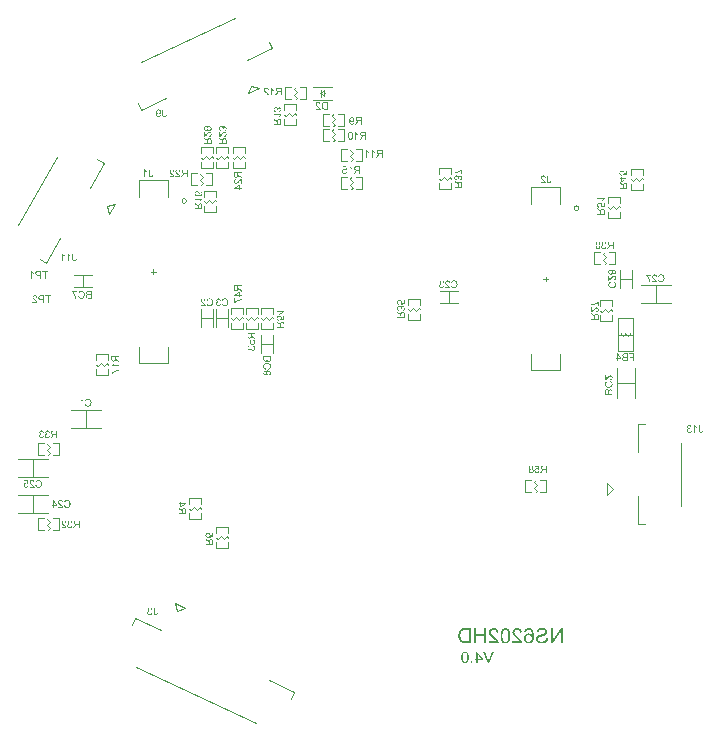
<source format=gbo>
G04*
G04 #@! TF.GenerationSoftware,Altium Limited,Altium Designer,20.0.2 (26)*
G04*
G04 Layer_Color=32896*
%FSLAX44Y44*%
%MOMM*%
G71*
G01*
G75*
%ADD10C,0.1250*%
%ADD12C,0.1200*%
G36*
X142233Y-223059D02*
X142548Y-223077D01*
X142844Y-223133D01*
X143122Y-223188D01*
X143381Y-223263D01*
X143622Y-223337D01*
X143844Y-223429D01*
X144047Y-223522D01*
X144233Y-223614D01*
X144381Y-223707D01*
X144510Y-223781D01*
X144621Y-223855D01*
X144714Y-223911D01*
X144770Y-223966D01*
X144807Y-223985D01*
X144825Y-224003D01*
X145010Y-224188D01*
X145177Y-224392D01*
X145344Y-224614D01*
X145473Y-224837D01*
X145695Y-225281D01*
X145844Y-225725D01*
X145899Y-225929D01*
X145955Y-226133D01*
X145992Y-226299D01*
X146029Y-226448D01*
X146047Y-226577D01*
Y-226670D01*
X146066Y-226725D01*
Y-226744D01*
X144455Y-226910D01*
X144418Y-226485D01*
X144344Y-226114D01*
X144233Y-225781D01*
X144103Y-225522D01*
X143992Y-225299D01*
X143881Y-225151D01*
X143807Y-225059D01*
X143770Y-225022D01*
X143492Y-224799D01*
X143196Y-224633D01*
X142881Y-224503D01*
X142603Y-224429D01*
X142344Y-224374D01*
X142122Y-224355D01*
X142048Y-224337D01*
X141937D01*
X141548Y-224355D01*
X141196Y-224429D01*
X140900Y-224540D01*
X140640Y-224651D01*
X140437Y-224781D01*
X140307Y-224874D01*
X140215Y-224948D01*
X140177Y-224985D01*
X139955Y-225244D01*
X139789Y-225503D01*
X139659Y-225762D01*
X139585Y-226022D01*
X139529Y-226225D01*
X139511Y-226410D01*
X139492Y-226521D01*
Y-226540D01*
Y-226559D01*
X139529Y-226892D01*
X139604Y-227244D01*
X139733Y-227558D01*
X139863Y-227855D01*
X140011Y-228095D01*
X140140Y-228299D01*
X140177Y-228373D01*
X140215Y-228429D01*
X140252Y-228447D01*
Y-228466D01*
X140400Y-228669D01*
X140585Y-228873D01*
X140788Y-229095D01*
X141011Y-229317D01*
X141474Y-229762D01*
X141937Y-230206D01*
X142177Y-230410D01*
X142381Y-230595D01*
X142585Y-230762D01*
X142751Y-230910D01*
X142881Y-231021D01*
X142992Y-231114D01*
X143066Y-231169D01*
X143085Y-231188D01*
X143547Y-231576D01*
X143973Y-231947D01*
X144325Y-232280D01*
X144603Y-232558D01*
X144844Y-232799D01*
X145010Y-232965D01*
X145103Y-233076D01*
X145140Y-233095D01*
Y-233113D01*
X145399Y-233428D01*
X145603Y-233724D01*
X145788Y-234021D01*
X145936Y-234280D01*
X146047Y-234502D01*
X146121Y-234669D01*
X146158Y-234780D01*
X146177Y-234798D01*
Y-234817D01*
X146251Y-235021D01*
X146288Y-235206D01*
X146325Y-235391D01*
X146343Y-235558D01*
X146362Y-235706D01*
Y-235817D01*
Y-235891D01*
Y-235909D01*
X137863D01*
Y-234391D01*
X144177D01*
X143955Y-234076D01*
X143844Y-233947D01*
X143751Y-233817D01*
X143659Y-233706D01*
X143584Y-233632D01*
X143529Y-233576D01*
X143511Y-233558D01*
X143418Y-233465D01*
X143307Y-233373D01*
X143048Y-233132D01*
X142751Y-232854D01*
X142437Y-232576D01*
X142140Y-232336D01*
X142011Y-232225D01*
X141899Y-232113D01*
X141807Y-232040D01*
X141733Y-231984D01*
X141696Y-231947D01*
X141677Y-231928D01*
X141381Y-231669D01*
X141085Y-231428D01*
X140826Y-231188D01*
X140585Y-230984D01*
X140363Y-230780D01*
X140177Y-230595D01*
X139992Y-230429D01*
X139844Y-230280D01*
X139696Y-230132D01*
X139585Y-230021D01*
X139492Y-229929D01*
X139400Y-229836D01*
X139307Y-229725D01*
X139270Y-229688D01*
X139011Y-229373D01*
X138789Y-229095D01*
X138604Y-228818D01*
X138455Y-228595D01*
X138344Y-228392D01*
X138270Y-228244D01*
X138233Y-228151D01*
X138215Y-228114D01*
X138104Y-227836D01*
X138030Y-227558D01*
X137956Y-227299D01*
X137919Y-227077D01*
X137900Y-226873D01*
X137881Y-226725D01*
Y-226633D01*
Y-226596D01*
X137900Y-226318D01*
X137937Y-226059D01*
X137974Y-225799D01*
X138048Y-225577D01*
X138233Y-225133D01*
X138418Y-224781D01*
X138530Y-224614D01*
X138622Y-224485D01*
X138715Y-224355D01*
X138807Y-224263D01*
X138881Y-224188D01*
X138918Y-224114D01*
X138955Y-224096D01*
X138974Y-224077D01*
X139178Y-223892D01*
X139400Y-223725D01*
X139641Y-223596D01*
X139881Y-223485D01*
X140363Y-223300D01*
X140844Y-223170D01*
X141048Y-223133D01*
X141251Y-223096D01*
X141437Y-223077D01*
X141585Y-223059D01*
X141714Y-223040D01*
X141899D01*
X142233Y-223059D01*
D02*
G37*
G36*
X122309D02*
X122624Y-223077D01*
X122920Y-223133D01*
X123198Y-223188D01*
X123457Y-223263D01*
X123698Y-223337D01*
X123920Y-223429D01*
X124124Y-223522D01*
X124309Y-223614D01*
X124457Y-223707D01*
X124586Y-223781D01*
X124698Y-223855D01*
X124790Y-223911D01*
X124846Y-223966D01*
X124883Y-223985D01*
X124901Y-224003D01*
X125086Y-224188D01*
X125253Y-224392D01*
X125420Y-224614D01*
X125549Y-224837D01*
X125772Y-225281D01*
X125920Y-225725D01*
X125975Y-225929D01*
X126031Y-226133D01*
X126068Y-226299D01*
X126105Y-226448D01*
X126123Y-226577D01*
Y-226670D01*
X126142Y-226725D01*
Y-226744D01*
X124531Y-226910D01*
X124494Y-226485D01*
X124420Y-226114D01*
X124309Y-225781D01*
X124179Y-225522D01*
X124068Y-225299D01*
X123957Y-225151D01*
X123883Y-225059D01*
X123846Y-225022D01*
X123568Y-224799D01*
X123272Y-224633D01*
X122957Y-224503D01*
X122679Y-224429D01*
X122420Y-224374D01*
X122198Y-224355D01*
X122124Y-224337D01*
X122013D01*
X121624Y-224355D01*
X121272Y-224429D01*
X120976Y-224540D01*
X120716Y-224651D01*
X120513Y-224781D01*
X120383Y-224874D01*
X120291Y-224948D01*
X120254Y-224985D01*
X120031Y-225244D01*
X119865Y-225503D01*
X119735Y-225762D01*
X119661Y-226022D01*
X119606Y-226225D01*
X119587Y-226410D01*
X119569Y-226521D01*
Y-226540D01*
Y-226559D01*
X119606Y-226892D01*
X119680Y-227244D01*
X119809Y-227558D01*
X119939Y-227855D01*
X120087Y-228095D01*
X120217Y-228299D01*
X120254Y-228373D01*
X120291Y-228429D01*
X120328Y-228447D01*
Y-228466D01*
X120476Y-228669D01*
X120661Y-228873D01*
X120865Y-229095D01*
X121087Y-229317D01*
X121550Y-229762D01*
X122013Y-230206D01*
X122253Y-230410D01*
X122457Y-230595D01*
X122661Y-230762D01*
X122827Y-230910D01*
X122957Y-231021D01*
X123068Y-231114D01*
X123142Y-231169D01*
X123161Y-231188D01*
X123624Y-231576D01*
X124050Y-231947D01*
X124401Y-232280D01*
X124679Y-232558D01*
X124920Y-232799D01*
X125086Y-232965D01*
X125179Y-233076D01*
X125216Y-233095D01*
Y-233113D01*
X125475Y-233428D01*
X125679Y-233724D01*
X125864Y-234021D01*
X126012Y-234280D01*
X126123Y-234502D01*
X126198Y-234669D01*
X126235Y-234780D01*
X126253Y-234798D01*
Y-234817D01*
X126327Y-235021D01*
X126364Y-235206D01*
X126401Y-235391D01*
X126420Y-235558D01*
X126438Y-235706D01*
Y-235817D01*
Y-235891D01*
Y-235909D01*
X117939D01*
Y-234391D01*
X124253D01*
X124031Y-234076D01*
X123920Y-233947D01*
X123827Y-233817D01*
X123735Y-233706D01*
X123661Y-233632D01*
X123605Y-233576D01*
X123587Y-233558D01*
X123494Y-233465D01*
X123383Y-233373D01*
X123124Y-233132D01*
X122827Y-232854D01*
X122513Y-232576D01*
X122216Y-232336D01*
X122087Y-232225D01*
X121976Y-232113D01*
X121883Y-232040D01*
X121809Y-231984D01*
X121772Y-231947D01*
X121754Y-231928D01*
X121457Y-231669D01*
X121161Y-231428D01*
X120902Y-231188D01*
X120661Y-230984D01*
X120439Y-230780D01*
X120254Y-230595D01*
X120069Y-230429D01*
X119920Y-230280D01*
X119772Y-230132D01*
X119661Y-230021D01*
X119569Y-229929D01*
X119476Y-229836D01*
X119383Y-229725D01*
X119346Y-229688D01*
X119087Y-229373D01*
X118865Y-229095D01*
X118680Y-228818D01*
X118532Y-228595D01*
X118420Y-228392D01*
X118346Y-228244D01*
X118309Y-228151D01*
X118291Y-228114D01*
X118180Y-227836D01*
X118106Y-227558D01*
X118032Y-227299D01*
X117995Y-227077D01*
X117976Y-226873D01*
X117958Y-226725D01*
Y-226633D01*
Y-226596D01*
X117976Y-226318D01*
X118013Y-226059D01*
X118050Y-225799D01*
X118124Y-225577D01*
X118309Y-225133D01*
X118495Y-224781D01*
X118606Y-224614D01*
X118698Y-224485D01*
X118791Y-224355D01*
X118883Y-224263D01*
X118958Y-224188D01*
X118995Y-224114D01*
X119031Y-224096D01*
X119050Y-224077D01*
X119254Y-223892D01*
X119476Y-223725D01*
X119717Y-223596D01*
X119957Y-223485D01*
X120439Y-223300D01*
X120920Y-223170D01*
X121124Y-223133D01*
X121328Y-223096D01*
X121513Y-223077D01*
X121661Y-223059D01*
X121791Y-223040D01*
X121976D01*
X122309Y-223059D01*
D02*
G37*
G36*
X115550Y-235909D02*
X113847D01*
Y-229873D01*
X107218D01*
Y-235909D01*
X105514D01*
Y-223096D01*
X107218D01*
Y-228355D01*
X113847D01*
Y-223096D01*
X115550D01*
Y-235909D01*
D02*
G37*
G36*
X151936Y-223059D02*
X152287Y-223096D01*
X152621Y-223170D01*
X152935Y-223263D01*
X153213Y-223392D01*
X153491Y-223503D01*
X153732Y-223651D01*
X153954Y-223781D01*
X154139Y-223911D01*
X154324Y-224059D01*
X154472Y-224170D01*
X154583Y-224281D01*
X154676Y-224392D01*
X154750Y-224466D01*
X154787Y-224503D01*
X154806Y-224522D01*
X155046Y-224855D01*
X155250Y-225244D01*
X155435Y-225651D01*
X155602Y-226077D01*
X155731Y-226521D01*
X155843Y-226966D01*
X155935Y-227429D01*
X156009Y-227855D01*
X156065Y-228281D01*
X156102Y-228669D01*
X156139Y-229021D01*
X156157Y-229317D01*
Y-229577D01*
X156176Y-229762D01*
Y-229836D01*
Y-229891D01*
Y-229910D01*
Y-229929D01*
X156157Y-230521D01*
X156120Y-231077D01*
X156065Y-231595D01*
X155972Y-232076D01*
X155880Y-232502D01*
X155787Y-232891D01*
X155676Y-233243D01*
X155546Y-233558D01*
X155435Y-233817D01*
X155324Y-234058D01*
X155232Y-234243D01*
X155120Y-234410D01*
X155046Y-234539D01*
X154991Y-234613D01*
X154954Y-234669D01*
X154935Y-234687D01*
X154694Y-234947D01*
X154435Y-235169D01*
X154176Y-235354D01*
X153917Y-235521D01*
X153639Y-235669D01*
X153380Y-235780D01*
X153121Y-235872D01*
X152861Y-235947D01*
X152639Y-236002D01*
X152417Y-236058D01*
X152232Y-236095D01*
X152065Y-236113D01*
X151917D01*
X151824Y-236132D01*
X151732D01*
X151306Y-236113D01*
X150917Y-236039D01*
X150565Y-235965D01*
X150251Y-235854D01*
X150010Y-235761D01*
X149825Y-235669D01*
X149751Y-235650D01*
X149695Y-235613D01*
X149677Y-235595D01*
X149658D01*
X149343Y-235373D01*
X149047Y-235113D01*
X148806Y-234854D01*
X148603Y-234595D01*
X148436Y-234354D01*
X148325Y-234169D01*
X148288Y-234095D01*
X148251Y-234039D01*
X148232Y-234021D01*
Y-234002D01*
X148047Y-233613D01*
X147917Y-233206D01*
X147825Y-232836D01*
X147769Y-232484D01*
X147714Y-232188D01*
Y-232076D01*
X147695Y-231965D01*
Y-231873D01*
Y-231817D01*
Y-231780D01*
Y-231762D01*
X147714Y-231428D01*
X147751Y-231114D01*
X147806Y-230799D01*
X147862Y-230521D01*
X147955Y-230262D01*
X148047Y-230003D01*
X148140Y-229780D01*
X148251Y-229577D01*
X148362Y-229392D01*
X148454Y-229225D01*
X148547Y-229095D01*
X148640Y-228966D01*
X148695Y-228873D01*
X148751Y-228818D01*
X148788Y-228780D01*
X148806Y-228762D01*
X149010Y-228558D01*
X149232Y-228373D01*
X149473Y-228225D01*
X149695Y-228095D01*
X149917Y-227966D01*
X150139Y-227873D01*
X150565Y-227744D01*
X150751Y-227688D01*
X150936Y-227651D01*
X151084Y-227633D01*
X151232Y-227614D01*
X151343Y-227596D01*
X151491D01*
X151824Y-227614D01*
X152139Y-227670D01*
X152436Y-227725D01*
X152695Y-227799D01*
X152917Y-227892D01*
X153084Y-227947D01*
X153195Y-228003D01*
X153213Y-228021D01*
X153232D01*
X153528Y-228207D01*
X153787Y-228410D01*
X154028Y-228614D01*
X154213Y-228836D01*
X154380Y-229021D01*
X154509Y-229169D01*
X154583Y-229280D01*
X154602Y-229299D01*
Y-228966D01*
X154583Y-228632D01*
X154565Y-228336D01*
X154528Y-228040D01*
X154509Y-227781D01*
X154472Y-227540D01*
X154435Y-227318D01*
X154380Y-227114D01*
X154343Y-226929D01*
X154306Y-226781D01*
X154269Y-226651D01*
X154250Y-226540D01*
X154213Y-226466D01*
X154195Y-226410D01*
X154176Y-226373D01*
Y-226355D01*
X153991Y-225984D01*
X153806Y-225651D01*
X153602Y-225392D01*
X153417Y-225170D01*
X153250Y-224985D01*
X153121Y-224855D01*
X153028Y-224781D01*
X152991Y-224762D01*
X152769Y-224614D01*
X152547Y-224522D01*
X152324Y-224448D01*
X152102Y-224392D01*
X151936Y-224355D01*
X151787Y-224337D01*
X151658D01*
X151325Y-224374D01*
X151010Y-224448D01*
X150751Y-224559D01*
X150510Y-224670D01*
X150325Y-224799D01*
X150195Y-224911D01*
X150121Y-224985D01*
X150084Y-225022D01*
X149954Y-225188D01*
X149825Y-225392D01*
X149713Y-225614D01*
X149640Y-225836D01*
X149565Y-226040D01*
X149510Y-226207D01*
X149491Y-226318D01*
X149473Y-226336D01*
Y-226355D01*
X147899Y-226225D01*
X148010Y-225707D01*
X148177Y-225244D01*
X148362Y-224837D01*
X148566Y-224503D01*
X148769Y-224244D01*
X148843Y-224133D01*
X148936Y-224040D01*
X148991Y-223985D01*
X149047Y-223929D01*
X149066Y-223911D01*
X149084Y-223892D01*
X149269Y-223744D01*
X149473Y-223614D01*
X149880Y-223392D01*
X150288Y-223244D01*
X150676Y-223151D01*
X151028Y-223077D01*
X151176Y-223059D01*
X151306D01*
X151417Y-223040D01*
X151565D01*
X151936Y-223059D01*
D02*
G37*
G36*
X180340Y-235909D02*
X178710D01*
Y-225855D01*
X172008Y-235909D01*
X170249D01*
Y-223096D01*
X171878D01*
Y-233169D01*
X178599Y-223096D01*
X180340D01*
Y-235909D01*
D02*
G37*
G36*
X102681D02*
X98071D01*
X97645Y-235891D01*
X97256Y-235872D01*
X96904Y-235835D01*
X96608Y-235798D01*
X96349Y-235761D01*
X96164Y-235743D01*
X96108Y-235724D01*
X96052Y-235706D01*
X96015D01*
X95682Y-235613D01*
X95386Y-235502D01*
X95127Y-235410D01*
X94904Y-235298D01*
X94719Y-235206D01*
X94590Y-235132D01*
X94516Y-235076D01*
X94479Y-235058D01*
X94238Y-234891D01*
X94034Y-234687D01*
X93830Y-234502D01*
X93664Y-234317D01*
X93516Y-234150D01*
X93405Y-234021D01*
X93330Y-233928D01*
X93312Y-233891D01*
X93127Y-233595D01*
X92942Y-233280D01*
X92794Y-232984D01*
X92682Y-232687D01*
X92571Y-232428D01*
X92497Y-232225D01*
X92479Y-232151D01*
X92460Y-232095D01*
X92442Y-232058D01*
Y-232040D01*
X92331Y-231595D01*
X92238Y-231151D01*
X92183Y-230725D01*
X92127Y-230317D01*
X92108Y-229966D01*
Y-229818D01*
X92090Y-229688D01*
Y-229595D01*
Y-229503D01*
Y-229466D01*
Y-229447D01*
X92108Y-228818D01*
X92164Y-228244D01*
X92256Y-227725D01*
X92294Y-227484D01*
X92349Y-227281D01*
X92405Y-227077D01*
X92442Y-226910D01*
X92479Y-226762D01*
X92534Y-226633D01*
X92553Y-226521D01*
X92590Y-226448D01*
X92608Y-226410D01*
Y-226392D01*
X92812Y-225910D01*
X93053Y-225485D01*
X93312Y-225114D01*
X93553Y-224799D01*
X93775Y-224540D01*
X93960Y-224355D01*
X94034Y-224300D01*
X94090Y-224244D01*
X94108Y-224226D01*
X94127Y-224207D01*
X94423Y-223966D01*
X94738Y-223781D01*
X95052Y-223614D01*
X95349Y-223485D01*
X95608Y-223392D01*
X95812Y-223337D01*
X95886Y-223300D01*
X95941D01*
X95978Y-223281D01*
X95997D01*
X96312Y-223226D01*
X96682Y-223170D01*
X97052Y-223133D01*
X97423Y-223114D01*
X97756Y-223096D01*
X102681D01*
Y-235909D01*
D02*
G37*
G36*
X163471Y-222892D02*
X163897Y-222948D01*
X164305Y-223022D01*
X164656Y-223096D01*
X164934Y-223170D01*
X165064Y-223207D01*
X165156Y-223244D01*
X165231Y-223281D01*
X165286Y-223300D01*
X165323Y-223318D01*
X165342D01*
X165712Y-223503D01*
X166045Y-223707D01*
X166323Y-223929D01*
X166545Y-224133D01*
X166712Y-224318D01*
X166841Y-224466D01*
X166934Y-224577D01*
X166952Y-224596D01*
Y-224614D01*
X167138Y-224929D01*
X167267Y-225244D01*
X167360Y-225559D01*
X167415Y-225836D01*
X167452Y-226077D01*
X167489Y-226262D01*
Y-226336D01*
Y-226392D01*
Y-226410D01*
Y-226429D01*
X167471Y-226744D01*
X167415Y-227040D01*
X167341Y-227318D01*
X167267Y-227558D01*
X167193Y-227744D01*
X167119Y-227892D01*
X167064Y-227984D01*
X167045Y-228021D01*
X166860Y-228281D01*
X166638Y-228521D01*
X166416Y-228725D01*
X166193Y-228892D01*
X166008Y-229040D01*
X165842Y-229132D01*
X165730Y-229206D01*
X165712Y-229225D01*
X165693D01*
X165545Y-229299D01*
X165379Y-229373D01*
X165008Y-229503D01*
X164582Y-229632D01*
X164175Y-229762D01*
X163805Y-229873D01*
X163638Y-229910D01*
X163490Y-229947D01*
X163379Y-229984D01*
X163286Y-230003D01*
X163231Y-230021D01*
X163212D01*
X162897Y-230095D01*
X162601Y-230169D01*
X162342Y-230243D01*
X162120Y-230299D01*
X161898Y-230354D01*
X161712Y-230410D01*
X161546Y-230447D01*
X161416Y-230503D01*
X161286Y-230540D01*
X161194Y-230558D01*
X161046Y-230614D01*
X160953Y-230632D01*
X160935Y-230651D01*
X160657Y-230762D01*
X160416Y-230891D01*
X160212Y-231021D01*
X160064Y-231132D01*
X159935Y-231243D01*
X159861Y-231317D01*
X159805Y-231373D01*
X159787Y-231391D01*
X159657Y-231558D01*
X159564Y-231743D01*
X159509Y-231928D01*
X159453Y-232076D01*
X159435Y-232225D01*
X159416Y-232336D01*
Y-232428D01*
Y-232447D01*
X159435Y-232669D01*
X159472Y-232873D01*
X159527Y-233058D01*
X159601Y-233206D01*
X159676Y-233354D01*
X159731Y-233447D01*
X159768Y-233521D01*
X159787Y-233539D01*
X159935Y-233724D01*
X160120Y-233873D01*
X160305Y-234002D01*
X160472Y-234132D01*
X160638Y-234206D01*
X160768Y-234280D01*
X160861Y-234317D01*
X160898Y-234335D01*
X161175Y-234428D01*
X161472Y-234502D01*
X161768Y-234539D01*
X162027Y-234576D01*
X162249Y-234595D01*
X162434Y-234613D01*
X162601D01*
X163008Y-234595D01*
X163379Y-234558D01*
X163712Y-234502D01*
X164008Y-234428D01*
X164249Y-234354D01*
X164434Y-234298D01*
X164490Y-234280D01*
X164545Y-234261D01*
X164564Y-234243D01*
X164582D01*
X164879Y-234095D01*
X165156Y-233928D01*
X165360Y-233762D01*
X165545Y-233595D01*
X165693Y-233465D01*
X165786Y-233336D01*
X165842Y-233262D01*
X165860Y-233243D01*
X165990Y-233002D01*
X166119Y-232743D01*
X166193Y-232465D01*
X166267Y-232225D01*
X166323Y-231984D01*
X166360Y-231817D01*
Y-231743D01*
X166378Y-231688D01*
Y-231669D01*
Y-231651D01*
X167971Y-231799D01*
X167934Y-232262D01*
X167860Y-232706D01*
X167749Y-233095D01*
X167619Y-233447D01*
X167489Y-233724D01*
X167434Y-233836D01*
X167397Y-233928D01*
X167341Y-234002D01*
X167323Y-234058D01*
X167286Y-234095D01*
Y-234113D01*
X167008Y-234465D01*
X166712Y-234780D01*
X166397Y-235039D01*
X166101Y-235261D01*
X165842Y-235428D01*
X165619Y-235539D01*
X165545Y-235576D01*
X165490Y-235613D01*
X165453Y-235632D01*
X165434D01*
X164971Y-235798D01*
X164490Y-235928D01*
X164008Y-236002D01*
X163545Y-236076D01*
X163323Y-236095D01*
X163138Y-236113D01*
X162971D01*
X162823Y-236132D01*
X162527D01*
X162027Y-236113D01*
X161564Y-236058D01*
X161138Y-235965D01*
X160786Y-235872D01*
X160490Y-235798D01*
X160361Y-235743D01*
X160250Y-235706D01*
X160175Y-235669D01*
X160120Y-235650D01*
X160083Y-235632D01*
X160064D01*
X159676Y-235428D01*
X159342Y-235206D01*
X159046Y-234965D01*
X158805Y-234743D01*
X158620Y-234558D01*
X158490Y-234391D01*
X158398Y-234280D01*
X158379Y-234261D01*
Y-234243D01*
X158176Y-233891D01*
X158027Y-233558D01*
X157935Y-233243D01*
X157861Y-232947D01*
X157824Y-232687D01*
X157787Y-232484D01*
Y-232410D01*
Y-232354D01*
Y-232336D01*
Y-232317D01*
X157805Y-231947D01*
X157861Y-231595D01*
X157953Y-231280D01*
X158046Y-231021D01*
X158157Y-230799D01*
X158231Y-230632D01*
X158305Y-230540D01*
X158324Y-230503D01*
X158546Y-230225D01*
X158805Y-229966D01*
X159083Y-229743D01*
X159361Y-229540D01*
X159601Y-229392D01*
X159805Y-229280D01*
X159879Y-229244D01*
X159935Y-229206D01*
X159972Y-229188D01*
X159990D01*
X160138Y-229114D01*
X160324Y-229058D01*
X160527Y-228984D01*
X160749Y-228910D01*
X161212Y-228780D01*
X161694Y-228651D01*
X161916Y-228595D01*
X162120Y-228540D01*
X162323Y-228484D01*
X162490Y-228447D01*
X162620Y-228410D01*
X162731Y-228392D01*
X162805Y-228373D01*
X162823D01*
X163194Y-228281D01*
X163527Y-228207D01*
X163823Y-228114D01*
X164082Y-228040D01*
X164323Y-227947D01*
X164527Y-227873D01*
X164712Y-227799D01*
X164879Y-227744D01*
X165008Y-227670D01*
X165119Y-227614D01*
X165193Y-227577D01*
X165268Y-227521D01*
X165360Y-227466D01*
X165379Y-227447D01*
X165545Y-227262D01*
X165656Y-227077D01*
X165749Y-226892D01*
X165805Y-226707D01*
X165842Y-226559D01*
X165860Y-226429D01*
Y-226355D01*
Y-226318D01*
X165823Y-226022D01*
X165749Y-225762D01*
X165638Y-225540D01*
X165508Y-225336D01*
X165397Y-225188D01*
X165286Y-225059D01*
X165212Y-224985D01*
X165175Y-224966D01*
X165027Y-224874D01*
X164879Y-224781D01*
X164527Y-224633D01*
X164156Y-224540D01*
X163786Y-224466D01*
X163453Y-224429D01*
X163305Y-224411D01*
X163194Y-224392D01*
X162934D01*
X162416Y-224411D01*
X161953Y-224485D01*
X161583Y-224596D01*
X161268Y-224707D01*
X161027Y-224818D01*
X160842Y-224929D01*
X160749Y-225003D01*
X160712Y-225022D01*
X160453Y-225281D01*
X160250Y-225559D01*
X160083Y-225855D01*
X159972Y-226151D01*
X159898Y-226429D01*
X159842Y-226633D01*
X159824Y-226725D01*
X159805Y-226781D01*
Y-226818D01*
Y-226836D01*
X158176Y-226707D01*
X158213Y-226299D01*
X158305Y-225929D01*
X158398Y-225577D01*
X158527Y-225281D01*
X158638Y-225040D01*
X158731Y-224855D01*
X158768Y-224799D01*
X158805Y-224744D01*
X158824Y-224725D01*
Y-224707D01*
X159064Y-224392D01*
X159324Y-224114D01*
X159601Y-223874D01*
X159879Y-223689D01*
X160120Y-223522D01*
X160305Y-223429D01*
X160379Y-223392D01*
X160435Y-223355D01*
X160472Y-223337D01*
X160490D01*
X160898Y-223188D01*
X161342Y-223077D01*
X161749Y-222985D01*
X162138Y-222929D01*
X162490Y-222892D01*
X162620D01*
X162749Y-222874D01*
X162990D01*
X163471Y-222892D01*
D02*
G37*
G36*
X132493Y-223077D02*
X132956Y-223151D01*
X133345Y-223281D01*
X133678Y-223411D01*
X133956Y-223559D01*
X134067Y-223614D01*
X134160Y-223689D01*
X134234Y-223725D01*
X134289Y-223762D01*
X134308Y-223800D01*
X134326D01*
X134660Y-224096D01*
X134937Y-224448D01*
X135178Y-224799D01*
X135363Y-225133D01*
X135511Y-225448D01*
X135585Y-225577D01*
X135622Y-225707D01*
X135659Y-225799D01*
X135696Y-225873D01*
X135715Y-225910D01*
Y-225929D01*
X135789Y-226207D01*
X135863Y-226485D01*
X135974Y-227096D01*
X136067Y-227707D01*
X136122Y-228281D01*
X136141Y-228558D01*
X136159Y-228799D01*
Y-229021D01*
X136178Y-229225D01*
Y-229373D01*
Y-229503D01*
Y-229577D01*
Y-229595D01*
X136159Y-230243D01*
X136122Y-230854D01*
X136067Y-231410D01*
X135974Y-231928D01*
X135882Y-232410D01*
X135771Y-232836D01*
X135659Y-233225D01*
X135548Y-233558D01*
X135437Y-233854D01*
X135308Y-234113D01*
X135215Y-234335D01*
X135122Y-234502D01*
X135030Y-234650D01*
X134974Y-234743D01*
X134937Y-234798D01*
X134919Y-234817D01*
X134715Y-235039D01*
X134493Y-235243D01*
X134252Y-235428D01*
X134011Y-235576D01*
X133771Y-235706D01*
X133530Y-235817D01*
X133289Y-235891D01*
X133067Y-235965D01*
X132845Y-236021D01*
X132641Y-236058D01*
X132456Y-236095D01*
X132308Y-236113D01*
X132178Y-236132D01*
X131993D01*
X131493Y-236095D01*
X131030Y-236021D01*
X130641Y-235891D01*
X130308Y-235761D01*
X130030Y-235632D01*
X129938Y-235558D01*
X129845Y-235502D01*
X129771Y-235465D01*
X129716Y-235428D01*
X129697Y-235391D01*
X129679D01*
X129345Y-235076D01*
X129067Y-234743D01*
X128827Y-234373D01*
X128642Y-234039D01*
X128493Y-233724D01*
X128420Y-233595D01*
X128382Y-233465D01*
X128345Y-233373D01*
X128308Y-233299D01*
X128290Y-233262D01*
Y-233243D01*
X128197Y-232965D01*
X128123Y-232687D01*
X128012Y-232095D01*
X127920Y-231484D01*
X127864Y-230891D01*
X127845Y-230632D01*
X127827Y-230392D01*
Y-230169D01*
X127808Y-229966D01*
Y-229818D01*
Y-229688D01*
Y-229614D01*
Y-229595D01*
Y-229244D01*
X127827Y-228910D01*
Y-228614D01*
X127845Y-228318D01*
X127882Y-228058D01*
X127901Y-227799D01*
X127920Y-227577D01*
X127956Y-227373D01*
X127975Y-227188D01*
X128012Y-227022D01*
X128031Y-226892D01*
X128049Y-226781D01*
X128068Y-226688D01*
X128086Y-226633D01*
X128105Y-226596D01*
Y-226577D01*
X128216Y-226170D01*
X128345Y-225799D01*
X128493Y-225485D01*
X128605Y-225207D01*
X128734Y-224966D01*
X128808Y-224799D01*
X128882Y-224707D01*
X128901Y-224670D01*
X129105Y-224392D01*
X129308Y-224151D01*
X129530Y-223948D01*
X129734Y-223762D01*
X129919Y-223633D01*
X130067Y-223540D01*
X130160Y-223485D01*
X130178Y-223466D01*
X130197D01*
X130493Y-223318D01*
X130808Y-223226D01*
X131104Y-223151D01*
X131382Y-223096D01*
X131623Y-223059D01*
X131826Y-223040D01*
X131993D01*
X132493Y-223077D01*
D02*
G37*
G36*
X118156Y-252730D02*
X116803D01*
X112997Y-242975D01*
X114308D01*
X116958Y-250066D01*
X117071Y-250362D01*
X117169Y-250644D01*
X117254Y-250912D01*
X117324Y-251151D01*
X117395Y-251363D01*
X117437Y-251518D01*
X117451Y-251574D01*
X117465Y-251616D01*
X117479Y-251644D01*
Y-251659D01*
X117649Y-251095D01*
X117733Y-250827D01*
X117818Y-250587D01*
X117888Y-250376D01*
X117916Y-250291D01*
X117930Y-250207D01*
X117959Y-250150D01*
X117973Y-250108D01*
X117987Y-250080D01*
Y-250066D01*
X120524Y-242975D01*
X121934D01*
X118156Y-252730D01*
D02*
G37*
G36*
X112729Y-249290D02*
Y-250390D01*
X108486D01*
Y-252730D01*
X107287D01*
Y-250390D01*
X105962D01*
Y-249290D01*
X107287D01*
Y-242975D01*
X108260D01*
X112729Y-249290D01*
D02*
G37*
G36*
X104059Y-252730D02*
X102692D01*
Y-251363D01*
X104059D01*
Y-252730D01*
D02*
G37*
G36*
X98138Y-242961D02*
X98491Y-243017D01*
X98787Y-243116D01*
X99041Y-243214D01*
X99252Y-243327D01*
X99337Y-243370D01*
X99407Y-243426D01*
X99464Y-243454D01*
X99506Y-243482D01*
X99520Y-243511D01*
X99534D01*
X99788Y-243736D01*
X99999Y-244004D01*
X100182Y-244272D01*
X100323Y-244526D01*
X100436Y-244765D01*
X100493Y-244864D01*
X100521Y-244963D01*
X100549Y-245033D01*
X100577Y-245089D01*
X100591Y-245118D01*
Y-245132D01*
X100648Y-245343D01*
X100704Y-245555D01*
X100789Y-246020D01*
X100859Y-246485D01*
X100901Y-246922D01*
X100915Y-247134D01*
X100930Y-247317D01*
Y-247486D01*
X100944Y-247641D01*
Y-247754D01*
Y-247852D01*
Y-247909D01*
Y-247923D01*
X100930Y-248416D01*
X100901Y-248881D01*
X100859Y-249304D01*
X100789Y-249699D01*
X100718Y-250066D01*
X100633Y-250390D01*
X100549Y-250686D01*
X100464Y-250940D01*
X100380Y-251165D01*
X100281Y-251363D01*
X100211Y-251532D01*
X100140Y-251659D01*
X100070Y-251771D01*
X100027Y-251842D01*
X99999Y-251884D01*
X99985Y-251898D01*
X99830Y-252067D01*
X99661Y-252222D01*
X99478Y-252363D01*
X99294Y-252476D01*
X99111Y-252575D01*
X98928Y-252659D01*
X98744Y-252716D01*
X98575Y-252772D01*
X98406Y-252815D01*
X98251Y-252843D01*
X98110Y-252871D01*
X97997Y-252885D01*
X97899Y-252899D01*
X97758D01*
X97377Y-252871D01*
X97025Y-252815D01*
X96729Y-252716D01*
X96475Y-252617D01*
X96264Y-252519D01*
X96193Y-252462D01*
X96123Y-252420D01*
X96066Y-252392D01*
X96024Y-252363D01*
X96010Y-252335D01*
X95996D01*
X95742Y-252096D01*
X95530Y-251842D01*
X95347Y-251560D01*
X95206Y-251306D01*
X95093Y-251067D01*
X95037Y-250968D01*
X95009Y-250869D01*
X94981Y-250799D01*
X94952Y-250742D01*
X94938Y-250714D01*
Y-250700D01*
X94868Y-250489D01*
X94811Y-250277D01*
X94727Y-249826D01*
X94656Y-249361D01*
X94614Y-248910D01*
X94600Y-248712D01*
X94586Y-248529D01*
Y-248360D01*
X94572Y-248205D01*
Y-248092D01*
Y-247993D01*
Y-247937D01*
Y-247923D01*
Y-247655D01*
X94586Y-247401D01*
Y-247176D01*
X94600Y-246950D01*
X94628Y-246753D01*
X94642Y-246556D01*
X94656Y-246386D01*
X94685Y-246231D01*
X94699Y-246090D01*
X94727Y-245963D01*
X94741Y-245865D01*
X94755Y-245780D01*
X94769Y-245710D01*
X94783Y-245667D01*
X94797Y-245639D01*
Y-245625D01*
X94882Y-245315D01*
X94981Y-245033D01*
X95093Y-244793D01*
X95178Y-244582D01*
X95277Y-244399D01*
X95333Y-244272D01*
X95389Y-244201D01*
X95403Y-244173D01*
X95559Y-243962D01*
X95714Y-243778D01*
X95883Y-243623D01*
X96038Y-243482D01*
X96179Y-243384D01*
X96292Y-243313D01*
X96362Y-243271D01*
X96376Y-243257D01*
X96390D01*
X96616Y-243144D01*
X96855Y-243074D01*
X97081Y-243017D01*
X97292Y-242975D01*
X97476Y-242947D01*
X97631Y-242933D01*
X97758D01*
X98138Y-242961D01*
D02*
G37*
G36*
X160633Y-88852D02*
X159894Y-88953D01*
X159829Y-88852D01*
X159746Y-88769D01*
X159672Y-88685D01*
X159598Y-88621D01*
X159524Y-88574D01*
X159468Y-88528D01*
X159431Y-88510D01*
X159422Y-88500D01*
X159302Y-88445D01*
X159182Y-88399D01*
X159071Y-88371D01*
X158960Y-88343D01*
X158867Y-88334D01*
X158793Y-88325D01*
X158618D01*
X158507Y-88343D01*
X158313Y-88389D01*
X158146Y-88454D01*
X157998Y-88519D01*
X157887Y-88593D01*
X157804Y-88658D01*
X157758Y-88704D01*
X157739Y-88713D01*
Y-88722D01*
X157610Y-88879D01*
X157517Y-89046D01*
X157453Y-89221D01*
X157407Y-89397D01*
X157379Y-89545D01*
X157370Y-89610D01*
Y-89665D01*
X157360Y-89712D01*
Y-89748D01*
Y-89767D01*
Y-89776D01*
Y-89906D01*
X157379Y-90026D01*
X157425Y-90257D01*
X157490Y-90451D01*
X157555Y-90608D01*
X157628Y-90738D01*
X157693Y-90840D01*
X157721Y-90867D01*
X157739Y-90895D01*
X157749Y-90904D01*
X157758Y-90913D01*
X157832Y-90987D01*
X157906Y-91052D01*
X158072Y-91163D01*
X158229Y-91237D01*
X158387Y-91283D01*
X158516Y-91320D01*
X158627Y-91329D01*
X158664Y-91339D01*
X158719D01*
X158895Y-91329D01*
X159052Y-91292D01*
X159191Y-91246D01*
X159302Y-91191D01*
X159404Y-91135D01*
X159478Y-91089D01*
X159515Y-91052D01*
X159533Y-91043D01*
X159644Y-90913D01*
X159736Y-90775D01*
X159810Y-90618D01*
X159866Y-90479D01*
X159903Y-90340D01*
X159931Y-90239D01*
X159940Y-90192D01*
X159949Y-90164D01*
Y-90146D01*
Y-90137D01*
X160772Y-90202D01*
X160753Y-90350D01*
X160726Y-90488D01*
X160643Y-90747D01*
X160541Y-90969D01*
X160485Y-91071D01*
X160430Y-91154D01*
X160384Y-91237D01*
X160328Y-91311D01*
X160282Y-91367D01*
X160236Y-91413D01*
X160199Y-91450D01*
X160180Y-91487D01*
X160162Y-91496D01*
X160152Y-91505D01*
X160042Y-91588D01*
X159931Y-91662D01*
X159810Y-91727D01*
X159690Y-91783D01*
X159459Y-91866D01*
X159228Y-91921D01*
X159126Y-91949D01*
X159024Y-91958D01*
X158941Y-91967D01*
X158867Y-91977D01*
X158803Y-91986D01*
X158719D01*
X158525Y-91977D01*
X158340Y-91949D01*
X158165Y-91912D01*
X158007Y-91866D01*
X157860Y-91801D01*
X157721Y-91736D01*
X157591Y-91672D01*
X157480Y-91598D01*
X157379Y-91524D01*
X157286Y-91459D01*
X157212Y-91385D01*
X157148Y-91329D01*
X157101Y-91283D01*
X157065Y-91246D01*
X157046Y-91219D01*
X157037Y-91209D01*
X156944Y-91089D01*
X156870Y-90960D01*
X156796Y-90840D01*
X156741Y-90710D01*
X156648Y-90460D01*
X156593Y-90220D01*
X156574Y-90118D01*
X156556Y-90017D01*
X156547Y-89933D01*
X156538Y-89859D01*
X156528Y-89795D01*
Y-89748D01*
Y-89721D01*
Y-89712D01*
X156538Y-89545D01*
X156556Y-89388D01*
X156584Y-89231D01*
X156621Y-89092D01*
X156667Y-88963D01*
X156713Y-88833D01*
X156769Y-88722D01*
X156815Y-88621D01*
X156870Y-88528D01*
X156926Y-88445D01*
X156972Y-88380D01*
X157018Y-88315D01*
X157055Y-88269D01*
X157083Y-88242D01*
X157101Y-88223D01*
X157111Y-88214D01*
X157222Y-88112D01*
X157333Y-88020D01*
X157453Y-87946D01*
X157573Y-87881D01*
X157693Y-87816D01*
X157813Y-87770D01*
X158035Y-87705D01*
X158137Y-87677D01*
X158229Y-87659D01*
X158313Y-87650D01*
X158387Y-87640D01*
X158442Y-87631D01*
X158645D01*
X158756Y-87650D01*
X158978Y-87696D01*
X159182Y-87761D01*
X159367Y-87835D01*
X159515Y-87909D01*
X159579Y-87946D01*
X159635Y-87973D01*
X159681Y-88001D01*
X159709Y-88020D01*
X159727Y-88029D01*
X159736Y-88038D01*
X159394Y-86309D01*
X156833D01*
Y-85560D01*
X160014D01*
X160633Y-88852D01*
D02*
G37*
G36*
X166893Y-91875D02*
X166042D01*
Y-89037D01*
X164951D01*
X164849Y-89046D01*
X164775D01*
X164711Y-89055D01*
X164664Y-89064D01*
X164627D01*
X164609Y-89074D01*
X164600D01*
X164452Y-89120D01*
X164387Y-89148D01*
X164331Y-89175D01*
X164276Y-89203D01*
X164239Y-89221D01*
X164221Y-89231D01*
X164211Y-89240D01*
X164137Y-89296D01*
X164063Y-89360D01*
X163925Y-89499D01*
X163860Y-89564D01*
X163814Y-89619D01*
X163786Y-89656D01*
X163777Y-89665D01*
X163684Y-89795D01*
X163583Y-89933D01*
X163481Y-90081D01*
X163379Y-90220D01*
X163296Y-90350D01*
X163231Y-90451D01*
X163204Y-90488D01*
X163185Y-90516D01*
X163167Y-90534D01*
Y-90544D01*
X162325Y-91875D01*
X161271D01*
X162372Y-90137D01*
X162501Y-89952D01*
X162621Y-89785D01*
X162741Y-89647D01*
X162843Y-89517D01*
X162935Y-89425D01*
X163009Y-89351D01*
X163056Y-89305D01*
X163074Y-89286D01*
X163148Y-89231D01*
X163231Y-89166D01*
X163398Y-89064D01*
X163472Y-89027D01*
X163527Y-88990D01*
X163564Y-88972D01*
X163583Y-88963D01*
X163416Y-88935D01*
X163259Y-88907D01*
X163120Y-88861D01*
X162982Y-88824D01*
X162861Y-88778D01*
X162750Y-88722D01*
X162649Y-88676D01*
X162556Y-88630D01*
X162482Y-88574D01*
X162408Y-88528D01*
X162353Y-88491D01*
X162307Y-88454D01*
X162270Y-88426D01*
X162242Y-88399D01*
X162233Y-88389D01*
X162223Y-88380D01*
X162150Y-88288D01*
X162076Y-88195D01*
X161965Y-88001D01*
X161891Y-87807D01*
X161835Y-87622D01*
X161798Y-87465D01*
X161789Y-87400D01*
Y-87335D01*
X161780Y-87289D01*
Y-87252D01*
Y-87234D01*
Y-87224D01*
X161789Y-87030D01*
X161817Y-86855D01*
X161863Y-86688D01*
X161909Y-86550D01*
X161965Y-86429D01*
X162002Y-86337D01*
X162039Y-86281D01*
X162048Y-86272D01*
Y-86263D01*
X162159Y-86115D01*
X162270Y-85985D01*
X162390Y-85875D01*
X162501Y-85791D01*
X162603Y-85727D01*
X162686Y-85690D01*
X162741Y-85662D01*
X162750Y-85653D01*
X162760D01*
X162843Y-85625D01*
X162945Y-85597D01*
X163148Y-85551D01*
X163370Y-85523D01*
X163573Y-85496D01*
X163768Y-85486D01*
X163851D01*
X163925Y-85477D01*
X166893D01*
Y-91875D01*
D02*
G37*
G36*
X153865Y-85458D02*
X154013Y-85468D01*
X154272Y-85523D01*
X154392Y-85560D01*
X154503Y-85597D01*
X154605Y-85643D01*
X154698Y-85690D01*
X154772Y-85736D01*
X154846Y-85782D01*
X154910Y-85819D01*
X154957Y-85856D01*
X154993Y-85884D01*
X155021Y-85912D01*
X155040Y-85921D01*
X155049Y-85930D01*
X155132Y-86023D01*
X155215Y-86115D01*
X155280Y-86217D01*
X155336Y-86318D01*
X155428Y-86512D01*
X155484Y-86697D01*
X155520Y-86855D01*
X155530Y-86929D01*
X155539Y-86984D01*
X155548Y-87039D01*
Y-87077D01*
Y-87095D01*
Y-87104D01*
X155539Y-87271D01*
X155511Y-87428D01*
X155474Y-87566D01*
X155428Y-87687D01*
X155391Y-87779D01*
X155354Y-87853D01*
X155326Y-87890D01*
X155317Y-87909D01*
X155215Y-88020D01*
X155104Y-88121D01*
X154984Y-88214D01*
X154864Y-88288D01*
X154753Y-88343D01*
X154670Y-88380D01*
X154633Y-88399D01*
X154605Y-88408D01*
X154596Y-88417D01*
X154587D01*
X154799Y-88482D01*
X154975Y-88565D01*
X155132Y-88667D01*
X155262Y-88759D01*
X155363Y-88852D01*
X155437Y-88926D01*
X155474Y-88972D01*
X155493Y-88981D01*
Y-88990D01*
X155594Y-89157D01*
X155678Y-89332D01*
X155733Y-89499D01*
X155770Y-89665D01*
X155789Y-89813D01*
X155798Y-89878D01*
Y-89933D01*
X155807Y-89970D01*
Y-90007D01*
Y-90026D01*
Y-90035D01*
X155798Y-90183D01*
X155779Y-90331D01*
X155752Y-90470D01*
X155715Y-90608D01*
X155622Y-90840D01*
X155576Y-90950D01*
X155520Y-91043D01*
X155465Y-91135D01*
X155419Y-91209D01*
X155363Y-91274D01*
X155326Y-91329D01*
X155289Y-91376D01*
X155262Y-91403D01*
X155243Y-91422D01*
X155234Y-91431D01*
X155123Y-91533D01*
X155003Y-91616D01*
X154873Y-91690D01*
X154744Y-91755D01*
X154624Y-91801D01*
X154494Y-91847D01*
X154245Y-91912D01*
X154134Y-91940D01*
X154032Y-91958D01*
X153940Y-91967D01*
X153856Y-91977D01*
X153792Y-91986D01*
X153699D01*
X153523Y-91977D01*
X153366Y-91958D01*
X153209Y-91930D01*
X153061Y-91903D01*
X152932Y-91856D01*
X152802Y-91810D01*
X152682Y-91764D01*
X152580Y-91709D01*
X152488Y-91653D01*
X152405Y-91607D01*
X152340Y-91561D01*
X152275Y-91514D01*
X152229Y-91487D01*
X152201Y-91459D01*
X152183Y-91440D01*
X152174Y-91431D01*
X152072Y-91320D01*
X151979Y-91209D01*
X151905Y-91098D01*
X151841Y-90978D01*
X151776Y-90867D01*
X151730Y-90747D01*
X151665Y-90534D01*
X151637Y-90433D01*
X151619Y-90340D01*
X151610Y-90257D01*
X151600Y-90192D01*
X151591Y-90137D01*
Y-90091D01*
Y-90063D01*
Y-90054D01*
X151600Y-89841D01*
X151637Y-89647D01*
X151693Y-89471D01*
X151748Y-89323D01*
X151804Y-89203D01*
X151859Y-89110D01*
X151896Y-89055D01*
X151905Y-89046D01*
Y-89037D01*
X152035Y-88889D01*
X152174Y-88759D01*
X152322Y-88658D01*
X152460Y-88565D01*
X152590Y-88500D01*
X152701Y-88454D01*
X152738Y-88436D01*
X152765Y-88426D01*
X152784Y-88417D01*
X152793D01*
X152627Y-88343D01*
X152488Y-88260D01*
X152368Y-88177D01*
X152266Y-88094D01*
X152192Y-88020D01*
X152137Y-87964D01*
X152100Y-87927D01*
X152090Y-87909D01*
X152007Y-87779D01*
X151952Y-87650D01*
X151905Y-87520D01*
X151878Y-87391D01*
X151859Y-87289D01*
X151850Y-87206D01*
Y-87150D01*
Y-87141D01*
Y-87132D01*
X151859Y-87002D01*
X151868Y-86882D01*
X151933Y-86651D01*
X152016Y-86448D01*
X152109Y-86272D01*
X152201Y-86133D01*
X152247Y-86078D01*
X152284Y-86023D01*
X152322Y-85985D01*
X152349Y-85958D01*
X152359Y-85948D01*
X152368Y-85939D01*
X152469Y-85856D01*
X152571Y-85773D01*
X152682Y-85708D01*
X152793Y-85653D01*
X153015Y-85569D01*
X153237Y-85514D01*
X153329Y-85486D01*
X153422Y-85477D01*
X153505Y-85468D01*
X153579Y-85458D01*
X153634Y-85449D01*
X153718D01*
X153865Y-85458D01*
D02*
G37*
G36*
X-59344Y45455D02*
X-55202D01*
Y44818D01*
X-59344Y41887D01*
X-60065D01*
Y44669D01*
X-61600D01*
Y45455D01*
X-60065D01*
Y46325D01*
X-59344D01*
Y45455D01*
D02*
G37*
G36*
X-59270Y41415D02*
X-59113Y41397D01*
X-58956Y41369D01*
X-58817Y41332D01*
X-58688Y41286D01*
X-58558Y41239D01*
X-58447Y41184D01*
X-58345Y41138D01*
X-58253Y41082D01*
X-58170Y41027D01*
X-58105Y40981D01*
X-58040Y40934D01*
X-57994Y40897D01*
X-57966Y40870D01*
X-57948Y40851D01*
X-57939Y40842D01*
X-57837Y40731D01*
X-57745Y40620D01*
X-57671Y40500D01*
X-57606Y40380D01*
X-57541Y40259D01*
X-57495Y40139D01*
X-57430Y39917D01*
X-57403Y39816D01*
X-57384Y39723D01*
X-57375Y39640D01*
X-57365Y39566D01*
X-57356Y39511D01*
Y39307D01*
X-57375Y39196D01*
X-57421Y38974D01*
X-57486Y38771D01*
X-57560Y38586D01*
X-57634Y38438D01*
X-57671Y38373D01*
X-57698Y38318D01*
X-57726Y38272D01*
X-57745Y38244D01*
X-57754Y38225D01*
X-57763Y38216D01*
X-56034Y38558D01*
Y41119D01*
X-55285D01*
Y37939D01*
X-58577Y37319D01*
X-58678Y38059D01*
X-58577Y38124D01*
X-58493Y38207D01*
X-58410Y38281D01*
X-58345Y38355D01*
X-58299Y38429D01*
X-58253Y38484D01*
X-58235Y38521D01*
X-58225Y38530D01*
X-58170Y38651D01*
X-58124Y38771D01*
X-58096Y38882D01*
X-58068Y38993D01*
X-58059Y39085D01*
X-58050Y39159D01*
Y39335D01*
X-58068Y39446D01*
X-58114Y39640D01*
X-58179Y39806D01*
X-58244Y39954D01*
X-58318Y40065D01*
X-58383Y40148D01*
X-58429Y40195D01*
X-58438Y40213D01*
X-58447D01*
X-58604Y40343D01*
X-58771Y40435D01*
X-58946Y40500D01*
X-59122Y40546D01*
X-59270Y40574D01*
X-59335Y40583D01*
X-59390D01*
X-59436Y40592D01*
X-59474D01*
X-59492D01*
X-59501D01*
X-59631D01*
X-59751Y40574D01*
X-59982Y40528D01*
X-60176Y40463D01*
X-60333Y40398D01*
X-60463Y40324D01*
X-60564Y40259D01*
X-60592Y40232D01*
X-60620Y40213D01*
X-60629Y40204D01*
X-60638Y40195D01*
X-60712Y40121D01*
X-60777Y40047D01*
X-60888Y39880D01*
X-60962Y39723D01*
X-61008Y39566D01*
X-61045Y39437D01*
X-61055Y39326D01*
X-61064Y39289D01*
Y39233D01*
X-61055Y39058D01*
X-61017Y38900D01*
X-60971Y38762D01*
X-60916Y38651D01*
X-60860Y38549D01*
X-60814Y38475D01*
X-60777Y38438D01*
X-60768Y38419D01*
X-60638Y38309D01*
X-60500Y38216D01*
X-60343Y38142D01*
X-60204Y38087D01*
X-60065Y38050D01*
X-59963Y38022D01*
X-59917Y38013D01*
X-59889Y38003D01*
X-59871D01*
X-59862D01*
X-59927Y37181D01*
X-60075Y37199D01*
X-60213Y37227D01*
X-60472Y37310D01*
X-60694Y37412D01*
X-60796Y37467D01*
X-60879Y37523D01*
X-60962Y37569D01*
X-61036Y37624D01*
X-61091Y37671D01*
X-61138Y37717D01*
X-61175Y37754D01*
X-61212Y37772D01*
X-61221Y37791D01*
X-61230Y37800D01*
X-61313Y37911D01*
X-61387Y38022D01*
X-61452Y38142D01*
X-61508Y38262D01*
X-61591Y38493D01*
X-61646Y38725D01*
X-61674Y38826D01*
X-61683Y38928D01*
X-61692Y39011D01*
X-61702Y39085D01*
X-61711Y39150D01*
Y39233D01*
X-61702Y39427D01*
X-61674Y39612D01*
X-61637Y39788D01*
X-61591Y39945D01*
X-61526Y40093D01*
X-61461Y40232D01*
X-61397Y40361D01*
X-61323Y40472D01*
X-61249Y40574D01*
X-61184Y40666D01*
X-61110Y40740D01*
X-61055Y40805D01*
X-61008Y40851D01*
X-60971Y40888D01*
X-60943Y40907D01*
X-60934Y40916D01*
X-60814Y41008D01*
X-60685Y41082D01*
X-60564Y41156D01*
X-60435Y41212D01*
X-60185Y41304D01*
X-59945Y41360D01*
X-59843Y41378D01*
X-59742Y41397D01*
X-59658Y41406D01*
X-59584Y41415D01*
X-59520Y41424D01*
X-59474D01*
X-59446D01*
X-59436D01*
X-59270Y41415D01*
D02*
G37*
G36*
X-59862Y35581D02*
X-59677Y35452D01*
X-59510Y35331D01*
X-59372Y35211D01*
X-59242Y35110D01*
X-59150Y35017D01*
X-59076Y34943D01*
X-59030Y34897D01*
X-59011Y34878D01*
X-58956Y34804D01*
X-58891Y34721D01*
X-58789Y34555D01*
X-58752Y34481D01*
X-58715Y34425D01*
X-58697Y34388D01*
X-58688Y34370D01*
X-58660Y34536D01*
X-58632Y34694D01*
X-58586Y34832D01*
X-58549Y34971D01*
X-58503Y35091D01*
X-58447Y35202D01*
X-58401Y35304D01*
X-58355Y35396D01*
X-58299Y35470D01*
X-58253Y35544D01*
X-58216Y35600D01*
X-58179Y35646D01*
X-58151Y35683D01*
X-58124Y35710D01*
X-58114Y35720D01*
X-58105Y35729D01*
X-58013Y35803D01*
X-57920Y35877D01*
X-57726Y35988D01*
X-57532Y36062D01*
X-57347Y36117D01*
X-57190Y36154D01*
X-57125Y36164D01*
X-57060D01*
X-57014Y36173D01*
X-56977D01*
X-56959D01*
X-56949D01*
X-56755Y36164D01*
X-56580Y36136D01*
X-56413Y36090D01*
X-56274Y36043D01*
X-56154Y35988D01*
X-56062Y35951D01*
X-56006Y35914D01*
X-55997Y35905D01*
X-55988D01*
X-55840Y35794D01*
X-55711Y35683D01*
X-55600Y35563D01*
X-55516Y35452D01*
X-55452Y35350D01*
X-55415Y35267D01*
X-55387Y35211D01*
X-55378Y35202D01*
Y35193D01*
X-55350Y35110D01*
X-55322Y35008D01*
X-55276Y34804D01*
X-55248Y34583D01*
X-55220Y34379D01*
X-55211Y34185D01*
Y34102D01*
X-55202Y34028D01*
Y31060D01*
X-61600D01*
Y31911D01*
X-58762D01*
Y33002D01*
X-58771Y33103D01*
Y33177D01*
X-58780Y33242D01*
X-58789Y33288D01*
Y33325D01*
X-58799Y33344D01*
Y33353D01*
X-58845Y33501D01*
X-58872Y33566D01*
X-58900Y33621D01*
X-58928Y33677D01*
X-58946Y33714D01*
X-58956Y33732D01*
X-58965Y33741D01*
X-59021Y33815D01*
X-59085Y33889D01*
X-59224Y34028D01*
X-59289Y34093D01*
X-59344Y34139D01*
X-59381Y34167D01*
X-59390Y34176D01*
X-59520Y34268D01*
X-59658Y34370D01*
X-59806Y34472D01*
X-59945Y34573D01*
X-60075Y34657D01*
X-60176Y34721D01*
X-60213Y34749D01*
X-60241Y34767D01*
X-60259Y34786D01*
X-60269D01*
X-61600Y35627D01*
Y36681D01*
X-59862Y35581D01*
D02*
G37*
G36*
X-80010Y26220D02*
X-82848D01*
Y25129D01*
X-82839Y25028D01*
Y24954D01*
X-82830Y24889D01*
X-82821Y24843D01*
Y24806D01*
X-82811Y24787D01*
Y24778D01*
X-82765Y24630D01*
X-82738Y24565D01*
X-82710Y24510D01*
X-82682Y24455D01*
X-82663Y24418D01*
X-82654Y24399D01*
X-82645Y24390D01*
X-82590Y24316D01*
X-82525Y24242D01*
X-82386Y24103D01*
X-82321Y24038D01*
X-82266Y23992D01*
X-82229Y23965D01*
X-82220Y23955D01*
X-82090Y23863D01*
X-81952Y23761D01*
X-81804Y23659D01*
X-81665Y23558D01*
X-81536Y23475D01*
X-81434Y23410D01*
X-81397Y23382D01*
X-81369Y23363D01*
X-81351Y23345D01*
X-81341D01*
X-80010Y22504D01*
Y21450D01*
X-81748Y22550D01*
X-81933Y22679D01*
X-82100Y22799D01*
X-82238Y22920D01*
X-82368Y23021D01*
X-82460Y23114D01*
X-82534Y23188D01*
X-82580Y23234D01*
X-82599Y23253D01*
X-82654Y23326D01*
X-82719Y23410D01*
X-82821Y23576D01*
X-82858Y23650D01*
X-82895Y23706D01*
X-82913Y23743D01*
X-82922Y23761D01*
X-82950Y23595D01*
X-82978Y23438D01*
X-83024Y23299D01*
X-83061Y23160D01*
X-83107Y23040D01*
X-83163Y22929D01*
X-83209Y22827D01*
X-83255Y22735D01*
X-83311Y22661D01*
X-83357Y22587D01*
X-83394Y22531D01*
X-83431Y22485D01*
X-83459Y22448D01*
X-83486Y22420D01*
X-83496Y22411D01*
X-83505Y22402D01*
X-83597Y22328D01*
X-83690Y22254D01*
X-83884Y22143D01*
X-84078Y22069D01*
X-84263Y22014D01*
X-84420Y21977D01*
X-84485Y21967D01*
X-84550D01*
X-84596Y21958D01*
X-84633D01*
X-84651D01*
X-84661D01*
X-84855Y21967D01*
X-85030Y21995D01*
X-85197Y22041D01*
X-85336Y22088D01*
X-85456Y22143D01*
X-85548Y22180D01*
X-85604Y22217D01*
X-85613Y22226D01*
X-85622D01*
X-85770Y22337D01*
X-85899Y22448D01*
X-86010Y22568D01*
X-86094Y22679D01*
X-86158Y22781D01*
X-86195Y22864D01*
X-86223Y22920D01*
X-86232Y22929D01*
Y22938D01*
X-86260Y23021D01*
X-86288Y23123D01*
X-86334Y23326D01*
X-86362Y23548D01*
X-86390Y23752D01*
X-86399Y23946D01*
Y24029D01*
X-86408Y24103D01*
Y27071D01*
X-80010D01*
Y26220D01*
D02*
G37*
G36*
X-81536Y20932D02*
X-81397Y20904D01*
X-81138Y20821D01*
X-80916Y20719D01*
X-80814Y20664D01*
X-80731Y20608D01*
X-80648Y20562D01*
X-80574Y20507D01*
X-80519Y20460D01*
X-80472Y20414D01*
X-80435Y20377D01*
X-80398Y20359D01*
X-80389Y20340D01*
X-80380Y20331D01*
X-80297Y20220D01*
X-80223Y20109D01*
X-80158Y19989D01*
X-80103Y19869D01*
X-80019Y19638D01*
X-79964Y19406D01*
X-79936Y19305D01*
X-79927Y19203D01*
X-79917Y19120D01*
X-79908Y19046D01*
X-79899Y18981D01*
Y18898D01*
X-79908Y18704D01*
X-79936Y18519D01*
X-79973Y18343D01*
X-80019Y18186D01*
X-80084Y18038D01*
X-80149Y17899D01*
X-80213Y17770D01*
X-80287Y17659D01*
X-80361Y17557D01*
X-80426Y17465D01*
X-80500Y17391D01*
X-80555Y17326D01*
X-80602Y17280D01*
X-80639Y17243D01*
X-80666Y17224D01*
X-80676Y17215D01*
X-80796Y17123D01*
X-80925Y17049D01*
X-81046Y16975D01*
X-81175Y16919D01*
X-81425Y16827D01*
X-81665Y16771D01*
X-81767Y16753D01*
X-81868Y16734D01*
X-81952Y16725D01*
X-82025Y16716D01*
X-82090Y16707D01*
X-82136D01*
X-82164D01*
X-82174D01*
X-82340Y16716D01*
X-82497Y16734D01*
X-82654Y16762D01*
X-82793Y16799D01*
X-82922Y16845D01*
X-83052Y16892D01*
X-83163Y16947D01*
X-83265Y16993D01*
X-83357Y17049D01*
X-83440Y17104D01*
X-83505Y17150D01*
X-83570Y17197D01*
X-83616Y17234D01*
X-83644Y17261D01*
X-83662Y17280D01*
X-83671Y17289D01*
X-83773Y17400D01*
X-83865Y17511D01*
X-83939Y17631D01*
X-84004Y17751D01*
X-84069Y17872D01*
X-84115Y17992D01*
X-84180Y18214D01*
X-84207Y18315D01*
X-84226Y18408D01*
X-84235Y18491D01*
X-84244Y18565D01*
X-84254Y18621D01*
Y18824D01*
X-84235Y18935D01*
X-84189Y19157D01*
X-84124Y19360D01*
X-84050Y19545D01*
X-83976Y19693D01*
X-83939Y19758D01*
X-83912Y19813D01*
X-83884Y19859D01*
X-83865Y19887D01*
X-83856Y19906D01*
X-83847Y19915D01*
X-85576Y19573D01*
Y17012D01*
X-86325D01*
Y20192D01*
X-83033Y20812D01*
X-82932Y20072D01*
X-83033Y20007D01*
X-83117Y19924D01*
X-83200Y19850D01*
X-83265Y19776D01*
X-83311Y19702D01*
X-83357Y19647D01*
X-83375Y19610D01*
X-83385Y19600D01*
X-83440Y19480D01*
X-83486Y19360D01*
X-83514Y19249D01*
X-83542Y19138D01*
X-83551Y19046D01*
X-83560Y18972D01*
Y18796D01*
X-83542Y18685D01*
X-83496Y18491D01*
X-83431Y18325D01*
X-83366Y18177D01*
X-83292Y18066D01*
X-83228Y17983D01*
X-83181Y17936D01*
X-83172Y17918D01*
X-83163D01*
X-83006Y17788D01*
X-82839Y17696D01*
X-82663Y17631D01*
X-82488Y17585D01*
X-82340Y17557D01*
X-82275Y17548D01*
X-82220D01*
X-82174Y17539D01*
X-82136D01*
X-82118D01*
X-82109D01*
X-81979D01*
X-81859Y17557D01*
X-81628Y17603D01*
X-81434Y17668D01*
X-81277Y17733D01*
X-81147Y17807D01*
X-81046Y17872D01*
X-81018Y17899D01*
X-80990Y17918D01*
X-80981Y17927D01*
X-80971Y17936D01*
X-80898Y18010D01*
X-80833Y18084D01*
X-80722Y18251D01*
X-80648Y18408D01*
X-80602Y18565D01*
X-80565Y18694D01*
X-80555Y18805D01*
X-80546Y18842D01*
Y18898D01*
X-80555Y19073D01*
X-80592Y19231D01*
X-80639Y19369D01*
X-80694Y19480D01*
X-80750Y19582D01*
X-80796Y19656D01*
X-80833Y19693D01*
X-80842Y19712D01*
X-80971Y19822D01*
X-81110Y19915D01*
X-81267Y19989D01*
X-81406Y20044D01*
X-81545Y20081D01*
X-81646Y20109D01*
X-81693Y20118D01*
X-81720Y20127D01*
X-81739D01*
X-81748D01*
X-81684Y20950D01*
X-81536Y20932D01*
D02*
G37*
G36*
X-81554Y15948D02*
X-81415Y15921D01*
X-81157Y15838D01*
X-80935Y15736D01*
X-80842Y15680D01*
X-80750Y15625D01*
X-80666Y15569D01*
X-80602Y15514D01*
X-80537Y15468D01*
X-80491Y15422D01*
X-80454Y15394D01*
X-80426Y15366D01*
X-80408Y15348D01*
X-80398Y15338D01*
X-80315Y15227D01*
X-80232Y15116D01*
X-80167Y15006D01*
X-80112Y14885D01*
X-80019Y14654D01*
X-79964Y14432D01*
X-79945Y14331D01*
X-79927Y14238D01*
X-79917Y14155D01*
X-79908Y14081D01*
X-79899Y14025D01*
Y13942D01*
X-79908Y13767D01*
X-79927Y13609D01*
X-79955Y13452D01*
X-79991Y13304D01*
X-80038Y13166D01*
X-80084Y13045D01*
X-80139Y12925D01*
X-80195Y12823D01*
X-80241Y12722D01*
X-80297Y12639D01*
X-80343Y12565D01*
X-80389Y12509D01*
X-80426Y12463D01*
X-80454Y12426D01*
X-80472Y12407D01*
X-80482Y12398D01*
X-80592Y12287D01*
X-80713Y12195D01*
X-80833Y12112D01*
X-80953Y12038D01*
X-81064Y11982D01*
X-81184Y11927D01*
X-81406Y11853D01*
X-81508Y11834D01*
X-81600Y11816D01*
X-81684Y11797D01*
X-81757Y11788D01*
X-81813Y11779D01*
X-81859D01*
X-81887D01*
X-81896D01*
X-82118Y11788D01*
X-82321Y11825D01*
X-82497Y11881D01*
X-82645Y11936D01*
X-82765Y11991D01*
X-82858Y12047D01*
X-82913Y12084D01*
X-82932Y12093D01*
X-83070Y12223D01*
X-83190Y12361D01*
X-83283Y12509D01*
X-83357Y12657D01*
X-83412Y12787D01*
X-83449Y12888D01*
X-83459Y12925D01*
X-83468Y12953D01*
X-83477Y12971D01*
Y12981D01*
X-83560Y12823D01*
X-83644Y12694D01*
X-83736Y12583D01*
X-83819Y12491D01*
X-83893Y12417D01*
X-83958Y12361D01*
X-83995Y12334D01*
X-84013Y12324D01*
X-84143Y12250D01*
X-84272Y12195D01*
X-84402Y12149D01*
X-84522Y12121D01*
X-84624Y12102D01*
X-84698Y12093D01*
X-84753D01*
X-84771D01*
X-84929Y12102D01*
X-85086Y12130D01*
X-85225Y12167D01*
X-85345Y12213D01*
X-85446Y12260D01*
X-85530Y12297D01*
X-85576Y12324D01*
X-85594Y12334D01*
X-85733Y12426D01*
X-85853Y12537D01*
X-85955Y12648D01*
X-86047Y12759D01*
X-86112Y12851D01*
X-86168Y12934D01*
X-86195Y12990D01*
X-86205Y12999D01*
Y13008D01*
X-86278Y13175D01*
X-86334Y13341D01*
X-86380Y13508D01*
X-86408Y13656D01*
X-86426Y13776D01*
X-86436Y13878D01*
Y14109D01*
X-86417Y14238D01*
X-86371Y14488D01*
X-86297Y14700D01*
X-86223Y14885D01*
X-86177Y14969D01*
X-86140Y15033D01*
X-86103Y15098D01*
X-86066Y15144D01*
X-86038Y15181D01*
X-86020Y15209D01*
X-86010Y15227D01*
X-86001Y15237D01*
X-85826Y15412D01*
X-85631Y15551D01*
X-85428Y15662D01*
X-85225Y15754D01*
X-85049Y15810D01*
X-84975Y15838D01*
X-84910Y15856D01*
X-84855Y15865D01*
X-84818Y15875D01*
X-84790Y15884D01*
X-84781D01*
X-84642Y15098D01*
X-84845Y15061D01*
X-85021Y15006D01*
X-85169Y14941D01*
X-85289Y14876D01*
X-85382Y14811D01*
X-85446Y14756D01*
X-85493Y14719D01*
X-85502Y14710D01*
X-85594Y14589D01*
X-85668Y14460D01*
X-85715Y14340D01*
X-85751Y14220D01*
X-85770Y14109D01*
X-85788Y14025D01*
Y13951D01*
X-85779Y13785D01*
X-85742Y13637D01*
X-85696Y13508D01*
X-85650Y13397D01*
X-85594Y13313D01*
X-85548Y13249D01*
X-85511Y13203D01*
X-85502Y13193D01*
X-85391Y13092D01*
X-85271Y13018D01*
X-85151Y12971D01*
X-85040Y12934D01*
X-84938Y12916D01*
X-84864Y12897D01*
X-84809D01*
X-84799D01*
X-84790D01*
X-84688D01*
X-84596Y12916D01*
X-84439Y12962D01*
X-84300Y13027D01*
X-84180Y13101D01*
X-84097Y13175D01*
X-84032Y13240D01*
X-83995Y13286D01*
X-83986Y13295D01*
Y13304D01*
X-83902Y13462D01*
X-83838Y13609D01*
X-83792Y13767D01*
X-83764Y13905D01*
X-83745Y14025D01*
X-83727Y14127D01*
Y14247D01*
X-83736Y14284D01*
Y14331D01*
X-83043Y14423D01*
X-83070Y14303D01*
X-83089Y14192D01*
X-83107Y14099D01*
X-83117Y14016D01*
X-83126Y13951D01*
Y13868D01*
X-83107Y13674D01*
X-83070Y13498D01*
X-83015Y13341D01*
X-82950Y13212D01*
X-82885Y13110D01*
X-82830Y13036D01*
X-82793Y12990D01*
X-82774Y12971D01*
X-82636Y12851D01*
X-82488Y12759D01*
X-82340Y12694D01*
X-82192Y12657D01*
X-82072Y12629D01*
X-81970Y12620D01*
X-81933Y12611D01*
X-81905D01*
X-81887D01*
X-81878D01*
X-81674Y12629D01*
X-81489Y12676D01*
X-81332Y12731D01*
X-81193Y12805D01*
X-81082Y12879D01*
X-80999Y12934D01*
X-80944Y12981D01*
X-80925Y12999D01*
X-80796Y13147D01*
X-80703Y13304D01*
X-80639Y13462D01*
X-80592Y13609D01*
X-80565Y13739D01*
X-80555Y13841D01*
X-80546Y13878D01*
Y13933D01*
X-80555Y14099D01*
X-80592Y14257D01*
X-80639Y14395D01*
X-80694Y14506D01*
X-80740Y14599D01*
X-80787Y14673D01*
X-80824Y14710D01*
X-80833Y14728D01*
X-80962Y14839D01*
X-81110Y14931D01*
X-81267Y15015D01*
X-81434Y15079D01*
X-81573Y15126D01*
X-81637Y15144D01*
X-81693Y15153D01*
X-81739Y15163D01*
X-81776Y15172D01*
X-81794Y15181D01*
X-81804D01*
X-81702Y15967D01*
X-81554Y15948D01*
D02*
G37*
G36*
X-91440Y66459D02*
X-94278D01*
Y65368D01*
X-94269Y65267D01*
Y65193D01*
X-94260Y65128D01*
X-94251Y65082D01*
Y65045D01*
X-94241Y65026D01*
Y65017D01*
X-94195Y64869D01*
X-94167Y64804D01*
X-94140Y64749D01*
X-94112Y64693D01*
X-94094Y64657D01*
X-94084Y64638D01*
X-94075Y64629D01*
X-94019Y64555D01*
X-93955Y64481D01*
X-93816Y64342D01*
X-93751Y64277D01*
X-93696Y64231D01*
X-93659Y64204D01*
X-93650Y64194D01*
X-93520Y64102D01*
X-93382Y64000D01*
X-93234Y63898D01*
X-93095Y63797D01*
X-92965Y63713D01*
X-92864Y63649D01*
X-92827Y63621D01*
X-92799Y63602D01*
X-92781Y63584D01*
X-92771D01*
X-91440Y62743D01*
Y61689D01*
X-93178Y62789D01*
X-93363Y62918D01*
X-93530Y63039D01*
X-93668Y63159D01*
X-93798Y63260D01*
X-93890Y63353D01*
X-93964Y63427D01*
X-94010Y63473D01*
X-94029Y63492D01*
X-94084Y63566D01*
X-94149Y63649D01*
X-94251Y63815D01*
X-94288Y63889D01*
X-94325Y63945D01*
X-94343Y63982D01*
X-94352Y64000D01*
X-94380Y63834D01*
X-94408Y63677D01*
X-94454Y63538D01*
X-94491Y63399D01*
X-94537Y63279D01*
X-94593Y63168D01*
X-94639Y63066D01*
X-94685Y62974D01*
X-94741Y62900D01*
X-94787Y62826D01*
X-94824Y62770D01*
X-94861Y62724D01*
X-94889Y62687D01*
X-94916Y62660D01*
X-94926Y62650D01*
X-94935Y62641D01*
X-95027Y62567D01*
X-95120Y62493D01*
X-95314Y62382D01*
X-95508Y62308D01*
X-95693Y62253D01*
X-95850Y62216D01*
X-95915Y62206D01*
X-95980D01*
X-96026Y62197D01*
X-96063D01*
X-96081D01*
X-96090D01*
X-96285Y62206D01*
X-96460Y62234D01*
X-96627Y62280D01*
X-96765Y62327D01*
X-96886Y62382D01*
X-96978Y62419D01*
X-97034Y62456D01*
X-97043Y62465D01*
X-97052D01*
X-97200Y62576D01*
X-97329Y62687D01*
X-97440Y62807D01*
X-97524Y62918D01*
X-97588Y63020D01*
X-97625Y63103D01*
X-97653Y63159D01*
X-97662Y63168D01*
Y63177D01*
X-97690Y63260D01*
X-97718Y63362D01*
X-97764Y63566D01*
X-97792Y63787D01*
X-97819Y63991D01*
X-97829Y64185D01*
Y64268D01*
X-97838Y64342D01*
Y67310D01*
X-91440D01*
Y66459D01*
D02*
G37*
G36*
X-92975Y58675D02*
X-91440D01*
Y57889D01*
X-92975D01*
Y57020D01*
X-93696D01*
Y57889D01*
X-97838D01*
Y58527D01*
X-93696Y61458D01*
X-92975D01*
Y58675D01*
D02*
G37*
G36*
X-96997Y53025D02*
X-96728Y53247D01*
X-96442Y53460D01*
X-96165Y53645D01*
X-95896Y53821D01*
X-95776Y53895D01*
X-95665Y53959D01*
X-95563Y54024D01*
X-95480Y54070D01*
X-95406Y54107D01*
X-95360Y54135D01*
X-95323Y54153D01*
X-95314Y54163D01*
X-94944Y54348D01*
X-94574Y54514D01*
X-94223Y54653D01*
X-94066Y54708D01*
X-93909Y54764D01*
X-93770Y54819D01*
X-93640Y54856D01*
X-93530Y54893D01*
X-93437Y54921D01*
X-93354Y54949D01*
X-93298Y54967D01*
X-93261Y54976D01*
X-93252D01*
X-92873Y55069D01*
X-92688Y55106D01*
X-92522Y55134D01*
X-92365Y55161D01*
X-92207Y55189D01*
X-92078Y55208D01*
X-91948Y55226D01*
X-91838Y55235D01*
X-91736Y55244D01*
X-91643Y55254D01*
X-91569D01*
X-91514Y55263D01*
X-91477D01*
X-91449D01*
X-91440D01*
Y54459D01*
X-91791Y54431D01*
X-92115Y54385D01*
X-92411Y54338D01*
X-92549Y54311D01*
X-92679Y54283D01*
X-92790Y54264D01*
X-92892Y54237D01*
X-92984Y54218D01*
X-93058Y54200D01*
X-93113Y54181D01*
X-93160Y54172D01*
X-93187Y54163D01*
X-93197D01*
X-93622Y54024D01*
X-94019Y53876D01*
X-94214Y53802D01*
X-94399Y53728D01*
X-94565Y53645D01*
X-94731Y53571D01*
X-94879Y53506D01*
X-95009Y53442D01*
X-95120Y53386D01*
X-95222Y53340D01*
X-95305Y53294D01*
X-95360Y53266D01*
X-95397Y53247D01*
X-95406Y53238D01*
X-95601Y53127D01*
X-95795Y53016D01*
X-95970Y52905D01*
X-96137Y52794D01*
X-96285Y52693D01*
X-96433Y52591D01*
X-96562Y52489D01*
X-96673Y52406D01*
X-96784Y52323D01*
X-96876Y52249D01*
X-96950Y52175D01*
X-97015Y52119D01*
X-97071Y52083D01*
X-97108Y52045D01*
X-97126Y52027D01*
X-97135Y52018D01*
X-97755D01*
Y56160D01*
X-96997D01*
Y53025D01*
D02*
G37*
G36*
X288022Y-51378D02*
X288272Y-51424D01*
X288485Y-51498D01*
X288670Y-51572D01*
X288753Y-51618D01*
X288818Y-51655D01*
X288882Y-51692D01*
X288929Y-51729D01*
X288965Y-51757D01*
X288993Y-51775D01*
X289012Y-51785D01*
X289021Y-51794D01*
X289197Y-51969D01*
X289335Y-52164D01*
X289446Y-52367D01*
X289539Y-52571D01*
X289594Y-52746D01*
X289622Y-52820D01*
X289640Y-52885D01*
X289650Y-52940D01*
X289659Y-52977D01*
X289668Y-53005D01*
Y-53014D01*
X288882Y-53153D01*
X288845Y-52950D01*
X288790Y-52774D01*
X288725Y-52626D01*
X288660Y-52506D01*
X288596Y-52413D01*
X288540Y-52349D01*
X288503Y-52302D01*
X288494Y-52293D01*
X288374Y-52201D01*
X288244Y-52127D01*
X288124Y-52080D01*
X288004Y-52043D01*
X287893Y-52025D01*
X287810Y-52007D01*
X287736D01*
X287569Y-52016D01*
X287421Y-52053D01*
X287292Y-52099D01*
X287181Y-52145D01*
X287098Y-52201D01*
X287033Y-52247D01*
X286987Y-52284D01*
X286978Y-52293D01*
X286876Y-52404D01*
X286802Y-52524D01*
X286756Y-52644D01*
X286719Y-52755D01*
X286700Y-52857D01*
X286682Y-52931D01*
Y-52986D01*
Y-52996D01*
Y-53005D01*
Y-53107D01*
X286700Y-53199D01*
X286747Y-53356D01*
X286811Y-53495D01*
X286885Y-53615D01*
X286959Y-53698D01*
X287024Y-53763D01*
X287070Y-53800D01*
X287079Y-53809D01*
X287089D01*
X287246Y-53893D01*
X287394Y-53957D01*
X287551Y-54004D01*
X287689Y-54031D01*
X287810Y-54050D01*
X287911Y-54068D01*
X288032D01*
X288069Y-54059D01*
X288115D01*
X288207Y-54752D01*
X288087Y-54725D01*
X287976Y-54706D01*
X287884Y-54688D01*
X287801Y-54679D01*
X287736Y-54669D01*
X287653D01*
X287458Y-54688D01*
X287283Y-54725D01*
X287126Y-54780D01*
X286996Y-54845D01*
X286894Y-54910D01*
X286821Y-54965D01*
X286774Y-55002D01*
X286756Y-55021D01*
X286635Y-55159D01*
X286543Y-55307D01*
X286478Y-55455D01*
X286441Y-55603D01*
X286414Y-55723D01*
X286404Y-55825D01*
X286395Y-55862D01*
Y-55890D01*
Y-55908D01*
Y-55917D01*
X286414Y-56121D01*
X286460Y-56306D01*
X286515Y-56463D01*
X286589Y-56602D01*
X286663Y-56712D01*
X286719Y-56796D01*
X286765Y-56851D01*
X286784Y-56870D01*
X286931Y-56999D01*
X287089Y-57092D01*
X287246Y-57156D01*
X287394Y-57203D01*
X287523Y-57230D01*
X287625Y-57239D01*
X287662Y-57249D01*
X287717D01*
X287884Y-57239D01*
X288041Y-57203D01*
X288180Y-57156D01*
X288291Y-57101D01*
X288383Y-57055D01*
X288457Y-57008D01*
X288494Y-56971D01*
X288512Y-56962D01*
X288623Y-56833D01*
X288716Y-56685D01*
X288799Y-56528D01*
X288864Y-56361D01*
X288910Y-56223D01*
X288929Y-56158D01*
X288938Y-56102D01*
X288947Y-56056D01*
X288956Y-56019D01*
X288965Y-56001D01*
Y-55991D01*
X289751Y-56093D01*
X289733Y-56241D01*
X289705Y-56380D01*
X289622Y-56638D01*
X289520Y-56860D01*
X289465Y-56953D01*
X289409Y-57045D01*
X289354Y-57129D01*
X289298Y-57193D01*
X289252Y-57258D01*
X289206Y-57304D01*
X289178Y-57341D01*
X289150Y-57369D01*
X289132Y-57387D01*
X289123Y-57397D01*
X289012Y-57480D01*
X288901Y-57563D01*
X288790Y-57628D01*
X288670Y-57683D01*
X288438Y-57776D01*
X288216Y-57831D01*
X288115Y-57850D01*
X288022Y-57868D01*
X287939Y-57877D01*
X287865Y-57887D01*
X287810Y-57896D01*
X287726D01*
X287551Y-57887D01*
X287394Y-57868D01*
X287236Y-57840D01*
X287089Y-57804D01*
X286950Y-57757D01*
X286830Y-57711D01*
X286709Y-57656D01*
X286608Y-57600D01*
X286506Y-57554D01*
X286423Y-57498D01*
X286349Y-57452D01*
X286294Y-57406D01*
X286247Y-57369D01*
X286210Y-57341D01*
X286192Y-57323D01*
X286182Y-57313D01*
X286072Y-57203D01*
X285979Y-57082D01*
X285896Y-56962D01*
X285822Y-56842D01*
X285767Y-56731D01*
X285711Y-56611D01*
X285637Y-56389D01*
X285618Y-56287D01*
X285600Y-56195D01*
X285581Y-56111D01*
X285572Y-56038D01*
X285563Y-55982D01*
Y-55936D01*
Y-55908D01*
Y-55899D01*
X285572Y-55677D01*
X285609Y-55474D01*
X285665Y-55298D01*
X285720Y-55150D01*
X285776Y-55030D01*
X285831Y-54937D01*
X285868Y-54882D01*
X285877Y-54863D01*
X286007Y-54725D01*
X286145Y-54605D01*
X286294Y-54512D01*
X286441Y-54438D01*
X286571Y-54383D01*
X286672Y-54346D01*
X286709Y-54336D01*
X286737Y-54327D01*
X286756Y-54318D01*
X286765D01*
X286608Y-54235D01*
X286478Y-54152D01*
X286367Y-54059D01*
X286275Y-53976D01*
X286201Y-53902D01*
X286145Y-53837D01*
X286118Y-53800D01*
X286108Y-53782D01*
X286035Y-53652D01*
X285979Y-53523D01*
X285933Y-53393D01*
X285905Y-53273D01*
X285887Y-53171D01*
X285877Y-53098D01*
Y-53042D01*
Y-53024D01*
X285887Y-52866D01*
X285914Y-52709D01*
X285951Y-52571D01*
X285998Y-52450D01*
X286044Y-52349D01*
X286081Y-52265D01*
X286108Y-52219D01*
X286118Y-52201D01*
X286210Y-52062D01*
X286321Y-51942D01*
X286432Y-51840D01*
X286543Y-51748D01*
X286635Y-51683D01*
X286719Y-51627D01*
X286774Y-51600D01*
X286784Y-51590D01*
X286793D01*
X286959Y-51516D01*
X287126Y-51461D01*
X287292Y-51415D01*
X287440Y-51387D01*
X287560Y-51369D01*
X287662Y-51359D01*
X287893D01*
X288022Y-51378D01*
D02*
G37*
G36*
X292377Y-51516D02*
X292479Y-51664D01*
X292599Y-51812D01*
X292710Y-51942D01*
X292821Y-52053D01*
X292904Y-52145D01*
X292941Y-52173D01*
X292969Y-52201D01*
X292978Y-52210D01*
X292987Y-52219D01*
X293181Y-52376D01*
X293376Y-52524D01*
X293561Y-52654D01*
X293745Y-52755D01*
X293903Y-52848D01*
X293967Y-52885D01*
X294023Y-52913D01*
X294069Y-52940D01*
X294106Y-52950D01*
X294125Y-52968D01*
X294134D01*
Y-53726D01*
X293995Y-53671D01*
X293856Y-53606D01*
X293718Y-53541D01*
X293588Y-53477D01*
X293477Y-53421D01*
X293385Y-53375D01*
X293329Y-53338D01*
X293320Y-53329D01*
X293311D01*
X293144Y-53227D01*
X292997Y-53125D01*
X292867Y-53033D01*
X292765Y-52950D01*
X292673Y-52885D01*
X292617Y-52829D01*
X292571Y-52792D01*
X292562Y-52783D01*
Y-57785D01*
X291776D01*
Y-51359D01*
X292285D01*
X292377Y-51516D01*
D02*
G37*
G36*
X296649Y-55797D02*
Y-55991D01*
X296667Y-56158D01*
X296676Y-56297D01*
X296695Y-56407D01*
X296713Y-56491D01*
X296723Y-56555D01*
X296741Y-56592D01*
Y-56602D01*
X296778Y-56694D01*
X296824Y-56768D01*
X296880Y-56833D01*
X296926Y-56897D01*
X296981Y-56934D01*
X297018Y-56971D01*
X297046Y-56990D01*
X297055Y-56999D01*
X297148Y-57045D01*
X297240Y-57082D01*
X297333Y-57101D01*
X297416Y-57119D01*
X297499Y-57129D01*
X297555Y-57138D01*
X297610D01*
X297758Y-57129D01*
X297897Y-57092D01*
X298008Y-57055D01*
X298109Y-56999D01*
X298183Y-56953D01*
X298239Y-56907D01*
X298276Y-56879D01*
X298285Y-56870D01*
X298331Y-56814D01*
X298368Y-56750D01*
X298424Y-56602D01*
X298479Y-56435D01*
X298507Y-56269D01*
X298535Y-56111D01*
Y-56047D01*
X298544Y-55991D01*
X298553Y-55936D01*
Y-55899D01*
Y-55880D01*
Y-55871D01*
X299321Y-55982D01*
Y-56158D01*
X299311Y-56315D01*
X299284Y-56472D01*
X299265Y-56611D01*
X299228Y-56740D01*
X299191Y-56851D01*
X299154Y-56962D01*
X299117Y-57055D01*
X299071Y-57138D01*
X299034Y-57212D01*
X298997Y-57277D01*
X298960Y-57323D01*
X298932Y-57360D01*
X298914Y-57397D01*
X298904Y-57406D01*
X298895Y-57415D01*
X298803Y-57498D01*
X298710Y-57572D01*
X298609Y-57637D01*
X298498Y-57692D01*
X298285Y-57776D01*
X298082Y-57831D01*
X297887Y-57868D01*
X297813Y-57877D01*
X297740Y-57887D01*
X297684Y-57896D01*
X297601D01*
X297397Y-57887D01*
X297213Y-57859D01*
X297046Y-57822D01*
X296898Y-57776D01*
X296778Y-57739D01*
X296695Y-57702D01*
X296639Y-57674D01*
X296621Y-57665D01*
X296473Y-57572D01*
X296343Y-57461D01*
X296242Y-57351D01*
X296149Y-57249D01*
X296084Y-57147D01*
X296038Y-57073D01*
X296011Y-57018D01*
X296001Y-57008D01*
Y-56999D01*
X295937Y-56814D01*
X295881Y-56620D01*
X295844Y-56407D01*
X295826Y-56204D01*
X295807Y-56028D01*
Y-55954D01*
X295798Y-55880D01*
Y-55825D01*
Y-55788D01*
Y-55760D01*
Y-55751D01*
Y-51387D01*
X296649D01*
Y-55797D01*
D02*
G37*
G36*
X240984Y3011D02*
X240133D01*
Y5914D01*
X237128D01*
Y6672D01*
X240133D01*
Y8650D01*
X236657D01*
Y9408D01*
X240984D01*
Y3011D01*
D02*
G37*
G36*
X235593D02*
X233153D01*
X232931Y3020D01*
X232737Y3029D01*
X232561Y3047D01*
X232413Y3066D01*
X232293Y3084D01*
X232200Y3094D01*
X232145Y3112D01*
X232126D01*
X231969Y3158D01*
X231840Y3205D01*
X231720Y3260D01*
X231618Y3316D01*
X231535Y3353D01*
X231470Y3390D01*
X231433Y3417D01*
X231424Y3426D01*
X231322Y3510D01*
X231230Y3611D01*
X231156Y3713D01*
X231082Y3806D01*
X231026Y3898D01*
X230989Y3963D01*
X230961Y4009D01*
X230952Y4027D01*
X230888Y4175D01*
X230841Y4323D01*
X230804Y4462D01*
X230786Y4591D01*
X230767Y4702D01*
X230758Y4795D01*
Y4850D01*
Y4860D01*
Y4869D01*
X230767Y5072D01*
X230804Y5257D01*
X230860Y5414D01*
X230915Y5562D01*
X230971Y5673D01*
X231026Y5756D01*
X231063Y5812D01*
X231072Y5830D01*
X231202Y5978D01*
X231341Y6098D01*
X231498Y6200D01*
X231636Y6283D01*
X231766Y6348D01*
X231877Y6385D01*
X231914Y6404D01*
X231942Y6413D01*
X231960Y6422D01*
X231969D01*
X231812Y6515D01*
X231673Y6607D01*
X231562Y6709D01*
X231470Y6801D01*
X231396Y6875D01*
X231341Y6949D01*
X231313Y6986D01*
X231304Y7005D01*
X231230Y7143D01*
X231174Y7273D01*
X231128Y7402D01*
X231100Y7522D01*
X231082Y7624D01*
X231072Y7707D01*
Y7753D01*
Y7772D01*
X231082Y7929D01*
X231109Y8086D01*
X231156Y8225D01*
X231202Y8354D01*
X231248Y8465D01*
X231294Y8539D01*
X231322Y8595D01*
X231331Y8613D01*
X231433Y8752D01*
X231544Y8881D01*
X231664Y8983D01*
X231775Y9066D01*
X231868Y9131D01*
X231951Y9177D01*
X232006Y9205D01*
X232015Y9214D01*
X232025D01*
X232200Y9279D01*
X232395Y9325D01*
X232589Y9362D01*
X232774Y9381D01*
X232940Y9399D01*
X233014D01*
X233079Y9408D01*
X235593D01*
Y3011D01*
D02*
G37*
G36*
X230185Y5266D02*
Y4545D01*
X227402D01*
Y3011D01*
X226616D01*
Y4545D01*
X225747D01*
Y5266D01*
X226616D01*
Y9408D01*
X227254D01*
X230185Y5266D01*
D02*
G37*
G36*
X-110647Y55937D02*
X-110398Y55891D01*
X-110185Y55817D01*
X-110000Y55743D01*
X-109917Y55697D01*
X-109852Y55660D01*
X-109787Y55623D01*
X-109741Y55586D01*
X-109704Y55558D01*
X-109676Y55540D01*
X-109658Y55530D01*
X-109649Y55521D01*
X-109473Y55346D01*
X-109334Y55151D01*
X-109223Y54948D01*
X-109131Y54745D01*
X-109075Y54569D01*
X-109048Y54495D01*
X-109029Y54430D01*
X-109020Y54375D01*
X-109011Y54338D01*
X-109001Y54310D01*
Y54301D01*
X-109787Y54162D01*
X-109824Y54365D01*
X-109880Y54541D01*
X-109944Y54689D01*
X-110009Y54809D01*
X-110074Y54902D01*
X-110129Y54966D01*
X-110166Y55013D01*
X-110176Y55022D01*
X-110296Y55114D01*
X-110425Y55188D01*
X-110545Y55234D01*
X-110666Y55272D01*
X-110777Y55290D01*
X-110860Y55308D01*
X-110934D01*
X-111100Y55299D01*
X-111248Y55262D01*
X-111378Y55216D01*
X-111489Y55170D01*
X-111572Y55114D01*
X-111636Y55068D01*
X-111683Y55031D01*
X-111692Y55022D01*
X-111794Y54911D01*
X-111868Y54791D01*
X-111914Y54671D01*
X-111951Y54560D01*
X-111969Y54458D01*
X-111988Y54384D01*
Y54328D01*
Y54319D01*
Y54310D01*
Y54208D01*
X-111969Y54116D01*
X-111923Y53959D01*
X-111858Y53820D01*
X-111784Y53700D01*
X-111710Y53617D01*
X-111646Y53552D01*
X-111599Y53515D01*
X-111590Y53506D01*
X-111581D01*
X-111424Y53422D01*
X-111276Y53358D01*
X-111119Y53312D01*
X-110980Y53284D01*
X-110860Y53265D01*
X-110758Y53247D01*
X-110638D01*
X-110601Y53256D01*
X-110555D01*
X-110462Y52563D01*
X-110582Y52590D01*
X-110693Y52609D01*
X-110786Y52627D01*
X-110869Y52636D01*
X-110934Y52646D01*
X-111017D01*
X-111211Y52627D01*
X-111387Y52590D01*
X-111544Y52535D01*
X-111673Y52470D01*
X-111775Y52405D01*
X-111849Y52350D01*
X-111895Y52313D01*
X-111914Y52294D01*
X-112034Y52156D01*
X-112126Y52008D01*
X-112191Y51860D01*
X-112228Y51712D01*
X-112256Y51592D01*
X-112265Y51490D01*
X-112274Y51453D01*
Y51425D01*
Y51407D01*
Y51398D01*
X-112256Y51194D01*
X-112210Y51009D01*
X-112154Y50852D01*
X-112080Y50713D01*
X-112006Y50602D01*
X-111951Y50519D01*
X-111905Y50464D01*
X-111886Y50445D01*
X-111738Y50316D01*
X-111581Y50223D01*
X-111424Y50159D01*
X-111276Y50113D01*
X-111146Y50085D01*
X-111045Y50075D01*
X-111008Y50066D01*
X-110952D01*
X-110786Y50075D01*
X-110629Y50113D01*
X-110490Y50159D01*
X-110379Y50214D01*
X-110287Y50260D01*
X-110213Y50307D01*
X-110176Y50344D01*
X-110157Y50353D01*
X-110046Y50482D01*
X-109954Y50630D01*
X-109871Y50787D01*
X-109806Y50954D01*
X-109760Y51093D01*
X-109741Y51157D01*
X-109732Y51213D01*
X-109723Y51259D01*
X-109713Y51296D01*
X-109704Y51314D01*
Y51324D01*
X-108918Y51222D01*
X-108937Y51074D01*
X-108965Y50935D01*
X-109048Y50676D01*
X-109149Y50455D01*
X-109205Y50362D01*
X-109260Y50270D01*
X-109316Y50186D01*
X-109371Y50122D01*
X-109417Y50057D01*
X-109464Y50011D01*
X-109491Y49974D01*
X-109519Y49946D01*
X-109538Y49928D01*
X-109547Y49918D01*
X-109658Y49835D01*
X-109769Y49752D01*
X-109880Y49687D01*
X-110000Y49632D01*
X-110231Y49539D01*
X-110453Y49484D01*
X-110555Y49465D01*
X-110647Y49447D01*
X-110730Y49437D01*
X-110804Y49428D01*
X-110860Y49419D01*
X-110943D01*
X-111119Y49428D01*
X-111276Y49447D01*
X-111433Y49475D01*
X-111581Y49511D01*
X-111720Y49558D01*
X-111840Y49604D01*
X-111960Y49659D01*
X-112062Y49715D01*
X-112163Y49761D01*
X-112247Y49817D01*
X-112321Y49863D01*
X-112376Y49909D01*
X-112422Y49946D01*
X-112459Y49974D01*
X-112478Y49992D01*
X-112487Y50002D01*
X-112598Y50113D01*
X-112690Y50233D01*
X-112774Y50353D01*
X-112848Y50473D01*
X-112903Y50584D01*
X-112958Y50704D01*
X-113033Y50926D01*
X-113051Y51028D01*
X-113069Y51120D01*
X-113088Y51203D01*
X-113097Y51277D01*
X-113106Y51333D01*
Y51379D01*
Y51407D01*
Y51416D01*
X-113097Y51638D01*
X-113060Y51841D01*
X-113005Y52017D01*
X-112949Y52165D01*
X-112894Y52285D01*
X-112838Y52378D01*
X-112801Y52433D01*
X-112792Y52452D01*
X-112663Y52590D01*
X-112524Y52710D01*
X-112376Y52803D01*
X-112228Y52877D01*
X-112099Y52932D01*
X-111997Y52969D01*
X-111960Y52979D01*
X-111932Y52988D01*
X-111914Y52997D01*
X-111905D01*
X-112062Y53080D01*
X-112191Y53163D01*
X-112302Y53256D01*
X-112395Y53339D01*
X-112469Y53413D01*
X-112524Y53478D01*
X-112552Y53515D01*
X-112561Y53533D01*
X-112635Y53663D01*
X-112690Y53792D01*
X-112737Y53922D01*
X-112764Y54042D01*
X-112783Y54144D01*
X-112792Y54218D01*
Y54273D01*
Y54292D01*
X-112783Y54449D01*
X-112755Y54606D01*
X-112718Y54745D01*
X-112672Y54865D01*
X-112626Y54966D01*
X-112589Y55050D01*
X-112561Y55096D01*
X-112552Y55114D01*
X-112459Y55253D01*
X-112348Y55373D01*
X-112237Y55475D01*
X-112126Y55567D01*
X-112034Y55632D01*
X-111951Y55688D01*
X-111895Y55715D01*
X-111886Y55725D01*
X-111877D01*
X-111710Y55799D01*
X-111544Y55854D01*
X-111378Y55900D01*
X-111230Y55928D01*
X-111109Y55946D01*
X-111008Y55956D01*
X-110777D01*
X-110647Y55937D01*
D02*
G37*
G36*
X-105239Y56020D02*
X-104943Y55974D01*
X-104684Y55919D01*
X-104564Y55882D01*
X-104453Y55845D01*
X-104351Y55808D01*
X-104258Y55771D01*
X-104185Y55743D01*
X-104110Y55715D01*
X-104064Y55688D01*
X-104027Y55669D01*
X-104000Y55660D01*
X-103990Y55651D01*
X-103741Y55493D01*
X-103528Y55308D01*
X-103343Y55124D01*
X-103186Y54939D01*
X-103066Y54772D01*
X-103020Y54698D01*
X-102983Y54634D01*
X-102946Y54587D01*
X-102927Y54550D01*
X-102918Y54523D01*
X-102909Y54513D01*
X-102779Y54227D01*
X-102687Y53931D01*
X-102622Y53635D01*
X-102576Y53367D01*
X-102557Y53247D01*
X-102548Y53127D01*
X-102539Y53034D01*
Y52942D01*
X-102529Y52877D01*
Y52821D01*
Y52785D01*
Y52775D01*
X-102548Y52442D01*
X-102585Y52119D01*
X-102631Y51832D01*
X-102668Y51694D01*
X-102696Y51573D01*
X-102724Y51462D01*
X-102761Y51361D01*
X-102788Y51268D01*
X-102807Y51194D01*
X-102835Y51139D01*
X-102844Y51093D01*
X-102862Y51065D01*
Y51055D01*
X-103001Y50778D01*
X-103158Y50528D01*
X-103325Y50316D01*
X-103408Y50233D01*
X-103482Y50149D01*
X-103556Y50075D01*
X-103630Y50011D01*
X-103694Y49955D01*
X-103750Y49918D01*
X-103787Y49881D01*
X-103824Y49854D01*
X-103842Y49844D01*
X-103852Y49835D01*
X-103981Y49761D01*
X-104110Y49696D01*
X-104388Y49595D01*
X-104665Y49521D01*
X-104933Y49475D01*
X-105063Y49456D01*
X-105174Y49437D01*
X-105275Y49428D01*
X-105359D01*
X-105433Y49419D01*
X-105534D01*
X-105719Y49428D01*
X-105895Y49447D01*
X-106061Y49465D01*
X-106219Y49502D01*
X-106366Y49549D01*
X-106505Y49595D01*
X-106635Y49641D01*
X-106755Y49696D01*
X-106856Y49743D01*
X-106958Y49789D01*
X-107032Y49835D01*
X-107106Y49881D01*
X-107152Y49918D01*
X-107198Y49937D01*
X-107217Y49955D01*
X-107226Y49964D01*
X-107356Y50075D01*
X-107467Y50186D01*
X-107568Y50316D01*
X-107670Y50445D01*
X-107837Y50704D01*
X-107966Y50963D01*
X-108021Y51083D01*
X-108068Y51194D01*
X-108105Y51296D01*
X-108132Y51379D01*
X-108160Y51453D01*
X-108179Y51509D01*
X-108188Y51546D01*
Y51555D01*
X-107337Y51767D01*
X-107300Y51620D01*
X-107254Y51481D01*
X-107208Y51351D01*
X-107162Y51231D01*
X-107106Y51120D01*
X-107051Y51028D01*
X-106986Y50935D01*
X-106930Y50852D01*
X-106884Y50778D01*
X-106829Y50723D01*
X-106783Y50667D01*
X-106746Y50621D01*
X-106708Y50593D01*
X-106681Y50566D01*
X-106671Y50556D01*
X-106662Y50547D01*
X-106570Y50473D01*
X-106468Y50418D01*
X-106265Y50316D01*
X-106071Y50242D01*
X-105876Y50196D01*
X-105710Y50159D01*
X-105645Y50149D01*
X-105581D01*
X-105525Y50140D01*
X-105460D01*
X-105248Y50149D01*
X-105044Y50186D01*
X-104859Y50233D01*
X-104693Y50288D01*
X-104564Y50344D01*
X-104508Y50371D01*
X-104462Y50390D01*
X-104425Y50408D01*
X-104397Y50427D01*
X-104379Y50436D01*
X-104369D01*
X-104194Y50566D01*
X-104046Y50704D01*
X-103916Y50861D01*
X-103815Y51009D01*
X-103731Y51139D01*
X-103676Y51250D01*
X-103658Y51296D01*
X-103639Y51324D01*
X-103630Y51342D01*
Y51351D01*
X-103556Y51592D01*
X-103500Y51832D01*
X-103454Y52073D01*
X-103426Y52294D01*
X-103417Y52396D01*
X-103408Y52489D01*
Y52572D01*
X-103399Y52636D01*
Y52692D01*
Y52738D01*
Y52766D01*
Y52775D01*
X-103408Y53016D01*
X-103426Y53238D01*
X-103463Y53441D01*
X-103500Y53626D01*
X-103528Y53783D01*
X-103546Y53848D01*
X-103565Y53903D01*
X-103574Y53949D01*
X-103583Y53977D01*
X-103593Y53996D01*
Y54005D01*
X-103685Y54218D01*
X-103787Y54412D01*
X-103898Y54569D01*
X-104018Y54707D01*
X-104120Y54819D01*
X-104203Y54892D01*
X-104268Y54939D01*
X-104277Y54957D01*
X-104286D01*
X-104480Y55077D01*
X-104693Y55170D01*
X-104896Y55234D01*
X-105091Y55272D01*
X-105266Y55299D01*
X-105340Y55308D01*
X-105405D01*
X-105451Y55318D01*
X-105525D01*
X-105756Y55308D01*
X-105969Y55272D01*
X-106145Y55216D01*
X-106302Y55161D01*
X-106422Y55096D01*
X-106514Y55050D01*
X-106570Y55013D01*
X-106588Y54994D01*
X-106736Y54855D01*
X-106875Y54698D01*
X-106986Y54532D01*
X-107078Y54365D01*
X-107152Y54218D01*
X-107180Y54144D01*
X-107198Y54088D01*
X-107217Y54042D01*
X-107235Y54005D01*
X-107245Y53986D01*
Y53977D01*
X-108077Y54171D01*
X-108021Y54338D01*
X-107966Y54486D01*
X-107892Y54624D01*
X-107827Y54763D01*
X-107753Y54883D01*
X-107670Y54994D01*
X-107596Y55105D01*
X-107522Y55198D01*
X-107448Y55272D01*
X-107383Y55346D01*
X-107319Y55410D01*
X-107273Y55456D01*
X-107226Y55503D01*
X-107189Y55530D01*
X-107171Y55540D01*
X-107162Y55549D01*
X-107032Y55632D01*
X-106903Y55715D01*
X-106773Y55780D01*
X-106635Y55835D01*
X-106357Y55919D01*
X-106108Y55974D01*
X-105987Y56002D01*
X-105886Y56011D01*
X-105784Y56020D01*
X-105701Y56030D01*
X-105636Y56039D01*
X-105544D01*
X-105239Y56020D01*
D02*
G37*
G36*
X-123900Y55946D02*
X-123743Y55937D01*
X-123595Y55910D01*
X-123456Y55882D01*
X-123327Y55845D01*
X-123207Y55808D01*
X-123096Y55761D01*
X-122994Y55715D01*
X-122902Y55669D01*
X-122828Y55623D01*
X-122763Y55586D01*
X-122708Y55549D01*
X-122661Y55521D01*
X-122634Y55493D01*
X-122615Y55484D01*
X-122606Y55475D01*
X-122513Y55382D01*
X-122430Y55281D01*
X-122347Y55170D01*
X-122282Y55059D01*
X-122171Y54837D01*
X-122097Y54615D01*
X-122070Y54513D01*
X-122042Y54412D01*
X-122023Y54328D01*
X-122005Y54254D01*
X-121996Y54190D01*
Y54144D01*
X-121986Y54116D01*
Y54107D01*
X-122791Y54023D01*
X-122809Y54236D01*
X-122846Y54421D01*
X-122902Y54587D01*
X-122966Y54717D01*
X-123022Y54828D01*
X-123077Y54902D01*
X-123114Y54948D01*
X-123133Y54966D01*
X-123272Y55077D01*
X-123420Y55161D01*
X-123577Y55225D01*
X-123715Y55262D01*
X-123845Y55290D01*
X-123956Y55299D01*
X-123993Y55308D01*
X-124048D01*
X-124242Y55299D01*
X-124418Y55262D01*
X-124566Y55207D01*
X-124695Y55151D01*
X-124797Y55087D01*
X-124862Y55040D01*
X-124908Y55003D01*
X-124927Y54985D01*
X-125037Y54855D01*
X-125121Y54726D01*
X-125185Y54597D01*
X-125222Y54467D01*
X-125250Y54365D01*
X-125259Y54273D01*
X-125269Y54218D01*
Y54208D01*
Y54199D01*
X-125250Y54033D01*
X-125213Y53857D01*
X-125148Y53700D01*
X-125084Y53552D01*
X-125010Y53432D01*
X-124945Y53330D01*
X-124927Y53293D01*
X-124908Y53265D01*
X-124890Y53256D01*
Y53247D01*
X-124816Y53145D01*
X-124723Y53043D01*
X-124621Y52932D01*
X-124510Y52821D01*
X-124279Y52600D01*
X-124048Y52378D01*
X-123928Y52276D01*
X-123826Y52183D01*
X-123725Y52100D01*
X-123641Y52026D01*
X-123577Y51971D01*
X-123521Y51925D01*
X-123484Y51897D01*
X-123475Y51888D01*
X-123244Y51694D01*
X-123031Y51509D01*
X-122856Y51342D01*
X-122717Y51203D01*
X-122597Y51083D01*
X-122513Y51000D01*
X-122467Y50945D01*
X-122449Y50935D01*
Y50926D01*
X-122319Y50769D01*
X-122218Y50621D01*
X-122125Y50473D01*
X-122051Y50344D01*
X-121996Y50233D01*
X-121959Y50149D01*
X-121940Y50094D01*
X-121931Y50085D01*
Y50075D01*
X-121894Y49974D01*
X-121875Y49881D01*
X-121857Y49789D01*
X-121848Y49706D01*
X-121839Y49632D01*
Y49576D01*
Y49539D01*
Y49530D01*
X-126082D01*
Y50288D01*
X-122929D01*
X-123040Y50445D01*
X-123096Y50510D01*
X-123142Y50575D01*
X-123188Y50630D01*
X-123225Y50667D01*
X-123253Y50695D01*
X-123262Y50704D01*
X-123309Y50750D01*
X-123364Y50797D01*
X-123493Y50917D01*
X-123641Y51055D01*
X-123799Y51194D01*
X-123947Y51314D01*
X-124011Y51370D01*
X-124067Y51425D01*
X-124113Y51462D01*
X-124150Y51490D01*
X-124168Y51509D01*
X-124178Y51518D01*
X-124326Y51647D01*
X-124473Y51767D01*
X-124603Y51888D01*
X-124723Y51989D01*
X-124834Y52091D01*
X-124927Y52183D01*
X-125019Y52267D01*
X-125093Y52341D01*
X-125167Y52415D01*
X-125222Y52470D01*
X-125269Y52516D01*
X-125315Y52563D01*
X-125361Y52618D01*
X-125380Y52636D01*
X-125509Y52794D01*
X-125620Y52932D01*
X-125712Y53071D01*
X-125786Y53182D01*
X-125842Y53284D01*
X-125879Y53358D01*
X-125897Y53404D01*
X-125907Y53422D01*
X-125962Y53561D01*
X-125999Y53700D01*
X-126036Y53829D01*
X-126054Y53940D01*
X-126064Y54042D01*
X-126073Y54116D01*
Y54162D01*
Y54180D01*
X-126064Y54319D01*
X-126045Y54449D01*
X-126027Y54578D01*
X-125990Y54689D01*
X-125897Y54911D01*
X-125805Y55087D01*
X-125749Y55170D01*
X-125703Y55234D01*
X-125657Y55299D01*
X-125611Y55346D01*
X-125574Y55382D01*
X-125555Y55419D01*
X-125537Y55429D01*
X-125527Y55438D01*
X-125426Y55530D01*
X-125315Y55614D01*
X-125195Y55678D01*
X-125075Y55734D01*
X-124834Y55826D01*
X-124594Y55891D01*
X-124492Y55910D01*
X-124390Y55928D01*
X-124298Y55937D01*
X-124224Y55946D01*
X-124159Y55956D01*
X-124067D01*
X-123900Y55946D01*
D02*
G37*
G36*
X-118279Y56020D02*
X-117983Y55974D01*
X-117724Y55919D01*
X-117604Y55882D01*
X-117493Y55845D01*
X-117391Y55808D01*
X-117299Y55771D01*
X-117225Y55743D01*
X-117151Y55715D01*
X-117105Y55688D01*
X-117068Y55669D01*
X-117040Y55660D01*
X-117031Y55651D01*
X-116781Y55493D01*
X-116568Y55308D01*
X-116384Y55124D01*
X-116226Y54939D01*
X-116106Y54772D01*
X-116060Y54698D01*
X-116023Y54634D01*
X-115986Y54587D01*
X-115968Y54550D01*
X-115958Y54523D01*
X-115949Y54513D01*
X-115820Y54227D01*
X-115727Y53931D01*
X-115662Y53635D01*
X-115616Y53367D01*
X-115598Y53247D01*
X-115589Y53127D01*
X-115579Y53034D01*
Y52942D01*
X-115570Y52877D01*
Y52821D01*
Y52785D01*
Y52775D01*
X-115589Y52442D01*
X-115625Y52119D01*
X-115672Y51832D01*
X-115709Y51694D01*
X-115736Y51573D01*
X-115764Y51462D01*
X-115801Y51361D01*
X-115829Y51268D01*
X-115847Y51194D01*
X-115875Y51139D01*
X-115884Y51093D01*
X-115903Y51065D01*
Y51055D01*
X-116041Y50778D01*
X-116199Y50528D01*
X-116365Y50316D01*
X-116448Y50233D01*
X-116522Y50149D01*
X-116596Y50075D01*
X-116670Y50011D01*
X-116735Y49955D01*
X-116790Y49918D01*
X-116827Y49881D01*
X-116864Y49854D01*
X-116883Y49844D01*
X-116892Y49835D01*
X-117022Y49761D01*
X-117151Y49696D01*
X-117428Y49595D01*
X-117706Y49521D01*
X-117974Y49475D01*
X-118103Y49456D01*
X-118214Y49437D01*
X-118316Y49428D01*
X-118399D01*
X-118473Y49419D01*
X-118575D01*
X-118760Y49428D01*
X-118935Y49447D01*
X-119102Y49465D01*
X-119259Y49502D01*
X-119407Y49549D01*
X-119546Y49595D01*
X-119675Y49641D01*
X-119795Y49696D01*
X-119897Y49743D01*
X-119999Y49789D01*
X-120073Y49835D01*
X-120147Y49881D01*
X-120193Y49918D01*
X-120239Y49937D01*
X-120258Y49955D01*
X-120267Y49964D01*
X-120396Y50075D01*
X-120507Y50186D01*
X-120609Y50316D01*
X-120711Y50445D01*
X-120877Y50704D01*
X-121006Y50963D01*
X-121062Y51083D01*
X-121108Y51194D01*
X-121145Y51296D01*
X-121173Y51379D01*
X-121201Y51453D01*
X-121219Y51509D01*
X-121228Y51546D01*
Y51555D01*
X-120378Y51767D01*
X-120341Y51620D01*
X-120295Y51481D01*
X-120248Y51351D01*
X-120202Y51231D01*
X-120147Y51120D01*
X-120091Y51028D01*
X-120026Y50935D01*
X-119971Y50852D01*
X-119925Y50778D01*
X-119869Y50723D01*
X-119823Y50667D01*
X-119786Y50621D01*
X-119749Y50593D01*
X-119721Y50566D01*
X-119712Y50556D01*
X-119703Y50547D01*
X-119610Y50473D01*
X-119509Y50418D01*
X-119305Y50316D01*
X-119111Y50242D01*
X-118917Y50196D01*
X-118750Y50159D01*
X-118686Y50149D01*
X-118621D01*
X-118566Y50140D01*
X-118501D01*
X-118288Y50149D01*
X-118085Y50186D01*
X-117900Y50233D01*
X-117733Y50288D01*
X-117604Y50344D01*
X-117549Y50371D01*
X-117502Y50390D01*
X-117465Y50408D01*
X-117438Y50427D01*
X-117419Y50436D01*
X-117410D01*
X-117234Y50566D01*
X-117086Y50704D01*
X-116957Y50861D01*
X-116855Y51009D01*
X-116772Y51139D01*
X-116716Y51250D01*
X-116698Y51296D01*
X-116679Y51324D01*
X-116670Y51342D01*
Y51351D01*
X-116596Y51592D01*
X-116541Y51832D01*
X-116495Y52073D01*
X-116467Y52294D01*
X-116458Y52396D01*
X-116448Y52489D01*
Y52572D01*
X-116439Y52636D01*
Y52692D01*
Y52738D01*
Y52766D01*
Y52775D01*
X-116448Y53016D01*
X-116467Y53238D01*
X-116504Y53441D01*
X-116541Y53626D01*
X-116568Y53783D01*
X-116587Y53848D01*
X-116606Y53903D01*
X-116615Y53949D01*
X-116624Y53977D01*
X-116633Y53996D01*
Y54005D01*
X-116726Y54218D01*
X-116827Y54412D01*
X-116938Y54569D01*
X-117058Y54707D01*
X-117160Y54819D01*
X-117243Y54892D01*
X-117308Y54939D01*
X-117317Y54957D01*
X-117327D01*
X-117521Y55077D01*
X-117733Y55170D01*
X-117937Y55234D01*
X-118131Y55272D01*
X-118307Y55299D01*
X-118381Y55308D01*
X-118445D01*
X-118492Y55318D01*
X-118566D01*
X-118797Y55308D01*
X-119009Y55272D01*
X-119185Y55216D01*
X-119342Y55161D01*
X-119462Y55096D01*
X-119555Y55050D01*
X-119610Y55013D01*
X-119629Y54994D01*
X-119777Y54855D01*
X-119915Y54698D01*
X-120026Y54532D01*
X-120119Y54365D01*
X-120193Y54218D01*
X-120220Y54144D01*
X-120239Y54088D01*
X-120258Y54042D01*
X-120276Y54005D01*
X-120285Y53986D01*
Y53977D01*
X-121117Y54171D01*
X-121062Y54338D01*
X-121006Y54486D01*
X-120932Y54624D01*
X-120868Y54763D01*
X-120794Y54883D01*
X-120711Y54994D01*
X-120637Y55105D01*
X-120563Y55198D01*
X-120489Y55272D01*
X-120424Y55346D01*
X-120359Y55410D01*
X-120313Y55456D01*
X-120267Y55503D01*
X-120230Y55530D01*
X-120211Y55540D01*
X-120202Y55549D01*
X-120073Y55632D01*
X-119943Y55715D01*
X-119814Y55780D01*
X-119675Y55835D01*
X-119398Y55919D01*
X-119148Y55974D01*
X-119028Y56002D01*
X-118926Y56011D01*
X-118825Y56020D01*
X-118741Y56030D01*
X-118677Y56039D01*
X-118584D01*
X-118279Y56020D01*
D02*
G37*
G36*
X-226900Y62370D02*
X-226604Y62324D01*
X-226345Y62269D01*
X-226225Y62232D01*
X-226114Y62195D01*
X-226012Y62158D01*
X-225920Y62121D01*
X-225846Y62093D01*
X-225772Y62065D01*
X-225725Y62038D01*
X-225689Y62019D01*
X-225661Y62010D01*
X-225652Y62001D01*
X-225402Y61843D01*
X-225189Y61659D01*
X-225004Y61474D01*
X-224847Y61289D01*
X-224727Y61122D01*
X-224681Y61048D01*
X-224644Y60984D01*
X-224607Y60937D01*
X-224588Y60900D01*
X-224579Y60873D01*
X-224570Y60863D01*
X-224440Y60577D01*
X-224348Y60281D01*
X-224283Y59985D01*
X-224237Y59717D01*
X-224219Y59597D01*
X-224209Y59476D01*
X-224200Y59384D01*
Y59292D01*
X-224191Y59227D01*
Y59171D01*
Y59134D01*
Y59125D01*
X-224209Y58792D01*
X-224246Y58469D01*
X-224293Y58182D01*
X-224329Y58043D01*
X-224357Y57923D01*
X-224385Y57812D01*
X-224422Y57711D01*
X-224450Y57618D01*
X-224468Y57544D01*
X-224496Y57489D01*
X-224505Y57442D01*
X-224524Y57415D01*
Y57406D01*
X-224662Y57128D01*
X-224820Y56878D01*
X-224986Y56666D01*
X-225069Y56583D01*
X-225143Y56500D01*
X-225217Y56425D01*
X-225291Y56361D01*
X-225356Y56305D01*
X-225411Y56268D01*
X-225448Y56231D01*
X-225485Y56204D01*
X-225504Y56194D01*
X-225513Y56185D01*
X-225642Y56111D01*
X-225772Y56046D01*
X-226049Y55945D01*
X-226327Y55871D01*
X-226595Y55824D01*
X-226724Y55806D01*
X-226835Y55788D01*
X-226937Y55778D01*
X-227020D01*
X-227094Y55769D01*
X-227196D01*
X-227381Y55778D01*
X-227556Y55797D01*
X-227723Y55815D01*
X-227880Y55852D01*
X-228028Y55898D01*
X-228166Y55945D01*
X-228296Y55991D01*
X-228416Y56046D01*
X-228518Y56093D01*
X-228619Y56139D01*
X-228693Y56185D01*
X-228767Y56231D01*
X-228814Y56268D01*
X-228860Y56287D01*
X-228878Y56305D01*
X-228888Y56315D01*
X-229017Y56425D01*
X-229128Y56536D01*
X-229230Y56666D01*
X-229331Y56795D01*
X-229498Y57054D01*
X-229627Y57313D01*
X-229683Y57433D01*
X-229729Y57544D01*
X-229766Y57646D01*
X-229794Y57729D01*
X-229821Y57803D01*
X-229840Y57859D01*
X-229849Y57895D01*
Y57905D01*
X-228999Y58117D01*
X-228962Y57969D01*
X-228915Y57831D01*
X-228869Y57701D01*
X-228823Y57581D01*
X-228767Y57470D01*
X-228712Y57378D01*
X-228647Y57285D01*
X-228592Y57202D01*
X-228545Y57128D01*
X-228490Y57073D01*
X-228444Y57017D01*
X-228407Y56971D01*
X-228370Y56943D01*
X-228342Y56915D01*
X-228333Y56906D01*
X-228323Y56897D01*
X-228231Y56823D01*
X-228129Y56768D01*
X-227926Y56666D01*
X-227732Y56592D01*
X-227538Y56546D01*
X-227371Y56509D01*
X-227306Y56500D01*
X-227242D01*
X-227186Y56490D01*
X-227122D01*
X-226909Y56500D01*
X-226706Y56536D01*
X-226521Y56583D01*
X-226354Y56638D01*
X-226225Y56694D01*
X-226169Y56721D01*
X-226123Y56740D01*
X-226086Y56758D01*
X-226058Y56777D01*
X-226040Y56786D01*
X-226031D01*
X-225855Y56915D01*
X-225707Y57054D01*
X-225578Y57211D01*
X-225476Y57359D01*
X-225393Y57489D01*
X-225337Y57600D01*
X-225319Y57646D01*
X-225300Y57674D01*
X-225291Y57692D01*
Y57701D01*
X-225217Y57942D01*
X-225162Y58182D01*
X-225115Y58422D01*
X-225088Y58644D01*
X-225078Y58746D01*
X-225069Y58839D01*
Y58922D01*
X-225060Y58987D01*
Y59042D01*
Y59088D01*
Y59116D01*
Y59125D01*
X-225069Y59366D01*
X-225088Y59587D01*
X-225125Y59791D01*
X-225162Y59976D01*
X-225189Y60133D01*
X-225208Y60198D01*
X-225226Y60253D01*
X-225236Y60299D01*
X-225245Y60327D01*
X-225254Y60346D01*
Y60355D01*
X-225347Y60567D01*
X-225448Y60762D01*
X-225559Y60919D01*
X-225679Y61058D01*
X-225781Y61168D01*
X-225864Y61242D01*
X-225929Y61289D01*
X-225938Y61307D01*
X-225947D01*
X-226142Y61427D01*
X-226354Y61520D01*
X-226558Y61585D01*
X-226752Y61621D01*
X-226928Y61649D01*
X-227001Y61659D01*
X-227066D01*
X-227112Y61668D01*
X-227186D01*
X-227418Y61659D01*
X-227630Y61621D01*
X-227806Y61566D01*
X-227963Y61511D01*
X-228083Y61446D01*
X-228176Y61400D01*
X-228231Y61363D01*
X-228250Y61344D01*
X-228398Y61206D01*
X-228536Y61048D01*
X-228647Y60882D01*
X-228740Y60715D01*
X-228814Y60567D01*
X-228841Y60494D01*
X-228860Y60438D01*
X-228878Y60392D01*
X-228897Y60355D01*
X-228906Y60336D01*
Y60327D01*
X-229738Y60521D01*
X-229683Y60688D01*
X-229627Y60836D01*
X-229553Y60974D01*
X-229489Y61113D01*
X-229415Y61233D01*
X-229331Y61344D01*
X-229257Y61455D01*
X-229183Y61548D01*
X-229109Y61621D01*
X-229045Y61695D01*
X-228980Y61760D01*
X-228934Y61806D01*
X-228888Y61853D01*
X-228850Y61880D01*
X-228832Y61890D01*
X-228823Y61899D01*
X-228693Y61982D01*
X-228564Y62065D01*
X-228435Y62130D01*
X-228296Y62186D01*
X-228018Y62269D01*
X-227769Y62324D01*
X-227649Y62352D01*
X-227547Y62361D01*
X-227445Y62370D01*
X-227362Y62380D01*
X-227297Y62389D01*
X-227205D01*
X-226900Y62370D01*
D02*
G37*
G36*
X-218440Y55880D02*
X-220881D01*
X-221103Y55889D01*
X-221297Y55898D01*
X-221473Y55917D01*
X-221621Y55936D01*
X-221741Y55954D01*
X-221833Y55963D01*
X-221889Y55982D01*
X-221907D01*
X-222064Y56028D01*
X-222194Y56074D01*
X-222314Y56130D01*
X-222416Y56185D01*
X-222499Y56222D01*
X-222563Y56259D01*
X-222600Y56287D01*
X-222610Y56296D01*
X-222712Y56379D01*
X-222804Y56481D01*
X-222878Y56583D01*
X-222952Y56675D01*
X-223007Y56768D01*
X-223044Y56832D01*
X-223072Y56878D01*
X-223081Y56897D01*
X-223146Y57045D01*
X-223192Y57193D01*
X-223229Y57332D01*
X-223248Y57461D01*
X-223266Y57572D01*
X-223275Y57664D01*
Y57720D01*
Y57729D01*
Y57738D01*
X-223266Y57942D01*
X-223229Y58127D01*
X-223174Y58284D01*
X-223118Y58432D01*
X-223063Y58543D01*
X-223007Y58626D01*
X-222970Y58681D01*
X-222961Y58700D01*
X-222832Y58848D01*
X-222693Y58968D01*
X-222536Y59070D01*
X-222397Y59153D01*
X-222268Y59218D01*
X-222157Y59255D01*
X-222120Y59273D01*
X-222092Y59282D01*
X-222073Y59292D01*
X-222064D01*
X-222222Y59384D01*
X-222360Y59476D01*
X-222471Y59578D01*
X-222563Y59671D01*
X-222638Y59745D01*
X-222693Y59819D01*
X-222721Y59856D01*
X-222730Y59874D01*
X-222804Y60013D01*
X-222859Y60142D01*
X-222906Y60272D01*
X-222933Y60392D01*
X-222952Y60494D01*
X-222961Y60577D01*
Y60623D01*
Y60641D01*
X-222952Y60799D01*
X-222924Y60956D01*
X-222878Y61094D01*
X-222832Y61224D01*
X-222785Y61335D01*
X-222739Y61409D01*
X-222712Y61464D01*
X-222702Y61483D01*
X-222600Y61621D01*
X-222490Y61751D01*
X-222369Y61853D01*
X-222258Y61936D01*
X-222166Y62001D01*
X-222083Y62047D01*
X-222027Y62075D01*
X-222018Y62084D01*
X-222009D01*
X-221833Y62148D01*
X-221639Y62195D01*
X-221445Y62232D01*
X-221260Y62250D01*
X-221094Y62269D01*
X-221019D01*
X-220955Y62278D01*
X-218440D01*
Y55880D01*
D02*
G37*
G36*
X-230626Y61437D02*
X-233760D01*
X-233538Y61168D01*
X-233325Y60882D01*
X-233141Y60605D01*
X-232965Y60336D01*
X-232891Y60216D01*
X-232826Y60105D01*
X-232761Y60003D01*
X-232715Y59920D01*
X-232678Y59846D01*
X-232651Y59800D01*
X-232632Y59763D01*
X-232623Y59754D01*
X-232438Y59384D01*
X-232271Y59014D01*
X-232133Y58663D01*
X-232077Y58506D01*
X-232022Y58349D01*
X-231966Y58210D01*
X-231929Y58081D01*
X-231892Y57969D01*
X-231865Y57877D01*
X-231837Y57794D01*
X-231818Y57738D01*
X-231809Y57701D01*
Y57692D01*
X-231717Y57313D01*
X-231680Y57128D01*
X-231652Y56962D01*
X-231624Y56805D01*
X-231597Y56647D01*
X-231578Y56518D01*
X-231560Y56389D01*
X-231550Y56278D01*
X-231541Y56176D01*
X-231532Y56083D01*
Y56009D01*
X-231523Y55954D01*
Y55917D01*
Y55889D01*
Y55880D01*
X-232327D01*
X-232355Y56231D01*
X-232401Y56555D01*
X-232447Y56851D01*
X-232475Y56989D01*
X-232503Y57119D01*
X-232521Y57230D01*
X-232549Y57332D01*
X-232567Y57424D01*
X-232586Y57498D01*
X-232604Y57554D01*
X-232614Y57600D01*
X-232623Y57627D01*
Y57637D01*
X-232761Y58062D01*
X-232909Y58460D01*
X-232983Y58654D01*
X-233057Y58839D01*
X-233141Y59005D01*
X-233214Y59171D01*
X-233279Y59319D01*
X-233344Y59449D01*
X-233399Y59560D01*
X-233446Y59661D01*
X-233492Y59745D01*
X-233520Y59800D01*
X-233538Y59837D01*
X-233547Y59846D01*
X-233658Y60040D01*
X-233769Y60235D01*
X-233880Y60410D01*
X-233991Y60577D01*
X-234093Y60725D01*
X-234195Y60873D01*
X-234296Y61002D01*
X-234379Y61113D01*
X-234463Y61224D01*
X-234537Y61316D01*
X-234611Y61390D01*
X-234666Y61455D01*
X-234703Y61511D01*
X-234740Y61548D01*
X-234758Y61566D01*
X-234768Y61575D01*
Y62195D01*
X-230626D01*
Y61437D01*
D02*
G37*
G36*
X-66540Y4650D02*
X-66549Y4428D01*
X-66558Y4234D01*
X-66577Y4058D01*
X-66595Y3910D01*
X-66614Y3790D01*
X-66623Y3697D01*
X-66642Y3642D01*
Y3623D01*
X-66688Y3466D01*
X-66734Y3337D01*
X-66790Y3217D01*
X-66845Y3115D01*
X-66882Y3032D01*
X-66919Y2967D01*
X-66947Y2930D01*
X-66956Y2921D01*
X-67039Y2819D01*
X-67141Y2727D01*
X-67243Y2653D01*
X-67335Y2579D01*
X-67428Y2523D01*
X-67492Y2486D01*
X-67538Y2458D01*
X-67557Y2449D01*
X-67705Y2385D01*
X-67853Y2338D01*
X-67991Y2301D01*
X-68121Y2283D01*
X-68232Y2264D01*
X-68324Y2255D01*
X-68380D01*
X-68389D01*
X-68398D01*
X-68602Y2264D01*
X-68787Y2301D01*
X-68944Y2357D01*
X-69092Y2412D01*
X-69203Y2468D01*
X-69286Y2523D01*
X-69341Y2560D01*
X-69360Y2569D01*
X-69508Y2699D01*
X-69628Y2838D01*
X-69730Y2995D01*
X-69813Y3133D01*
X-69878Y3263D01*
X-69915Y3374D01*
X-69933Y3411D01*
X-69942Y3439D01*
X-69952Y3457D01*
Y3466D01*
X-70044Y3309D01*
X-70136Y3171D01*
X-70238Y3059D01*
X-70331Y2967D01*
X-70405Y2893D01*
X-70479Y2838D01*
X-70516Y2810D01*
X-70534Y2801D01*
X-70673Y2727D01*
X-70802Y2671D01*
X-70932Y2625D01*
X-71052Y2597D01*
X-71153Y2579D01*
X-71237Y2569D01*
X-71283D01*
X-71301D01*
X-71459Y2579D01*
X-71616Y2607D01*
X-71754Y2653D01*
X-71884Y2699D01*
X-71995Y2745D01*
X-72069Y2791D01*
X-72124Y2819D01*
X-72143Y2828D01*
X-72281Y2930D01*
X-72411Y3041D01*
X-72513Y3161D01*
X-72596Y3272D01*
X-72661Y3365D01*
X-72707Y3448D01*
X-72734Y3503D01*
X-72744Y3512D01*
Y3522D01*
X-72808Y3697D01*
X-72855Y3892D01*
X-72892Y4086D01*
X-72910Y4271D01*
X-72929Y4437D01*
Y4511D01*
X-72938Y4576D01*
Y7091D01*
X-66540D01*
Y4650D01*
D02*
G37*
G36*
X-69452Y1321D02*
X-69129Y1284D01*
X-68842Y1238D01*
X-68703Y1201D01*
X-68583Y1173D01*
X-68472Y1146D01*
X-68371Y1109D01*
X-68278Y1081D01*
X-68204Y1063D01*
X-68149Y1035D01*
X-68102Y1025D01*
X-68075Y1007D01*
X-68066D01*
X-67788Y868D01*
X-67538Y711D01*
X-67326Y545D01*
X-67243Y461D01*
X-67159Y388D01*
X-67085Y314D01*
X-67021Y240D01*
X-66965Y175D01*
X-66928Y119D01*
X-66891Y82D01*
X-66864Y45D01*
X-66854Y27D01*
X-66845Y18D01*
X-66771Y-112D01*
X-66706Y-241D01*
X-66605Y-518D01*
X-66531Y-796D01*
X-66484Y-1064D01*
X-66466Y-1194D01*
X-66448Y-1304D01*
X-66438Y-1406D01*
Y-1489D01*
X-66429Y-1563D01*
Y-1665D01*
X-66438Y-1850D01*
X-66457Y-2026D01*
X-66475Y-2192D01*
X-66512Y-2349D01*
X-66558Y-2497D01*
X-66605Y-2636D01*
X-66651Y-2765D01*
X-66706Y-2885D01*
X-66753Y-2987D01*
X-66799Y-3089D01*
X-66845Y-3163D01*
X-66891Y-3237D01*
X-66928Y-3283D01*
X-66947Y-3329D01*
X-66965Y-3348D01*
X-66975Y-3357D01*
X-67085Y-3486D01*
X-67196Y-3597D01*
X-67326Y-3699D01*
X-67455Y-3801D01*
X-67714Y-3967D01*
X-67973Y-4097D01*
X-68093Y-4152D01*
X-68204Y-4198D01*
X-68306Y-4235D01*
X-68389Y-4263D01*
X-68463Y-4291D01*
X-68519Y-4309D01*
X-68555Y-4318D01*
X-68565D01*
X-68777Y-3468D01*
X-68629Y-3431D01*
X-68491Y-3385D01*
X-68361Y-3338D01*
X-68241Y-3292D01*
X-68130Y-3237D01*
X-68038Y-3181D01*
X-67945Y-3117D01*
X-67862Y-3061D01*
X-67788Y-3015D01*
X-67733Y-2959D01*
X-67677Y-2913D01*
X-67631Y-2876D01*
X-67603Y-2839D01*
X-67575Y-2811D01*
X-67566Y-2802D01*
X-67557Y-2793D01*
X-67483Y-2700D01*
X-67428Y-2599D01*
X-67326Y-2395D01*
X-67252Y-2201D01*
X-67206Y-2007D01*
X-67169Y-1841D01*
X-67159Y-1776D01*
Y-1711D01*
X-67150Y-1656D01*
Y-1591D01*
X-67159Y-1378D01*
X-67196Y-1175D01*
X-67243Y-990D01*
X-67298Y-824D01*
X-67354Y-694D01*
X-67381Y-639D01*
X-67400Y-593D01*
X-67418Y-556D01*
X-67437Y-528D01*
X-67446Y-509D01*
Y-500D01*
X-67575Y-324D01*
X-67714Y-177D01*
X-67871Y-47D01*
X-68019Y55D01*
X-68149Y138D01*
X-68260Y193D01*
X-68306Y212D01*
X-68334Y230D01*
X-68352Y240D01*
X-68361D01*
X-68602Y314D01*
X-68842Y369D01*
X-69082Y415D01*
X-69304Y443D01*
X-69406Y452D01*
X-69499Y461D01*
X-69582D01*
X-69647Y471D01*
X-69702D01*
X-69748D01*
X-69776D01*
X-69785D01*
X-70026Y461D01*
X-70248Y443D01*
X-70451Y406D01*
X-70636Y369D01*
X-70793Y341D01*
X-70858Y323D01*
X-70913Y304D01*
X-70959Y295D01*
X-70987Y286D01*
X-71006Y277D01*
X-71015D01*
X-71227Y184D01*
X-71422Y82D01*
X-71579Y-29D01*
X-71718Y-149D01*
X-71828Y-250D01*
X-71902Y-334D01*
X-71949Y-398D01*
X-71967Y-408D01*
Y-417D01*
X-72087Y-611D01*
X-72180Y-824D01*
X-72245Y-1027D01*
X-72281Y-1221D01*
X-72309Y-1397D01*
X-72319Y-1471D01*
Y-1536D01*
X-72328Y-1582D01*
Y-1656D01*
X-72319Y-1887D01*
X-72281Y-2100D01*
X-72226Y-2275D01*
X-72171Y-2432D01*
X-72106Y-2553D01*
X-72060Y-2645D01*
X-72023Y-2700D01*
X-72004Y-2719D01*
X-71865Y-2867D01*
X-71708Y-3006D01*
X-71542Y-3117D01*
X-71375Y-3209D01*
X-71227Y-3283D01*
X-71153Y-3311D01*
X-71098Y-3329D01*
X-71052Y-3348D01*
X-71015Y-3366D01*
X-70996Y-3375D01*
X-70987D01*
X-71181Y-4207D01*
X-71348Y-4152D01*
X-71496Y-4097D01*
X-71634Y-4023D01*
X-71773Y-3958D01*
X-71893Y-3884D01*
X-72004Y-3801D01*
X-72115Y-3727D01*
X-72207Y-3653D01*
X-72281Y-3579D01*
X-72355Y-3514D01*
X-72420Y-3449D01*
X-72466Y-3403D01*
X-72513Y-3357D01*
X-72540Y-3320D01*
X-72550Y-3302D01*
X-72559Y-3292D01*
X-72642Y-3163D01*
X-72725Y-3033D01*
X-72790Y-2904D01*
X-72846Y-2765D01*
X-72929Y-2488D01*
X-72984Y-2238D01*
X-73012Y-2118D01*
X-73021Y-2016D01*
X-73030Y-1915D01*
X-73040Y-1831D01*
X-73049Y-1767D01*
Y-1674D01*
X-73030Y-1369D01*
X-72984Y-1073D01*
X-72929Y-814D01*
X-72892Y-694D01*
X-72855Y-583D01*
X-72818Y-482D01*
X-72781Y-389D01*
X-72753Y-315D01*
X-72725Y-241D01*
X-72698Y-195D01*
X-72679Y-158D01*
X-72670Y-130D01*
X-72661Y-121D01*
X-72503Y129D01*
X-72319Y341D01*
X-72134Y526D01*
X-71949Y683D01*
X-71782Y804D01*
X-71708Y850D01*
X-71644Y887D01*
X-71597Y924D01*
X-71560Y942D01*
X-71533Y952D01*
X-71523Y961D01*
X-71237Y1090D01*
X-70941Y1183D01*
X-70645Y1247D01*
X-70377Y1294D01*
X-70257Y1312D01*
X-70136Y1321D01*
X-70044Y1331D01*
X-69952D01*
X-69887Y1340D01*
X-69831D01*
X-69794D01*
X-69785D01*
X-69452Y1321D01*
D02*
G37*
G36*
X-69230Y-5012D02*
X-68953Y-5030D01*
X-68694Y-5058D01*
X-68454Y-5104D01*
X-68241Y-5151D01*
X-68047Y-5197D01*
X-67871Y-5252D01*
X-67714Y-5317D01*
X-67585Y-5372D01*
X-67464Y-5428D01*
X-67372Y-5474D01*
X-67289Y-5530D01*
X-67224Y-5567D01*
X-67187Y-5594D01*
X-67159Y-5613D01*
X-67150Y-5622D01*
X-67021Y-5742D01*
X-66910Y-5872D01*
X-66817Y-6001D01*
X-66734Y-6131D01*
X-66660Y-6269D01*
X-66605Y-6399D01*
X-66558Y-6528D01*
X-66522Y-6658D01*
X-66494Y-6769D01*
X-66466Y-6880D01*
X-66448Y-6972D01*
X-66438Y-7055D01*
Y-7129D01*
X-66429Y-7175D01*
Y-7222D01*
X-66438Y-7434D01*
X-66475Y-7628D01*
X-66512Y-7804D01*
X-66568Y-7961D01*
X-66614Y-8081D01*
X-66660Y-8174D01*
X-66669Y-8211D01*
X-66688Y-8239D01*
X-66697Y-8248D01*
Y-8257D01*
X-66808Y-8414D01*
X-66937Y-8562D01*
X-67067Y-8682D01*
X-67196Y-8784D01*
X-67317Y-8867D01*
X-67409Y-8923D01*
X-67446Y-8941D01*
X-67474Y-8960D01*
X-67483Y-8969D01*
X-67492D01*
X-67686Y-9061D01*
X-67890Y-9126D01*
X-68075Y-9172D01*
X-68250Y-9200D01*
X-68398Y-9228D01*
X-68454D01*
X-68509Y-9237D01*
X-68555D01*
X-68583D01*
X-68602D01*
X-68611D01*
X-68777Y-9228D01*
X-68935Y-9209D01*
X-69092Y-9182D01*
X-69230Y-9154D01*
X-69360Y-9108D01*
X-69489Y-9061D01*
X-69600Y-9015D01*
X-69702Y-8960D01*
X-69794Y-8904D01*
X-69878Y-8858D01*
X-69942Y-8812D01*
X-70007Y-8766D01*
X-70053Y-8738D01*
X-70081Y-8710D01*
X-70100Y-8692D01*
X-70109Y-8682D01*
X-70210Y-8581D01*
X-70303Y-8470D01*
X-70377Y-8350D01*
X-70442Y-8239D01*
X-70506Y-8128D01*
X-70553Y-8017D01*
X-70617Y-7804D01*
X-70645Y-7712D01*
X-70663Y-7619D01*
X-70673Y-7545D01*
X-70682Y-7471D01*
X-70691Y-7416D01*
Y-7342D01*
X-70682Y-7175D01*
X-70654Y-7018D01*
X-70627Y-6870D01*
X-70589Y-6741D01*
X-70543Y-6630D01*
X-70516Y-6547D01*
X-70488Y-6491D01*
X-70479Y-6482D01*
Y-6473D01*
X-70386Y-6325D01*
X-70284Y-6195D01*
X-70183Y-6075D01*
X-70072Y-5983D01*
X-69979Y-5900D01*
X-69905Y-5835D01*
X-69850Y-5798D01*
X-69841Y-5788D01*
X-70007D01*
X-70174Y-5798D01*
X-70321Y-5807D01*
X-70469Y-5825D01*
X-70599Y-5835D01*
X-70719Y-5853D01*
X-70830Y-5872D01*
X-70932Y-5900D01*
X-71024Y-5918D01*
X-71098Y-5936D01*
X-71163Y-5955D01*
X-71218Y-5964D01*
X-71255Y-5983D01*
X-71283Y-5992D01*
X-71301Y-6001D01*
X-71311D01*
X-71496Y-6094D01*
X-71662Y-6186D01*
X-71792Y-6288D01*
X-71902Y-6380D01*
X-71995Y-6464D01*
X-72060Y-6528D01*
X-72097Y-6574D01*
X-72106Y-6593D01*
X-72180Y-6704D01*
X-72226Y-6815D01*
X-72263Y-6926D01*
X-72291Y-7037D01*
X-72309Y-7120D01*
X-72319Y-7194D01*
Y-7259D01*
X-72300Y-7425D01*
X-72263Y-7582D01*
X-72207Y-7712D01*
X-72152Y-7832D01*
X-72087Y-7924D01*
X-72032Y-7989D01*
X-71995Y-8026D01*
X-71976Y-8044D01*
X-71893Y-8109D01*
X-71792Y-8174D01*
X-71680Y-8229D01*
X-71570Y-8266D01*
X-71468Y-8303D01*
X-71385Y-8331D01*
X-71329Y-8340D01*
X-71320Y-8350D01*
X-71311D01*
X-71375Y-9135D01*
X-71634Y-9080D01*
X-71865Y-8997D01*
X-72069Y-8904D01*
X-72235Y-8803D01*
X-72365Y-8701D01*
X-72420Y-8664D01*
X-72466Y-8618D01*
X-72494Y-8590D01*
X-72522Y-8562D01*
X-72531Y-8553D01*
X-72540Y-8544D01*
X-72614Y-8451D01*
X-72679Y-8350D01*
X-72790Y-8146D01*
X-72864Y-7943D01*
X-72910Y-7749D01*
X-72947Y-7573D01*
X-72956Y-7499D01*
Y-7434D01*
X-72966Y-7379D01*
Y-7305D01*
X-72956Y-7120D01*
X-72938Y-6944D01*
X-72901Y-6778D01*
X-72855Y-6621D01*
X-72790Y-6482D01*
X-72734Y-6343D01*
X-72661Y-6223D01*
X-72596Y-6112D01*
X-72531Y-6020D01*
X-72457Y-5927D01*
X-72402Y-5853D01*
X-72346Y-5798D01*
X-72291Y-5752D01*
X-72254Y-5715D01*
X-72235Y-5696D01*
X-72226Y-5687D01*
X-72060Y-5567D01*
X-71865Y-5465D01*
X-71662Y-5372D01*
X-71449Y-5289D01*
X-71227Y-5225D01*
X-71006Y-5169D01*
X-70774Y-5123D01*
X-70562Y-5086D01*
X-70349Y-5058D01*
X-70155Y-5040D01*
X-69979Y-5021D01*
X-69831Y-5012D01*
X-69702D01*
X-69609Y-5003D01*
X-69573D01*
X-69545D01*
X-69535D01*
X-69526D01*
X-69230Y-5012D01*
D02*
G37*
G36*
X-173332Y165019D02*
X-173230Y164871D01*
X-173110Y164723D01*
X-172999Y164593D01*
X-172888Y164482D01*
X-172805Y164390D01*
X-172768Y164362D01*
X-172740Y164334D01*
X-172731Y164325D01*
X-172722Y164316D01*
X-172528Y164159D01*
X-172333Y164011D01*
X-172148Y163881D01*
X-171964Y163780D01*
X-171806Y163687D01*
X-171742Y163650D01*
X-171686Y163622D01*
X-171640Y163595D01*
X-171603Y163585D01*
X-171584Y163567D01*
X-171575D01*
Y162809D01*
X-171714Y162864D01*
X-171853Y162929D01*
X-171991Y162994D01*
X-172121Y163058D01*
X-172232Y163114D01*
X-172324Y163160D01*
X-172380Y163197D01*
X-172389Y163206D01*
X-172398D01*
X-172565Y163308D01*
X-172712Y163410D01*
X-172842Y163502D01*
X-172944Y163585D01*
X-173036Y163650D01*
X-173092Y163706D01*
X-173138Y163743D01*
X-173147Y163752D01*
Y158750D01*
X-173933D01*
Y165176D01*
X-173424D01*
X-173332Y165019D01*
D02*
G37*
G36*
X-169060Y160738D02*
Y160544D01*
X-169042Y160377D01*
X-169033Y160238D01*
X-169014Y160128D01*
X-168996Y160044D01*
X-168986Y159980D01*
X-168968Y159943D01*
Y159933D01*
X-168931Y159841D01*
X-168885Y159767D01*
X-168829Y159702D01*
X-168783Y159638D01*
X-168728Y159601D01*
X-168691Y159564D01*
X-168663Y159545D01*
X-168654Y159536D01*
X-168561Y159490D01*
X-168469Y159453D01*
X-168376Y159434D01*
X-168293Y159416D01*
X-168210Y159406D01*
X-168154Y159397D01*
X-168099D01*
X-167951Y159406D01*
X-167812Y159443D01*
X-167701Y159480D01*
X-167600Y159536D01*
X-167526Y159582D01*
X-167470Y159628D01*
X-167433Y159656D01*
X-167424Y159665D01*
X-167378Y159721D01*
X-167341Y159785D01*
X-167285Y159933D01*
X-167230Y160100D01*
X-167202Y160266D01*
X-167174Y160424D01*
Y160488D01*
X-167165Y160544D01*
X-167156Y160599D01*
Y160636D01*
Y160655D01*
Y160664D01*
X-166388Y160553D01*
Y160377D01*
X-166398Y160220D01*
X-166425Y160063D01*
X-166444Y159924D01*
X-166481Y159795D01*
X-166518Y159684D01*
X-166555Y159573D01*
X-166592Y159480D01*
X-166638Y159397D01*
X-166675Y159323D01*
X-166712Y159258D01*
X-166749Y159212D01*
X-166777Y159175D01*
X-166795Y159138D01*
X-166805Y159129D01*
X-166814Y159120D01*
X-166906Y159037D01*
X-166999Y158963D01*
X-167100Y158898D01*
X-167211Y158842D01*
X-167424Y158759D01*
X-167627Y158704D01*
X-167822Y158667D01*
X-167896Y158658D01*
X-167969Y158648D01*
X-168025Y158639D01*
X-168108D01*
X-168312Y158648D01*
X-168496Y158676D01*
X-168663Y158713D01*
X-168811Y158759D01*
X-168931Y158796D01*
X-169014Y158833D01*
X-169070Y158861D01*
X-169088Y158870D01*
X-169236Y158963D01*
X-169366Y159074D01*
X-169467Y159185D01*
X-169560Y159286D01*
X-169625Y159388D01*
X-169671Y159462D01*
X-169698Y159517D01*
X-169708Y159527D01*
Y159536D01*
X-169772Y159721D01*
X-169828Y159915D01*
X-169865Y160128D01*
X-169883Y160331D01*
X-169902Y160507D01*
Y160581D01*
X-169911Y160655D01*
Y160710D01*
Y160747D01*
Y160775D01*
Y160784D01*
Y165148D01*
X-169060D01*
Y160738D01*
D02*
G37*
G36*
X164188Y160086D02*
X164345Y160077D01*
X164493Y160049D01*
X164632Y160022D01*
X164762Y159985D01*
X164882Y159948D01*
X164993Y159902D01*
X165094Y159855D01*
X165187Y159809D01*
X165261Y159763D01*
X165326Y159726D01*
X165381Y159689D01*
X165427Y159661D01*
X165455Y159633D01*
X165473Y159624D01*
X165483Y159615D01*
X165575Y159522D01*
X165658Y159421D01*
X165742Y159310D01*
X165806Y159199D01*
X165917Y158977D01*
X165991Y158755D01*
X166019Y158653D01*
X166047Y158552D01*
X166065Y158469D01*
X166084Y158394D01*
X166093Y158330D01*
Y158284D01*
X166102Y158256D01*
Y158247D01*
X165298Y158163D01*
X165279Y158376D01*
X165242Y158561D01*
X165187Y158727D01*
X165122Y158857D01*
X165067Y158968D01*
X165011Y159042D01*
X164974Y159088D01*
X164956Y159106D01*
X164817Y159217D01*
X164669Y159301D01*
X164512Y159365D01*
X164373Y159402D01*
X164244Y159430D01*
X164133Y159439D01*
X164096Y159448D01*
X164040D01*
X163846Y159439D01*
X163671Y159402D01*
X163523Y159347D01*
X163393Y159291D01*
X163291Y159227D01*
X163227Y159180D01*
X163181Y159143D01*
X163162Y159125D01*
X163051Y158996D01*
X162968Y158866D01*
X162903Y158737D01*
X162866Y158607D01*
X162838Y158505D01*
X162829Y158413D01*
X162820Y158357D01*
Y158348D01*
Y158339D01*
X162838Y158173D01*
X162875Y157997D01*
X162940Y157840D01*
X163005Y157692D01*
X163079Y157572D01*
X163144Y157470D01*
X163162Y157433D01*
X163181Y157405D01*
X163199Y157396D01*
Y157387D01*
X163273Y157285D01*
X163365Y157183D01*
X163467Y157072D01*
X163578Y156961D01*
X163809Y156740D01*
X164040Y156518D01*
X164161Y156416D01*
X164262Y156323D01*
X164364Y156240D01*
X164447Y156166D01*
X164512Y156111D01*
X164567Y156065D01*
X164604Y156037D01*
X164614Y156028D01*
X164845Y155834D01*
X165057Y155649D01*
X165233Y155482D01*
X165372Y155344D01*
X165492Y155223D01*
X165575Y155140D01*
X165621Y155085D01*
X165640Y155075D01*
Y155066D01*
X165769Y154909D01*
X165871Y154761D01*
X165963Y154613D01*
X166038Y154484D01*
X166093Y154373D01*
X166130Y154290D01*
X166148Y154234D01*
X166158Y154225D01*
Y154215D01*
X166195Y154114D01*
X166213Y154021D01*
X166232Y153929D01*
X166241Y153846D01*
X166250Y153772D01*
Y153716D01*
Y153679D01*
Y153670D01*
X162006D01*
Y154428D01*
X165159D01*
X165048Y154585D01*
X164993Y154650D01*
X164946Y154715D01*
X164900Y154770D01*
X164863Y154807D01*
X164835Y154835D01*
X164826Y154844D01*
X164780Y154890D01*
X164725Y154937D01*
X164595Y155057D01*
X164447Y155196D01*
X164290Y155334D01*
X164142Y155454D01*
X164077Y155510D01*
X164022Y155565D01*
X163976Y155602D01*
X163939Y155630D01*
X163920Y155649D01*
X163911Y155658D01*
X163763Y155787D01*
X163615Y155907D01*
X163486Y156028D01*
X163365Y156129D01*
X163255Y156231D01*
X163162Y156323D01*
X163070Y156407D01*
X162996Y156481D01*
X162922Y156555D01*
X162866Y156610D01*
X162820Y156656D01*
X162774Y156703D01*
X162728Y156758D01*
X162709Y156777D01*
X162580Y156934D01*
X162469Y157072D01*
X162376Y157211D01*
X162302Y157322D01*
X162247Y157424D01*
X162210Y157498D01*
X162191Y157544D01*
X162182Y157562D01*
X162127Y157701D01*
X162090Y157840D01*
X162053Y157969D01*
X162034Y158080D01*
X162025Y158182D01*
X162016Y158256D01*
Y158302D01*
Y158321D01*
X162025Y158459D01*
X162043Y158589D01*
X162062Y158718D01*
X162099Y158829D01*
X162191Y159051D01*
X162284Y159227D01*
X162339Y159310D01*
X162386Y159375D01*
X162432Y159439D01*
X162478Y159486D01*
X162515Y159522D01*
X162533Y159559D01*
X162552Y159569D01*
X162561Y159578D01*
X162663Y159670D01*
X162774Y159754D01*
X162894Y159818D01*
X163014Y159874D01*
X163255Y159966D01*
X163495Y160031D01*
X163597Y160049D01*
X163698Y160068D01*
X163791Y160077D01*
X163865Y160086D01*
X163930Y160096D01*
X164022D01*
X164188Y160086D01*
D02*
G37*
G36*
X168053Y155658D02*
Y155464D01*
X168071Y155297D01*
X168081Y155159D01*
X168099Y155048D01*
X168118Y154964D01*
X168127Y154900D01*
X168146Y154863D01*
Y154853D01*
X168182Y154761D01*
X168229Y154687D01*
X168284Y154622D01*
X168330Y154558D01*
X168386Y154521D01*
X168423Y154484D01*
X168451Y154465D01*
X168460Y154456D01*
X168552Y154410D01*
X168645Y154373D01*
X168737Y154354D01*
X168820Y154336D01*
X168904Y154326D01*
X168959Y154317D01*
X169014D01*
X169163Y154326D01*
X169301Y154363D01*
X169412Y154400D01*
X169514Y154456D01*
X169588Y154502D01*
X169643Y154548D01*
X169680Y154576D01*
X169690Y154585D01*
X169736Y154641D01*
X169773Y154705D01*
X169828Y154853D01*
X169884Y155020D01*
X169911Y155186D01*
X169939Y155344D01*
Y155408D01*
X169948Y155464D01*
X169958Y155519D01*
Y155556D01*
Y155575D01*
Y155584D01*
X170725Y155473D01*
Y155297D01*
X170716Y155140D01*
X170688Y154983D01*
X170669Y154844D01*
X170632Y154715D01*
X170595Y154604D01*
X170559Y154493D01*
X170522Y154400D01*
X170475Y154317D01*
X170438Y154243D01*
X170401Y154178D01*
X170364Y154132D01*
X170337Y154095D01*
X170318Y154058D01*
X170309Y154049D01*
X170300Y154040D01*
X170207Y153957D01*
X170115Y153883D01*
X170013Y153818D01*
X169902Y153763D01*
X169690Y153679D01*
X169486Y153624D01*
X169292Y153587D01*
X169218Y153577D01*
X169144Y153568D01*
X169088Y153559D01*
X169005D01*
X168802Y153568D01*
X168617Y153596D01*
X168451Y153633D01*
X168303Y153679D01*
X168182Y153716D01*
X168099Y153753D01*
X168044Y153781D01*
X168025Y153790D01*
X167877Y153883D01*
X167748Y153994D01*
X167646Y154104D01*
X167554Y154206D01*
X167489Y154308D01*
X167443Y154382D01*
X167415Y154437D01*
X167406Y154447D01*
Y154456D01*
X167341Y154641D01*
X167286Y154835D01*
X167249Y155048D01*
X167230Y155251D01*
X167212Y155427D01*
Y155501D01*
X167202Y155575D01*
Y155630D01*
Y155667D01*
Y155695D01*
Y155704D01*
Y160068D01*
X168053D01*
Y155658D01*
D02*
G37*
G36*
X-266266Y58574D02*
X-266108Y58565D01*
X-265961Y58537D01*
X-265822Y58509D01*
X-265692Y58472D01*
X-265572Y58435D01*
X-265461Y58389D01*
X-265359Y58343D01*
X-265267Y58297D01*
X-265193Y58250D01*
X-265128Y58213D01*
X-265073Y58176D01*
X-265027Y58149D01*
X-264999Y58121D01*
X-264980Y58112D01*
X-264971Y58102D01*
X-264879Y58010D01*
X-264795Y57908D01*
X-264712Y57797D01*
X-264648Y57686D01*
X-264537Y57464D01*
X-264463Y57243D01*
X-264435Y57141D01*
X-264407Y57039D01*
X-264389Y56956D01*
X-264370Y56882D01*
X-264361Y56817D01*
Y56771D01*
X-264352Y56743D01*
Y56734D01*
X-265156Y56651D01*
X-265175Y56864D01*
X-265212Y57049D01*
X-265267Y57215D01*
X-265332Y57344D01*
X-265387Y57455D01*
X-265443Y57529D01*
X-265480Y57575D01*
X-265498Y57594D01*
X-265637Y57705D01*
X-265785Y57788D01*
X-265942Y57853D01*
X-266081Y57890D01*
X-266210Y57918D01*
X-266321Y57927D01*
X-266358Y57936D01*
X-266413D01*
X-266608Y57927D01*
X-266783Y57890D01*
X-266931Y57834D01*
X-267061Y57779D01*
X-267162Y57714D01*
X-267227Y57668D01*
X-267273Y57631D01*
X-267292Y57613D01*
X-267403Y57483D01*
X-267486Y57354D01*
X-267551Y57224D01*
X-267588Y57095D01*
X-267615Y56993D01*
X-267625Y56901D01*
X-267634Y56845D01*
Y56836D01*
Y56827D01*
X-267615Y56660D01*
X-267578Y56484D01*
X-267514Y56327D01*
X-267449Y56179D01*
X-267375Y56059D01*
X-267310Y55957D01*
X-267292Y55921D01*
X-267273Y55893D01*
X-267255Y55883D01*
Y55874D01*
X-267181Y55773D01*
X-267088Y55671D01*
X-266987Y55560D01*
X-266876Y55449D01*
X-266645Y55227D01*
X-266413Y55005D01*
X-266293Y54903D01*
X-266192Y54811D01*
X-266090Y54728D01*
X-266007Y54654D01*
X-265942Y54598D01*
X-265886Y54552D01*
X-265849Y54524D01*
X-265840Y54515D01*
X-265609Y54321D01*
X-265396Y54136D01*
X-265221Y53970D01*
X-265082Y53831D01*
X-264962Y53711D01*
X-264879Y53628D01*
X-264832Y53572D01*
X-264814Y53563D01*
Y53554D01*
X-264685Y53397D01*
X-264583Y53249D01*
X-264490Y53101D01*
X-264416Y52971D01*
X-264361Y52860D01*
X-264324Y52777D01*
X-264305Y52722D01*
X-264296Y52712D01*
Y52703D01*
X-264259Y52601D01*
X-264241Y52509D01*
X-264222Y52416D01*
X-264213Y52333D01*
X-264204Y52259D01*
Y52204D01*
Y52167D01*
Y52158D01*
X-268447D01*
Y52916D01*
X-265295D01*
X-265406Y53073D01*
X-265461Y53138D01*
X-265507Y53202D01*
X-265554Y53258D01*
X-265591Y53295D01*
X-265618Y53323D01*
X-265628Y53332D01*
X-265674Y53378D01*
X-265729Y53424D01*
X-265859Y53544D01*
X-266007Y53683D01*
X-266164Y53822D01*
X-266312Y53942D01*
X-266376Y53997D01*
X-266432Y54053D01*
X-266478Y54090D01*
X-266515Y54118D01*
X-266534Y54136D01*
X-266543Y54145D01*
X-266691Y54275D01*
X-266839Y54395D01*
X-266968Y54515D01*
X-267088Y54617D01*
X-267199Y54719D01*
X-267292Y54811D01*
X-267384Y54894D01*
X-267458Y54968D01*
X-267532Y55042D01*
X-267588Y55098D01*
X-267634Y55144D01*
X-267680Y55190D01*
X-267726Y55246D01*
X-267745Y55264D01*
X-267874Y55421D01*
X-267985Y55560D01*
X-268078Y55699D01*
X-268152Y55810D01*
X-268207Y55911D01*
X-268244Y55985D01*
X-268263Y56031D01*
X-268272Y56050D01*
X-268327Y56189D01*
X-268364Y56327D01*
X-268401Y56457D01*
X-268420Y56568D01*
X-268429Y56669D01*
X-268438Y56743D01*
Y56790D01*
Y56808D01*
X-268429Y56947D01*
X-268410Y57076D01*
X-268392Y57206D01*
X-268355Y57317D01*
X-268263Y57538D01*
X-268170Y57714D01*
X-268115Y57797D01*
X-268069Y57862D01*
X-268022Y57927D01*
X-267976Y57973D01*
X-267939Y58010D01*
X-267920Y58047D01*
X-267902Y58056D01*
X-267893Y58066D01*
X-267791Y58158D01*
X-267680Y58241D01*
X-267560Y58306D01*
X-267440Y58361D01*
X-267199Y58454D01*
X-266959Y58519D01*
X-266857Y58537D01*
X-266756Y58555D01*
X-266663Y58565D01*
X-266589Y58574D01*
X-266524Y58583D01*
X-266432D01*
X-266266Y58574D01*
D02*
G37*
G36*
X-252730Y57797D02*
X-254838D01*
Y52158D01*
X-255689D01*
Y57797D01*
X-257797D01*
Y58555D01*
X-252730D01*
Y57797D01*
D02*
G37*
G36*
X-258675Y52158D02*
X-259526D01*
Y54756D01*
X-261162D01*
X-261402Y54765D01*
X-261633Y54783D01*
X-261837Y54811D01*
X-262022Y54848D01*
X-262197Y54885D01*
X-262345Y54931D01*
X-262484Y54987D01*
X-262604Y55042D01*
X-262706Y55088D01*
X-262799Y55144D01*
X-262872Y55190D01*
X-262928Y55236D01*
X-262974Y55264D01*
X-263002Y55292D01*
X-263020Y55310D01*
X-263030Y55319D01*
X-263122Y55430D01*
X-263205Y55541D01*
X-263270Y55652D01*
X-263335Y55773D01*
X-263390Y55893D01*
X-263427Y56004D01*
X-263492Y56216D01*
X-263510Y56318D01*
X-263529Y56410D01*
X-263538Y56494D01*
X-263547Y56558D01*
X-263557Y56623D01*
Y56660D01*
Y56688D01*
Y56697D01*
X-263547Y56873D01*
X-263529Y57039D01*
X-263492Y57187D01*
X-263464Y57317D01*
X-263427Y57428D01*
X-263390Y57511D01*
X-263372Y57557D01*
X-263362Y57575D01*
X-263288Y57714D01*
X-263196Y57834D01*
X-263113Y57945D01*
X-263030Y58028D01*
X-262956Y58093D01*
X-262900Y58149D01*
X-262863Y58176D01*
X-262845Y58186D01*
X-262724Y58260D01*
X-262586Y58324D01*
X-262456Y58380D01*
X-262336Y58426D01*
X-262225Y58454D01*
X-262142Y58472D01*
X-262077Y58491D01*
X-262059D01*
X-261920Y58509D01*
X-261763Y58528D01*
X-261597Y58537D01*
X-261439Y58546D01*
X-261301Y58555D01*
X-258675D01*
Y52158D01*
D02*
G37*
G36*
X-269212Y78938D02*
X-269111Y78790D01*
X-268990Y78643D01*
X-268880Y78513D01*
X-268769Y78402D01*
X-268685Y78310D01*
X-268648Y78282D01*
X-268621Y78254D01*
X-268611Y78245D01*
X-268602Y78236D01*
X-268408Y78078D01*
X-268214Y77931D01*
X-268029Y77801D01*
X-267844Y77699D01*
X-267687Y77607D01*
X-267622Y77570D01*
X-267567Y77542D01*
X-267520Y77515D01*
X-267483Y77505D01*
X-267465Y77487D01*
X-267456D01*
Y76729D01*
X-267594Y76784D01*
X-267733Y76849D01*
X-267872Y76913D01*
X-268001Y76978D01*
X-268112Y77034D01*
X-268205Y77080D01*
X-268260Y77117D01*
X-268269Y77126D01*
X-268279D01*
X-268445Y77228D01*
X-268593Y77330D01*
X-268722Y77422D01*
X-268824Y77505D01*
X-268916Y77570D01*
X-268972Y77625D01*
X-269018Y77662D01*
X-269028Y77672D01*
Y72670D01*
X-269813D01*
Y79096D01*
X-269305D01*
X-269212Y78938D01*
D02*
G37*
G36*
X-255270Y78310D02*
X-257378D01*
Y72670D01*
X-258229D01*
Y78310D01*
X-260337D01*
Y79068D01*
X-255270D01*
Y78310D01*
D02*
G37*
G36*
X-261215Y72670D02*
X-262066D01*
Y75268D01*
X-263702D01*
X-263942Y75277D01*
X-264174Y75296D01*
X-264377Y75323D01*
X-264562Y75360D01*
X-264737Y75397D01*
X-264885Y75444D01*
X-265024Y75499D01*
X-265144Y75554D01*
X-265246Y75601D01*
X-265338Y75656D01*
X-265412Y75702D01*
X-265468Y75749D01*
X-265514Y75776D01*
X-265542Y75804D01*
X-265560Y75823D01*
X-265570Y75832D01*
X-265662Y75943D01*
X-265745Y76054D01*
X-265810Y76165D01*
X-265875Y76285D01*
X-265930Y76405D01*
X-265967Y76516D01*
X-266032Y76729D01*
X-266050Y76830D01*
X-266069Y76923D01*
X-266078Y77006D01*
X-266087Y77071D01*
X-266097Y77135D01*
Y77172D01*
Y77200D01*
Y77209D01*
X-266087Y77385D01*
X-266069Y77551D01*
X-266032Y77699D01*
X-266004Y77829D01*
X-265967Y77940D01*
X-265930Y78023D01*
X-265912Y78069D01*
X-265902Y78088D01*
X-265828Y78226D01*
X-265736Y78347D01*
X-265653Y78458D01*
X-265570Y78541D01*
X-265496Y78605D01*
X-265440Y78661D01*
X-265403Y78689D01*
X-265385Y78698D01*
X-265264Y78772D01*
X-265126Y78837D01*
X-264996Y78892D01*
X-264876Y78938D01*
X-264765Y78966D01*
X-264682Y78985D01*
X-264617Y79003D01*
X-264599D01*
X-264460Y79022D01*
X-264303Y79040D01*
X-264137Y79049D01*
X-263979Y79058D01*
X-263841Y79068D01*
X-261215D01*
Y72670D01*
D02*
G37*
G36*
X215976Y140355D02*
X215819Y140262D01*
X215671Y140161D01*
X215523Y140041D01*
X215393Y139930D01*
X215282Y139819D01*
X215190Y139735D01*
X215162Y139698D01*
X215134Y139671D01*
X215125Y139661D01*
X215116Y139652D01*
X214959Y139458D01*
X214811Y139264D01*
X214681Y139079D01*
X214580Y138894D01*
X214487Y138737D01*
X214450Y138672D01*
X214422Y138617D01*
X214395Y138570D01*
X214385Y138533D01*
X214367Y138515D01*
Y138506D01*
X213609D01*
X213664Y138644D01*
X213729Y138783D01*
X213794Y138922D01*
X213858Y139051D01*
X213914Y139162D01*
X213960Y139255D01*
X213997Y139310D01*
X214006Y139319D01*
Y139329D01*
X214108Y139495D01*
X214210Y139643D01*
X214302Y139772D01*
X214385Y139874D01*
X214450Y139966D01*
X214506Y140022D01*
X214543Y140068D01*
X214552Y140077D01*
X209550D01*
Y140863D01*
X215976D01*
Y140355D01*
D02*
G37*
G36*
X211880Y137165D02*
X212037Y137147D01*
X212194Y137119D01*
X212333Y137082D01*
X212462Y137036D01*
X212592Y136989D01*
X212703Y136934D01*
X212805Y136888D01*
X212897Y136832D01*
X212980Y136777D01*
X213045Y136730D01*
X213110Y136684D01*
X213156Y136647D01*
X213183Y136620D01*
X213202Y136601D01*
X213211Y136592D01*
X213313Y136481D01*
X213405Y136370D01*
X213479Y136250D01*
X213544Y136130D01*
X213609Y136009D01*
X213655Y135889D01*
X213720Y135667D01*
X213748Y135566D01*
X213766Y135473D01*
X213775Y135390D01*
X213785Y135316D01*
X213794Y135260D01*
Y135057D01*
X213775Y134946D01*
X213729Y134724D01*
X213664Y134521D01*
X213590Y134336D01*
X213516Y134188D01*
X213479Y134123D01*
X213452Y134068D01*
X213424Y134022D01*
X213405Y133994D01*
X213396Y133975D01*
X213387Y133966D01*
X215116Y134308D01*
Y136869D01*
X215865D01*
Y133689D01*
X212573Y133069D01*
X212472Y133809D01*
X212573Y133874D01*
X212656Y133957D01*
X212740Y134031D01*
X212805Y134105D01*
X212851Y134179D01*
X212897Y134234D01*
X212915Y134271D01*
X212925Y134281D01*
X212980Y134401D01*
X213026Y134521D01*
X213054Y134632D01*
X213082Y134743D01*
X213091Y134835D01*
X213100Y134909D01*
Y135085D01*
X213082Y135196D01*
X213036Y135390D01*
X212971Y135556D01*
X212906Y135704D01*
X212832Y135815D01*
X212768Y135898D01*
X212721Y135945D01*
X212712Y135963D01*
X212703D01*
X212546Y136093D01*
X212379Y136185D01*
X212204Y136250D01*
X212028Y136296D01*
X211880Y136324D01*
X211815Y136333D01*
X211760D01*
X211714Y136342D01*
X211677D01*
X211658D01*
X211649D01*
X211519D01*
X211399Y136324D01*
X211168Y136278D01*
X210974Y136213D01*
X210817Y136148D01*
X210687Y136074D01*
X210585Y136009D01*
X210558Y135982D01*
X210530Y135963D01*
X210521Y135954D01*
X210511Y135945D01*
X210438Y135871D01*
X210373Y135797D01*
X210262Y135630D01*
X210188Y135473D01*
X210142Y135316D01*
X210105Y135187D01*
X210096Y135076D01*
X210086Y135039D01*
Y134983D01*
X210096Y134808D01*
X210133Y134650D01*
X210179Y134512D01*
X210234Y134401D01*
X210290Y134299D01*
X210336Y134225D01*
X210373Y134188D01*
X210382Y134170D01*
X210511Y134059D01*
X210650Y133966D01*
X210807Y133892D01*
X210946Y133837D01*
X211085Y133800D01*
X211187Y133772D01*
X211233Y133763D01*
X211260Y133753D01*
X211279D01*
X211288D01*
X211224Y132931D01*
X211075Y132949D01*
X210937Y132977D01*
X210678Y133060D01*
X210456Y133162D01*
X210354Y133217D01*
X210271Y133273D01*
X210188Y133319D01*
X210114Y133374D01*
X210058Y133421D01*
X210012Y133467D01*
X209975Y133504D01*
X209938Y133522D01*
X209929Y133541D01*
X209920Y133550D01*
X209837Y133661D01*
X209763Y133772D01*
X209698Y133892D01*
X209643Y134012D01*
X209559Y134243D01*
X209504Y134475D01*
X209476Y134576D01*
X209467Y134678D01*
X209457Y134761D01*
X209448Y134835D01*
X209439Y134900D01*
Y134983D01*
X209448Y135177D01*
X209476Y135362D01*
X209513Y135538D01*
X209559Y135695D01*
X209624Y135843D01*
X209689Y135982D01*
X209753Y136111D01*
X209827Y136222D01*
X209901Y136324D01*
X209966Y136416D01*
X210040Y136490D01*
X210096Y136555D01*
X210142Y136601D01*
X210179Y136638D01*
X210206Y136657D01*
X210216Y136666D01*
X210336Y136758D01*
X210465Y136832D01*
X210585Y136906D01*
X210715Y136962D01*
X210965Y137054D01*
X211205Y137110D01*
X211307Y137128D01*
X211408Y137147D01*
X211492Y137156D01*
X211565Y137165D01*
X211630Y137174D01*
X211677D01*
X211704D01*
X211714D01*
X211880Y137165D01*
D02*
G37*
G36*
X211288Y131331D02*
X211473Y131202D01*
X211639Y131081D01*
X211778Y130961D01*
X211908Y130860D01*
X212000Y130767D01*
X212074Y130693D01*
X212120Y130647D01*
X212139Y130628D01*
X212194Y130555D01*
X212259Y130471D01*
X212361Y130305D01*
X212398Y130231D01*
X212435Y130175D01*
X212453Y130138D01*
X212462Y130120D01*
X212490Y130286D01*
X212518Y130443D01*
X212564Y130582D01*
X212601Y130721D01*
X212647Y130841D01*
X212703Y130952D01*
X212749Y131054D01*
X212795Y131146D01*
X212851Y131220D01*
X212897Y131294D01*
X212934Y131350D01*
X212971Y131396D01*
X212999Y131433D01*
X213026Y131461D01*
X213036Y131470D01*
X213045Y131479D01*
X213137Y131553D01*
X213230Y131627D01*
X213424Y131738D01*
X213618Y131812D01*
X213803Y131867D01*
X213960Y131904D01*
X214025Y131914D01*
X214090D01*
X214136Y131923D01*
X214173D01*
X214191D01*
X214200D01*
X214395Y131914D01*
X214570Y131886D01*
X214737Y131840D01*
X214876Y131793D01*
X214996Y131738D01*
X215088Y131701D01*
X215144Y131664D01*
X215153Y131655D01*
X215162D01*
X215310Y131544D01*
X215439Y131433D01*
X215550Y131313D01*
X215634Y131202D01*
X215698Y131100D01*
X215735Y131017D01*
X215763Y130961D01*
X215772Y130952D01*
Y130943D01*
X215800Y130860D01*
X215828Y130758D01*
X215874Y130555D01*
X215902Y130333D01*
X215930Y130129D01*
X215939Y129935D01*
Y129852D01*
X215948Y129778D01*
Y126810D01*
X209550D01*
Y127661D01*
X212388D01*
Y128752D01*
X212379Y128853D01*
Y128927D01*
X212370Y128992D01*
X212361Y129038D01*
Y129075D01*
X212351Y129094D01*
Y129103D01*
X212305Y129251D01*
X212278Y129316D01*
X212250Y129371D01*
X212222Y129426D01*
X212204Y129464D01*
X212194Y129482D01*
X212185Y129491D01*
X212129Y129565D01*
X212065Y129639D01*
X211926Y129778D01*
X211861Y129843D01*
X211806Y129889D01*
X211769Y129916D01*
X211760Y129926D01*
X211630Y130018D01*
X211492Y130120D01*
X211344Y130222D01*
X211205Y130323D01*
X211075Y130407D01*
X210974Y130471D01*
X210937Y130499D01*
X210909Y130518D01*
X210891Y130536D01*
X210881D01*
X209550Y131377D01*
Y132431D01*
X211288Y131331D01*
D02*
G37*
G36*
X230930Y164179D02*
X231087Y164161D01*
X231244Y164133D01*
X231383Y164096D01*
X231512Y164050D01*
X231642Y164004D01*
X231753Y163948D01*
X231854Y163902D01*
X231947Y163846D01*
X232030Y163791D01*
X232095Y163745D01*
X232160Y163699D01*
X232206Y163661D01*
X232234Y163634D01*
X232252Y163615D01*
X232261Y163606D01*
X232363Y163495D01*
X232455Y163384D01*
X232529Y163264D01*
X232594Y163144D01*
X232659Y163023D01*
X232705Y162903D01*
X232770Y162681D01*
X232798Y162580D01*
X232816Y162487D01*
X232825Y162404D01*
X232834Y162330D01*
X232844Y162275D01*
Y162071D01*
X232825Y161960D01*
X232779Y161738D01*
X232714Y161535D01*
X232640Y161350D01*
X232566Y161202D01*
X232529Y161137D01*
X232502Y161082D01*
X232474Y161036D01*
X232455Y161008D01*
X232446Y160989D01*
X232437Y160980D01*
X234166Y161322D01*
Y163883D01*
X234915D01*
Y160703D01*
X231623Y160083D01*
X231522Y160823D01*
X231623Y160888D01*
X231707Y160971D01*
X231790Y161045D01*
X231854Y161119D01*
X231901Y161193D01*
X231947Y161248D01*
X231965Y161285D01*
X231975Y161295D01*
X232030Y161415D01*
X232076Y161535D01*
X232104Y161646D01*
X232132Y161757D01*
X232141Y161849D01*
X232150Y161923D01*
Y162099D01*
X232132Y162210D01*
X232086Y162404D01*
X232021Y162570D01*
X231956Y162718D01*
X231882Y162829D01*
X231817Y162913D01*
X231771Y162959D01*
X231762Y162977D01*
X231753D01*
X231596Y163107D01*
X231429Y163199D01*
X231254Y163264D01*
X231078Y163310D01*
X230930Y163338D01*
X230865Y163347D01*
X230810D01*
X230763Y163356D01*
X230727D01*
X230708D01*
X230699D01*
X230569D01*
X230449Y163338D01*
X230218Y163292D01*
X230024Y163227D01*
X229867Y163162D01*
X229737Y163088D01*
X229636Y163023D01*
X229608Y162996D01*
X229580Y162977D01*
X229571Y162968D01*
X229562Y162959D01*
X229488Y162885D01*
X229423Y162811D01*
X229312Y162645D01*
X229238Y162487D01*
X229192Y162330D01*
X229155Y162201D01*
X229146Y162090D01*
X229136Y162053D01*
Y161997D01*
X229146Y161822D01*
X229182Y161664D01*
X229229Y161526D01*
X229284Y161415D01*
X229340Y161313D01*
X229386Y161239D01*
X229423Y161202D01*
X229432Y161184D01*
X229562Y161073D01*
X229700Y160980D01*
X229857Y160906D01*
X229996Y160851D01*
X230135Y160814D01*
X230236Y160786D01*
X230283Y160777D01*
X230310Y160768D01*
X230329D01*
X230338D01*
X230273Y159945D01*
X230126Y159963D01*
X229987Y159991D01*
X229728Y160074D01*
X229506Y160176D01*
X229404Y160231D01*
X229321Y160287D01*
X229238Y160333D01*
X229164Y160389D01*
X229109Y160435D01*
X229062Y160481D01*
X229025Y160518D01*
X228988Y160536D01*
X228979Y160555D01*
X228970Y160564D01*
X228887Y160675D01*
X228813Y160786D01*
X228748Y160906D01*
X228692Y161026D01*
X228609Y161258D01*
X228554Y161489D01*
X228526Y161590D01*
X228517Y161692D01*
X228507Y161775D01*
X228498Y161849D01*
X228489Y161914D01*
Y161997D01*
X228498Y162191D01*
X228526Y162376D01*
X228563Y162552D01*
X228609Y162709D01*
X228674Y162857D01*
X228739Y162996D01*
X228803Y163125D01*
X228877Y163236D01*
X228951Y163338D01*
X229016Y163430D01*
X229090Y163504D01*
X229146Y163569D01*
X229192Y163615D01*
X229229Y163652D01*
X229256Y163671D01*
X229266Y163680D01*
X229386Y163772D01*
X229515Y163846D01*
X229636Y163920D01*
X229765Y163976D01*
X230015Y164068D01*
X230255Y164124D01*
X230357Y164142D01*
X230458Y164161D01*
X230542Y164170D01*
X230616Y164179D01*
X230680Y164188D01*
X230727D01*
X230754D01*
X230763D01*
X230930Y164179D01*
D02*
G37*
G36*
X230856Y158271D02*
X234998D01*
Y157633D01*
X230856Y154703D01*
X230135D01*
Y157485D01*
X228600D01*
Y158271D01*
X230135D01*
Y159140D01*
X230856D01*
Y158271D01*
D02*
G37*
G36*
X230338Y153371D02*
X230523Y153242D01*
X230690Y153122D01*
X230828Y153001D01*
X230958Y152900D01*
X231050Y152807D01*
X231124Y152733D01*
X231170Y152687D01*
X231189Y152669D01*
X231244Y152594D01*
X231309Y152511D01*
X231411Y152345D01*
X231448Y152271D01*
X231485Y152215D01*
X231503Y152178D01*
X231512Y152160D01*
X231540Y152326D01*
X231568Y152484D01*
X231614Y152622D01*
X231651Y152761D01*
X231697Y152881D01*
X231753Y152992D01*
X231799Y153094D01*
X231845Y153186D01*
X231901Y153260D01*
X231947Y153334D01*
X231984Y153390D01*
X232021Y153436D01*
X232049Y153473D01*
X232076Y153501D01*
X232086Y153510D01*
X232095Y153519D01*
X232187Y153593D01*
X232280Y153667D01*
X232474Y153778D01*
X232668Y153852D01*
X232853Y153907D01*
X233010Y153944D01*
X233075Y153954D01*
X233140D01*
X233186Y153963D01*
X233223D01*
X233241D01*
X233251D01*
X233445Y153954D01*
X233620Y153926D01*
X233787Y153880D01*
X233925Y153833D01*
X234046Y153778D01*
X234138Y153741D01*
X234194Y153704D01*
X234203Y153695D01*
X234212D01*
X234360Y153584D01*
X234489Y153473D01*
X234600Y153353D01*
X234684Y153242D01*
X234748Y153140D01*
X234785Y153057D01*
X234813Y153001D01*
X234822Y152992D01*
Y152983D01*
X234850Y152900D01*
X234878Y152798D01*
X234924Y152594D01*
X234952Y152373D01*
X234979Y152169D01*
X234989Y151975D01*
Y151892D01*
X234998Y151818D01*
Y148850D01*
X228600D01*
Y149701D01*
X231438D01*
Y150792D01*
X231429Y150893D01*
Y150967D01*
X231420Y151032D01*
X231411Y151078D01*
Y151115D01*
X231401Y151134D01*
Y151143D01*
X231355Y151291D01*
X231327Y151356D01*
X231300Y151411D01*
X231272Y151467D01*
X231254Y151503D01*
X231244Y151522D01*
X231235Y151531D01*
X231180Y151605D01*
X231115Y151679D01*
X230976Y151818D01*
X230911Y151883D01*
X230856Y151929D01*
X230819Y151957D01*
X230810Y151966D01*
X230680Y152058D01*
X230542Y152160D01*
X230394Y152262D01*
X230255Y152363D01*
X230126Y152447D01*
X230024Y152511D01*
X229987Y152539D01*
X229959Y152557D01*
X229941Y152576D01*
X229931D01*
X228600Y153417D01*
Y154471D01*
X230338Y153371D01*
D02*
G37*
G36*
X95215Y161010D02*
X94457D01*
Y164144D01*
X94188Y163923D01*
X93902Y163710D01*
X93624Y163525D01*
X93356Y163349D01*
X93236Y163275D01*
X93125Y163211D01*
X93024Y163146D01*
X92940Y163100D01*
X92866Y163063D01*
X92820Y163035D01*
X92783Y163016D01*
X92774Y163007D01*
X92404Y162822D01*
X92034Y162656D01*
X91683Y162517D01*
X91526Y162462D01*
X91369Y162406D01*
X91230Y162351D01*
X91101Y162314D01*
X90990Y162277D01*
X90897Y162249D01*
X90814Y162221D01*
X90758Y162203D01*
X90721Y162194D01*
X90712D01*
X90333Y162101D01*
X90148Y162064D01*
X89982Y162036D01*
X89825Y162009D01*
X89667Y161981D01*
X89538Y161963D01*
X89409Y161944D01*
X89298Y161935D01*
X89196Y161926D01*
X89103Y161916D01*
X89029D01*
X88974Y161907D01*
X88937D01*
X88909D01*
X88900D01*
Y162711D01*
X89251Y162739D01*
X89575Y162785D01*
X89871Y162832D01*
X90009Y162859D01*
X90139Y162887D01*
X90250Y162906D01*
X90352Y162933D01*
X90444Y162952D01*
X90518Y162970D01*
X90574Y162989D01*
X90620Y162998D01*
X90647Y163007D01*
X90657D01*
X91082Y163146D01*
X91480Y163294D01*
X91674Y163368D01*
X91859Y163442D01*
X92025Y163525D01*
X92191Y163599D01*
X92339Y163664D01*
X92469Y163728D01*
X92580Y163784D01*
X92682Y163830D01*
X92765Y163876D01*
X92820Y163904D01*
X92857Y163923D01*
X92866Y163932D01*
X93061Y164043D01*
X93255Y164154D01*
X93430Y164265D01*
X93597Y164376D01*
X93745Y164477D01*
X93893Y164579D01*
X94022Y164681D01*
X94133Y164764D01*
X94244Y164847D01*
X94336Y164921D01*
X94410Y164995D01*
X94475Y165051D01*
X94531Y165088D01*
X94568Y165124D01*
X94586Y165143D01*
X94595Y165152D01*
X95215D01*
Y161010D01*
D02*
G37*
G36*
X91008Y160169D02*
X91211Y160132D01*
X91387Y160076D01*
X91535Y160021D01*
X91655Y159965D01*
X91748Y159910D01*
X91803Y159873D01*
X91822Y159864D01*
X91960Y159734D01*
X92080Y159596D01*
X92173Y159448D01*
X92247Y159300D01*
X92302Y159170D01*
X92339Y159069D01*
X92349Y159032D01*
X92358Y159004D01*
X92367Y158985D01*
Y158976D01*
X92450Y159133D01*
X92534Y159263D01*
X92626Y159374D01*
X92709Y159466D01*
X92783Y159540D01*
X92848Y159596D01*
X92885Y159623D01*
X92903Y159633D01*
X93033Y159707D01*
X93162Y159762D01*
X93292Y159808D01*
X93412Y159836D01*
X93514Y159854D01*
X93588Y159864D01*
X93643D01*
X93661D01*
X93819Y159854D01*
X93976Y159827D01*
X94115Y159790D01*
X94235Y159743D01*
X94336Y159697D01*
X94420Y159660D01*
X94466Y159633D01*
X94484Y159623D01*
X94623Y159531D01*
X94743Y159420D01*
X94845Y159309D01*
X94937Y159198D01*
X95002Y159106D01*
X95058Y159022D01*
X95085Y158967D01*
X95095Y158958D01*
Y158948D01*
X95169Y158782D01*
X95224Y158616D01*
X95270Y158449D01*
X95298Y158301D01*
X95316Y158181D01*
X95326Y158079D01*
Y157848D01*
X95307Y157719D01*
X95261Y157469D01*
X95187Y157256D01*
X95113Y157072D01*
X95067Y156988D01*
X95030Y156924D01*
X94993Y156859D01*
X94956Y156813D01*
X94928Y156776D01*
X94910Y156748D01*
X94900Y156729D01*
X94891Y156720D01*
X94715Y156545D01*
X94521Y156406D01*
X94318Y156295D01*
X94115Y156202D01*
X93939Y156147D01*
X93865Y156119D01*
X93800Y156101D01*
X93745Y156091D01*
X93708Y156082D01*
X93680Y156073D01*
X93671D01*
X93532Y156859D01*
X93735Y156896D01*
X93911Y156951D01*
X94059Y157016D01*
X94179Y157081D01*
X94272Y157146D01*
X94336Y157201D01*
X94383Y157238D01*
X94392Y157247D01*
X94484Y157367D01*
X94558Y157497D01*
X94605Y157617D01*
X94642Y157737D01*
X94660Y157848D01*
X94678Y157931D01*
Y158005D01*
X94669Y158172D01*
X94632Y158320D01*
X94586Y158449D01*
X94540Y158560D01*
X94484Y158643D01*
X94438Y158708D01*
X94401Y158754D01*
X94392Y158764D01*
X94281Y158865D01*
X94161Y158939D01*
X94041Y158985D01*
X93930Y159022D01*
X93828Y159041D01*
X93754Y159059D01*
X93699D01*
X93689D01*
X93680D01*
X93578D01*
X93486Y159041D01*
X93329Y158995D01*
X93190Y158930D01*
X93070Y158856D01*
X92987Y158782D01*
X92922Y158717D01*
X92885Y158671D01*
X92876Y158662D01*
Y158653D01*
X92792Y158495D01*
X92728Y158348D01*
X92682Y158190D01*
X92654Y158052D01*
X92635Y157931D01*
X92617Y157830D01*
Y157710D01*
X92626Y157673D01*
Y157626D01*
X91933Y157534D01*
X91960Y157654D01*
X91979Y157765D01*
X91997Y157857D01*
X92007Y157941D01*
X92016Y158005D01*
Y158089D01*
X91997Y158283D01*
X91960Y158458D01*
X91905Y158616D01*
X91840Y158745D01*
X91775Y158847D01*
X91720Y158921D01*
X91683Y158967D01*
X91664Y158985D01*
X91526Y159106D01*
X91378Y159198D01*
X91230Y159263D01*
X91082Y159300D01*
X90962Y159327D01*
X90860Y159337D01*
X90823Y159346D01*
X90795D01*
X90777D01*
X90768D01*
X90564Y159327D01*
X90379Y159281D01*
X90222Y159226D01*
X90083Y159152D01*
X89972Y159078D01*
X89889Y159022D01*
X89834Y158976D01*
X89815Y158958D01*
X89686Y158810D01*
X89593Y158653D01*
X89529Y158495D01*
X89482Y158348D01*
X89455Y158218D01*
X89445Y158116D01*
X89436Y158079D01*
Y158024D01*
X89445Y157857D01*
X89482Y157700D01*
X89529Y157562D01*
X89584Y157451D01*
X89630Y157358D01*
X89677Y157284D01*
X89714Y157247D01*
X89723Y157229D01*
X89852Y157118D01*
X90000Y157025D01*
X90157Y156942D01*
X90324Y156877D01*
X90463Y156831D01*
X90527Y156813D01*
X90583Y156803D01*
X90629Y156794D01*
X90666Y156785D01*
X90684Y156776D01*
X90694D01*
X90592Y155990D01*
X90444Y156008D01*
X90305Y156036D01*
X90047Y156119D01*
X89825Y156221D01*
X89732Y156276D01*
X89640Y156332D01*
X89556Y156387D01*
X89492Y156443D01*
X89427Y156489D01*
X89381Y156535D01*
X89344Y156563D01*
X89316Y156591D01*
X89298Y156609D01*
X89288Y156618D01*
X89205Y156729D01*
X89122Y156840D01*
X89057Y156951D01*
X89002Y157072D01*
X88909Y157303D01*
X88854Y157525D01*
X88835Y157626D01*
X88817Y157719D01*
X88807Y157802D01*
X88798Y157876D01*
X88789Y157931D01*
Y158015D01*
X88798Y158190D01*
X88817Y158348D01*
X88844Y158505D01*
X88882Y158653D01*
X88928Y158791D01*
X88974Y158911D01*
X89029Y159032D01*
X89085Y159133D01*
X89131Y159235D01*
X89187Y159318D01*
X89233Y159392D01*
X89279Y159448D01*
X89316Y159494D01*
X89344Y159531D01*
X89362Y159549D01*
X89372Y159559D01*
X89482Y159670D01*
X89603Y159762D01*
X89723Y159845D01*
X89843Y159919D01*
X89954Y159975D01*
X90074Y160030D01*
X90296Y160104D01*
X90398Y160123D01*
X90490Y160141D01*
X90574Y160160D01*
X90647Y160169D01*
X90703Y160178D01*
X90749D01*
X90777D01*
X90786D01*
X91008Y160169D01*
D02*
G37*
G36*
X90638Y154381D02*
X90823Y154252D01*
X90990Y154131D01*
X91128Y154011D01*
X91258Y153910D01*
X91350Y153817D01*
X91424Y153743D01*
X91470Y153697D01*
X91489Y153678D01*
X91544Y153604D01*
X91609Y153521D01*
X91711Y153355D01*
X91748Y153281D01*
X91785Y153225D01*
X91803Y153188D01*
X91812Y153170D01*
X91840Y153336D01*
X91868Y153493D01*
X91914Y153632D01*
X91951Y153771D01*
X91997Y153891D01*
X92053Y154002D01*
X92099Y154104D01*
X92145Y154196D01*
X92201Y154270D01*
X92247Y154344D01*
X92284Y154400D01*
X92321Y154446D01*
X92349Y154483D01*
X92376Y154510D01*
X92386Y154520D01*
X92395Y154529D01*
X92487Y154603D01*
X92580Y154677D01*
X92774Y154788D01*
X92968Y154862D01*
X93153Y154917D01*
X93310Y154954D01*
X93375Y154964D01*
X93440D01*
X93486Y154973D01*
X93523D01*
X93541D01*
X93551D01*
X93745Y154964D01*
X93920Y154936D01*
X94087Y154890D01*
X94226Y154843D01*
X94346Y154788D01*
X94438Y154751D01*
X94494Y154714D01*
X94503Y154705D01*
X94512D01*
X94660Y154594D01*
X94789Y154483D01*
X94900Y154363D01*
X94984Y154252D01*
X95048Y154150D01*
X95085Y154067D01*
X95113Y154011D01*
X95122Y154002D01*
Y153993D01*
X95150Y153910D01*
X95178Y153808D01*
X95224Y153604D01*
X95252Y153383D01*
X95280Y153179D01*
X95289Y152985D01*
Y152902D01*
X95298Y152828D01*
Y149860D01*
X88900D01*
Y150711D01*
X91738D01*
Y151802D01*
X91729Y151903D01*
Y151977D01*
X91720Y152042D01*
X91711Y152088D01*
Y152125D01*
X91701Y152144D01*
Y152153D01*
X91655Y152301D01*
X91628Y152366D01*
X91600Y152421D01*
X91572Y152477D01*
X91553Y152514D01*
X91544Y152532D01*
X91535Y152541D01*
X91480Y152615D01*
X91415Y152689D01*
X91276Y152828D01*
X91211Y152893D01*
X91156Y152939D01*
X91119Y152966D01*
X91110Y152976D01*
X90980Y153068D01*
X90842Y153170D01*
X90694Y153272D01*
X90555Y153373D01*
X90426Y153456D01*
X90324Y153521D01*
X90287Y153549D01*
X90259Y153567D01*
X90241Y153586D01*
X90231D01*
X88900Y154427D01*
Y155481D01*
X90638Y154381D01*
D02*
G37*
G36*
X42630Y54699D02*
X42787Y54681D01*
X42944Y54653D01*
X43083Y54616D01*
X43212Y54570D01*
X43342Y54524D01*
X43453Y54468D01*
X43554Y54422D01*
X43647Y54366D01*
X43730Y54311D01*
X43795Y54265D01*
X43860Y54218D01*
X43906Y54181D01*
X43934Y54154D01*
X43952Y54135D01*
X43961Y54126D01*
X44063Y54015D01*
X44155Y53904D01*
X44229Y53784D01*
X44294Y53664D01*
X44359Y53544D01*
X44405Y53423D01*
X44470Y53201D01*
X44497Y53100D01*
X44516Y53007D01*
X44525Y52924D01*
X44534Y52850D01*
X44544Y52795D01*
Y52591D01*
X44525Y52480D01*
X44479Y52258D01*
X44414Y52055D01*
X44340Y51870D01*
X44266Y51722D01*
X44229Y51657D01*
X44202Y51602D01*
X44174Y51556D01*
X44155Y51528D01*
X44146Y51509D01*
X44137Y51500D01*
X45866Y51842D01*
Y54403D01*
X46615D01*
Y51223D01*
X43323Y50603D01*
X43222Y51343D01*
X43323Y51408D01*
X43407Y51491D01*
X43490Y51565D01*
X43554Y51639D01*
X43601Y51713D01*
X43647Y51768D01*
X43665Y51805D01*
X43675Y51815D01*
X43730Y51935D01*
X43776Y52055D01*
X43804Y52166D01*
X43832Y52277D01*
X43841Y52369D01*
X43850Y52443D01*
Y52619D01*
X43832Y52730D01*
X43786Y52924D01*
X43721Y53091D01*
X43656Y53238D01*
X43582Y53349D01*
X43517Y53433D01*
X43471Y53479D01*
X43462Y53497D01*
X43453D01*
X43295Y53627D01*
X43129Y53719D01*
X42953Y53784D01*
X42778Y53830D01*
X42630Y53858D01*
X42565Y53867D01*
X42510D01*
X42463Y53876D01*
X42426D01*
X42408D01*
X42399D01*
X42269D01*
X42149Y53858D01*
X41918Y53812D01*
X41724Y53747D01*
X41567Y53682D01*
X41437Y53608D01*
X41336Y53544D01*
X41308Y53516D01*
X41280Y53497D01*
X41271Y53488D01*
X41262Y53479D01*
X41188Y53405D01*
X41123Y53331D01*
X41012Y53164D01*
X40938Y53007D01*
X40892Y52850D01*
X40855Y52721D01*
X40845Y52610D01*
X40836Y52573D01*
Y52517D01*
X40845Y52342D01*
X40882Y52184D01*
X40929Y52046D01*
X40984Y51935D01*
X41040Y51833D01*
X41086Y51759D01*
X41123Y51722D01*
X41132Y51704D01*
X41262Y51593D01*
X41400Y51500D01*
X41557Y51426D01*
X41696Y51371D01*
X41835Y51334D01*
X41936Y51306D01*
X41983Y51297D01*
X42010Y51288D01*
X42029D01*
X42038D01*
X41973Y50465D01*
X41825Y50483D01*
X41687Y50511D01*
X41428Y50594D01*
X41206Y50696D01*
X41104Y50751D01*
X41021Y50807D01*
X40938Y50853D01*
X40864Y50908D01*
X40809Y50955D01*
X40762Y51001D01*
X40725Y51038D01*
X40688Y51056D01*
X40679Y51075D01*
X40670Y51084D01*
X40587Y51195D01*
X40513Y51306D01*
X40448Y51426D01*
X40392Y51547D01*
X40309Y51778D01*
X40254Y52009D01*
X40226Y52110D01*
X40217Y52212D01*
X40208Y52295D01*
X40198Y52369D01*
X40189Y52434D01*
Y52517D01*
X40198Y52711D01*
X40226Y52896D01*
X40263Y53072D01*
X40309Y53229D01*
X40374Y53377D01*
X40439Y53516D01*
X40503Y53645D01*
X40577Y53756D01*
X40651Y53858D01*
X40716Y53950D01*
X40790Y54024D01*
X40845Y54089D01*
X40892Y54135D01*
X40929Y54172D01*
X40956Y54191D01*
X40966Y54200D01*
X41086Y54292D01*
X41215Y54366D01*
X41336Y54440D01*
X41465Y54496D01*
X41715Y54588D01*
X41955Y54644D01*
X42057Y54662D01*
X42158Y54681D01*
X42242Y54690D01*
X42316Y54699D01*
X42380Y54708D01*
X42426D01*
X42454D01*
X42463D01*
X42630Y54699D01*
D02*
G37*
G36*
X42408Y49679D02*
X42611Y49642D01*
X42787Y49586D01*
X42935Y49531D01*
X43055Y49475D01*
X43148Y49420D01*
X43203Y49383D01*
X43222Y49374D01*
X43360Y49244D01*
X43480Y49106D01*
X43573Y48958D01*
X43647Y48810D01*
X43702Y48680D01*
X43739Y48579D01*
X43749Y48542D01*
X43758Y48514D01*
X43767Y48495D01*
Y48486D01*
X43850Y48643D01*
X43934Y48773D01*
X44026Y48884D01*
X44109Y48976D01*
X44183Y49050D01*
X44248Y49106D01*
X44285Y49133D01*
X44303Y49143D01*
X44433Y49217D01*
X44562Y49272D01*
X44692Y49318D01*
X44812Y49346D01*
X44914Y49365D01*
X44988Y49374D01*
X45043D01*
X45061D01*
X45219Y49365D01*
X45376Y49337D01*
X45514Y49300D01*
X45635Y49254D01*
X45736Y49207D01*
X45820Y49170D01*
X45866Y49143D01*
X45884Y49133D01*
X46023Y49041D01*
X46143Y48930D01*
X46245Y48819D01*
X46337Y48708D01*
X46402Y48616D01*
X46458Y48532D01*
X46485Y48477D01*
X46494Y48468D01*
Y48458D01*
X46568Y48292D01*
X46624Y48126D01*
X46670Y47959D01*
X46698Y47811D01*
X46716Y47691D01*
X46726Y47589D01*
Y47358D01*
X46707Y47229D01*
X46661Y46979D01*
X46587Y46767D01*
X46513Y46582D01*
X46467Y46498D01*
X46430Y46434D01*
X46393Y46369D01*
X46356Y46323D01*
X46328Y46286D01*
X46310Y46258D01*
X46300Y46240D01*
X46291Y46230D01*
X46115Y46055D01*
X45921Y45916D01*
X45718Y45805D01*
X45514Y45712D01*
X45339Y45657D01*
X45265Y45629D01*
X45200Y45611D01*
X45145Y45602D01*
X45108Y45592D01*
X45080Y45583D01*
X45071D01*
X44932Y46369D01*
X45135Y46406D01*
X45311Y46461D01*
X45459Y46526D01*
X45579Y46591D01*
X45672Y46656D01*
X45736Y46711D01*
X45783Y46748D01*
X45792Y46757D01*
X45884Y46877D01*
X45958Y47007D01*
X46005Y47127D01*
X46041Y47247D01*
X46060Y47358D01*
X46078Y47441D01*
Y47515D01*
X46069Y47682D01*
X46032Y47830D01*
X45986Y47959D01*
X45940Y48070D01*
X45884Y48153D01*
X45838Y48218D01*
X45801Y48264D01*
X45792Y48274D01*
X45681Y48375D01*
X45561Y48449D01*
X45441Y48495D01*
X45330Y48532D01*
X45228Y48551D01*
X45154Y48569D01*
X45098D01*
X45089D01*
X45080D01*
X44978D01*
X44886Y48551D01*
X44729Y48505D01*
X44590Y48440D01*
X44470Y48366D01*
X44387Y48292D01*
X44322Y48227D01*
X44285Y48181D01*
X44276Y48172D01*
Y48163D01*
X44192Y48005D01*
X44128Y47857D01*
X44081Y47700D01*
X44054Y47562D01*
X44035Y47441D01*
X44017Y47340D01*
Y47220D01*
X44026Y47182D01*
Y47136D01*
X43333Y47044D01*
X43360Y47164D01*
X43379Y47275D01*
X43397Y47367D01*
X43407Y47451D01*
X43416Y47515D01*
Y47599D01*
X43397Y47793D01*
X43360Y47968D01*
X43305Y48126D01*
X43240Y48255D01*
X43175Y48357D01*
X43120Y48431D01*
X43083Y48477D01*
X43064Y48495D01*
X42926Y48616D01*
X42778Y48708D01*
X42630Y48773D01*
X42482Y48810D01*
X42362Y48837D01*
X42260Y48847D01*
X42223Y48856D01*
X42195D01*
X42177D01*
X42168D01*
X41964Y48837D01*
X41779Y48791D01*
X41622Y48736D01*
X41483Y48662D01*
X41372Y48588D01*
X41289Y48532D01*
X41234Y48486D01*
X41215Y48468D01*
X41086Y48320D01*
X40993Y48163D01*
X40929Y48005D01*
X40882Y47857D01*
X40855Y47728D01*
X40845Y47626D01*
X40836Y47589D01*
Y47534D01*
X40845Y47367D01*
X40882Y47210D01*
X40929Y47072D01*
X40984Y46961D01*
X41030Y46868D01*
X41077Y46794D01*
X41114Y46757D01*
X41123Y46739D01*
X41252Y46628D01*
X41400Y46535D01*
X41557Y46452D01*
X41724Y46387D01*
X41863Y46341D01*
X41927Y46323D01*
X41983Y46313D01*
X42029Y46304D01*
X42066Y46295D01*
X42084Y46286D01*
X42094D01*
X41992Y45500D01*
X41844Y45518D01*
X41705Y45546D01*
X41446Y45629D01*
X41224Y45731D01*
X41132Y45786D01*
X41040Y45842D01*
X40956Y45897D01*
X40892Y45953D01*
X40827Y45999D01*
X40781Y46045D01*
X40744Y46073D01*
X40716Y46101D01*
X40697Y46119D01*
X40688Y46129D01*
X40605Y46240D01*
X40522Y46350D01*
X40457Y46461D01*
X40402Y46582D01*
X40309Y46813D01*
X40254Y47035D01*
X40235Y47136D01*
X40217Y47229D01*
X40208Y47312D01*
X40198Y47386D01*
X40189Y47441D01*
Y47525D01*
X40198Y47700D01*
X40217Y47857D01*
X40244Y48015D01*
X40282Y48163D01*
X40328Y48301D01*
X40374Y48421D01*
X40429Y48542D01*
X40485Y48643D01*
X40531Y48745D01*
X40587Y48828D01*
X40633Y48902D01*
X40679Y48958D01*
X40716Y49004D01*
X40744Y49041D01*
X40762Y49059D01*
X40771Y49069D01*
X40882Y49180D01*
X41003Y49272D01*
X41123Y49355D01*
X41243Y49429D01*
X41354Y49485D01*
X41474Y49540D01*
X41696Y49614D01*
X41798Y49633D01*
X41890Y49651D01*
X41973Y49670D01*
X42047Y49679D01*
X42103Y49688D01*
X42149D01*
X42177D01*
X42186D01*
X42408Y49679D01*
D02*
G37*
G36*
X42038Y43891D02*
X42223Y43762D01*
X42389Y43642D01*
X42528Y43521D01*
X42658Y43420D01*
X42750Y43327D01*
X42824Y43253D01*
X42870Y43207D01*
X42889Y43188D01*
X42944Y43115D01*
X43009Y43031D01*
X43111Y42865D01*
X43148Y42791D01*
X43185Y42735D01*
X43203Y42698D01*
X43212Y42680D01*
X43240Y42846D01*
X43268Y43004D01*
X43314Y43142D01*
X43351Y43281D01*
X43397Y43401D01*
X43453Y43512D01*
X43499Y43614D01*
X43545Y43706D01*
X43601Y43780D01*
X43647Y43854D01*
X43684Y43910D01*
X43721Y43956D01*
X43749Y43993D01*
X43776Y44021D01*
X43786Y44030D01*
X43795Y44039D01*
X43887Y44113D01*
X43980Y44187D01*
X44174Y44298D01*
X44368Y44372D01*
X44553Y44427D01*
X44710Y44464D01*
X44775Y44474D01*
X44840D01*
X44886Y44483D01*
X44923D01*
X44941D01*
X44950D01*
X45145Y44474D01*
X45320Y44446D01*
X45487Y44400D01*
X45625Y44353D01*
X45746Y44298D01*
X45838Y44261D01*
X45894Y44224D01*
X45903Y44215D01*
X45912D01*
X46060Y44104D01*
X46189Y43993D01*
X46300Y43873D01*
X46384Y43762D01*
X46448Y43660D01*
X46485Y43577D01*
X46513Y43521D01*
X46522Y43512D01*
Y43503D01*
X46550Y43420D01*
X46578Y43318D01*
X46624Y43115D01*
X46652Y42893D01*
X46679Y42689D01*
X46689Y42495D01*
Y42412D01*
X46698Y42338D01*
Y39370D01*
X40300D01*
Y40221D01*
X43138D01*
Y41312D01*
X43129Y41413D01*
Y41487D01*
X43120Y41552D01*
X43111Y41598D01*
Y41635D01*
X43101Y41654D01*
Y41663D01*
X43055Y41811D01*
X43027Y41876D01*
X43000Y41931D01*
X42972Y41986D01*
X42953Y42024D01*
X42944Y42042D01*
X42935Y42051D01*
X42880Y42125D01*
X42815Y42199D01*
X42676Y42338D01*
X42611Y42403D01*
X42556Y42449D01*
X42519Y42477D01*
X42510Y42486D01*
X42380Y42578D01*
X42242Y42680D01*
X42094Y42782D01*
X41955Y42883D01*
X41825Y42966D01*
X41724Y43031D01*
X41687Y43059D01*
X41659Y43078D01*
X41641Y43096D01*
X41631D01*
X40300Y43937D01*
Y44991D01*
X42038Y43891D01*
D02*
G37*
G36*
X215661Y104197D02*
X215911Y104151D01*
X216124Y104077D01*
X216308Y104003D01*
X216392Y103957D01*
X216456Y103920D01*
X216521Y103883D01*
X216567Y103846D01*
X216604Y103818D01*
X216632Y103800D01*
X216651Y103790D01*
X216660Y103781D01*
X216835Y103605D01*
X216974Y103411D01*
X217085Y103208D01*
X217178Y103005D01*
X217233Y102829D01*
X217261Y102755D01*
X217279Y102690D01*
X217288Y102635D01*
X217298Y102598D01*
X217307Y102570D01*
Y102561D01*
X216521Y102422D01*
X216484Y102625D01*
X216429Y102801D01*
X216364Y102949D01*
X216299Y103069D01*
X216234Y103162D01*
X216179Y103226D01*
X216142Y103273D01*
X216133Y103282D01*
X216013Y103374D01*
X215883Y103448D01*
X215763Y103495D01*
X215643Y103532D01*
X215532Y103550D01*
X215449Y103568D01*
X215375D01*
X215208Y103559D01*
X215060Y103522D01*
X214931Y103476D01*
X214820Y103430D01*
X214737Y103374D01*
X214672Y103328D01*
X214626Y103291D01*
X214617Y103282D01*
X214515Y103171D01*
X214441Y103051D01*
X214395Y102931D01*
X214358Y102820D01*
X214339Y102718D01*
X214321Y102644D01*
Y102589D01*
Y102579D01*
Y102570D01*
Y102468D01*
X214339Y102376D01*
X214385Y102219D01*
X214450Y102080D01*
X214524Y101960D01*
X214598Y101877D01*
X214663Y101812D01*
X214709Y101775D01*
X214718Y101766D01*
X214727D01*
X214885Y101682D01*
X215033Y101618D01*
X215190Y101572D01*
X215328Y101544D01*
X215449Y101525D01*
X215550Y101507D01*
X215671D01*
X215707Y101516D01*
X215754D01*
X215846Y100823D01*
X215726Y100850D01*
X215615Y100869D01*
X215523Y100887D01*
X215439Y100897D01*
X215375Y100906D01*
X215291D01*
X215097Y100887D01*
X214922Y100850D01*
X214764Y100795D01*
X214635Y100730D01*
X214533Y100665D01*
X214459Y100610D01*
X214413Y100573D01*
X214395Y100554D01*
X214274Y100416D01*
X214182Y100268D01*
X214117Y100120D01*
X214080Y99972D01*
X214053Y99852D01*
X214043Y99750D01*
X214034Y99713D01*
Y99685D01*
Y99667D01*
Y99658D01*
X214053Y99454D01*
X214099Y99269D01*
X214154Y99112D01*
X214228Y98973D01*
X214302Y98862D01*
X214358Y98779D01*
X214404Y98724D01*
X214422Y98705D01*
X214570Y98576D01*
X214727Y98483D01*
X214885Y98419D01*
X215033Y98372D01*
X215162Y98345D01*
X215264Y98336D01*
X215301Y98326D01*
X215356D01*
X215523Y98336D01*
X215680Y98372D01*
X215818Y98419D01*
X215929Y98474D01*
X216022Y98520D01*
X216096Y98567D01*
X216133Y98604D01*
X216151Y98613D01*
X216262Y98742D01*
X216355Y98890D01*
X216438Y99047D01*
X216503Y99214D01*
X216549Y99353D01*
X216567Y99417D01*
X216577Y99473D01*
X216586Y99519D01*
X216595Y99556D01*
X216604Y99574D01*
Y99584D01*
X217390Y99482D01*
X217372Y99334D01*
X217344Y99195D01*
X217261Y98937D01*
X217159Y98715D01*
X217104Y98622D01*
X217048Y98530D01*
X216993Y98446D01*
X216937Y98382D01*
X216891Y98317D01*
X216845Y98271D01*
X216817Y98234D01*
X216789Y98206D01*
X216771Y98188D01*
X216761Y98178D01*
X216651Y98095D01*
X216540Y98012D01*
X216429Y97947D01*
X216308Y97892D01*
X216077Y97799D01*
X215855Y97744D01*
X215754Y97725D01*
X215661Y97707D01*
X215578Y97697D01*
X215504Y97688D01*
X215449Y97679D01*
X215365D01*
X215190Y97688D01*
X215033Y97707D01*
X214875Y97734D01*
X214727Y97772D01*
X214589Y97818D01*
X214469Y97864D01*
X214348Y97919D01*
X214247Y97975D01*
X214145Y98021D01*
X214062Y98077D01*
X213988Y98123D01*
X213932Y98169D01*
X213886Y98206D01*
X213849Y98234D01*
X213831Y98252D01*
X213821Y98261D01*
X213710Y98372D01*
X213618Y98493D01*
X213535Y98613D01*
X213461Y98733D01*
X213405Y98844D01*
X213350Y98964D01*
X213276Y99186D01*
X213257Y99288D01*
X213239Y99380D01*
X213220Y99464D01*
X213211Y99537D01*
X213202Y99593D01*
Y99639D01*
Y99667D01*
Y99676D01*
X213211Y99898D01*
X213248Y100101D01*
X213304Y100277D01*
X213359Y100425D01*
X213415Y100545D01*
X213470Y100638D01*
X213507Y100693D01*
X213516Y100712D01*
X213646Y100850D01*
X213784Y100970D01*
X213932Y101063D01*
X214080Y101137D01*
X214210Y101192D01*
X214311Y101229D01*
X214348Y101239D01*
X214376Y101248D01*
X214395Y101257D01*
X214404D01*
X214247Y101340D01*
X214117Y101424D01*
X214006Y101516D01*
X213914Y101599D01*
X213840Y101673D01*
X213784Y101738D01*
X213757Y101775D01*
X213747Y101793D01*
X213673Y101923D01*
X213618Y102052D01*
X213572Y102182D01*
X213544Y102302D01*
X213526Y102404D01*
X213516Y102478D01*
Y102533D01*
Y102551D01*
X213526Y102709D01*
X213553Y102866D01*
X213590Y103005D01*
X213636Y103125D01*
X213683Y103226D01*
X213720Y103310D01*
X213747Y103356D01*
X213757Y103374D01*
X213849Y103513D01*
X213960Y103633D01*
X214071Y103735D01*
X214182Y103827D01*
X214274Y103892D01*
X214358Y103948D01*
X214413Y103975D01*
X214422Y103985D01*
X214432D01*
X214598Y104059D01*
X214764Y104114D01*
X214931Y104160D01*
X215079Y104188D01*
X215199Y104206D01*
X215301Y104216D01*
X215532D01*
X215661Y104197D01*
D02*
G37*
G36*
X223520Y97790D02*
X222669D01*
Y100628D01*
X221578D01*
X221477Y100619D01*
X221403D01*
X221338Y100610D01*
X221292Y100601D01*
X221255D01*
X221236Y100591D01*
X221227D01*
X221079Y100545D01*
X221014Y100518D01*
X220959Y100490D01*
X220903Y100462D01*
X220867Y100443D01*
X220848Y100434D01*
X220839Y100425D01*
X220765Y100370D01*
X220691Y100305D01*
X220552Y100166D01*
X220487Y100101D01*
X220441Y100046D01*
X220413Y100009D01*
X220404Y100000D01*
X220312Y99870D01*
X220210Y99732D01*
X220108Y99584D01*
X220007Y99445D01*
X219923Y99316D01*
X219859Y99214D01*
X219831Y99177D01*
X219813Y99149D01*
X219794Y99131D01*
Y99121D01*
X218953Y97790D01*
X217899D01*
X218999Y99528D01*
X219128Y99713D01*
X219249Y99880D01*
X219369Y100018D01*
X219470Y100148D01*
X219563Y100240D01*
X219637Y100314D01*
X219683Y100360D01*
X219702Y100379D01*
X219776Y100434D01*
X219859Y100499D01*
X220025Y100601D01*
X220099Y100638D01*
X220155Y100675D01*
X220192Y100693D01*
X220210Y100702D01*
X220044Y100730D01*
X219886Y100758D01*
X219748Y100804D01*
X219609Y100841D01*
X219489Y100887D01*
X219378Y100943D01*
X219276Y100989D01*
X219184Y101035D01*
X219110Y101091D01*
X219036Y101137D01*
X218980Y101174D01*
X218934Y101211D01*
X218897Y101239D01*
X218869Y101266D01*
X218860Y101276D01*
X218851Y101285D01*
X218777Y101377D01*
X218703Y101470D01*
X218592Y101664D01*
X218518Y101858D01*
X218463Y102043D01*
X218426Y102200D01*
X218416Y102265D01*
Y102330D01*
X218407Y102376D01*
Y102413D01*
Y102431D01*
Y102441D01*
X218416Y102635D01*
X218444Y102810D01*
X218490Y102977D01*
X218537Y103116D01*
X218592Y103236D01*
X218629Y103328D01*
X218666Y103384D01*
X218675Y103393D01*
Y103402D01*
X218786Y103550D01*
X218897Y103679D01*
X219017Y103790D01*
X219128Y103874D01*
X219230Y103938D01*
X219313Y103975D01*
X219369Y104003D01*
X219378Y104012D01*
X219387D01*
X219470Y104040D01*
X219572Y104068D01*
X219776Y104114D01*
X219997Y104142D01*
X220201Y104170D01*
X220395Y104179D01*
X220478D01*
X220552Y104188D01*
X223520D01*
Y97790D01*
D02*
G37*
G36*
X210585Y104197D02*
X210816Y104160D01*
X211011Y104095D01*
X211177Y104031D01*
X211316Y103957D01*
X211371Y103929D01*
X211418Y103892D01*
X211455Y103874D01*
X211482Y103855D01*
X211492Y103837D01*
X211501D01*
X211667Y103689D01*
X211806Y103513D01*
X211926Y103337D01*
X212019Y103171D01*
X212092Y103014D01*
X212129Y102949D01*
X212148Y102884D01*
X212166Y102838D01*
X212185Y102801D01*
X212194Y102783D01*
Y102773D01*
X212231Y102635D01*
X212268Y102496D01*
X212324Y102191D01*
X212370Y101886D01*
X212397Y101599D01*
X212407Y101461D01*
X212416Y101340D01*
Y101229D01*
X212425Y101128D01*
Y101054D01*
Y100989D01*
Y100952D01*
Y100943D01*
X212416Y100619D01*
X212397Y100314D01*
X212370Y100037D01*
X212324Y99778D01*
X212277Y99537D01*
X212222Y99325D01*
X212166Y99131D01*
X212111Y98964D01*
X212055Y98816D01*
X211991Y98687D01*
X211945Y98576D01*
X211898Y98493D01*
X211852Y98419D01*
X211824Y98372D01*
X211806Y98345D01*
X211797Y98336D01*
X211695Y98224D01*
X211584Y98123D01*
X211464Y98030D01*
X211343Y97956D01*
X211223Y97892D01*
X211103Y97836D01*
X210983Y97799D01*
X210872Y97762D01*
X210761Y97734D01*
X210659Y97716D01*
X210567Y97697D01*
X210493Y97688D01*
X210428Y97679D01*
X210336D01*
X210086Y97697D01*
X209855Y97734D01*
X209661Y97799D01*
X209494Y97864D01*
X209356Y97929D01*
X209310Y97966D01*
X209263Y97993D01*
X209226Y98012D01*
X209199Y98030D01*
X209189Y98049D01*
X209180D01*
X209014Y98206D01*
X208875Y98372D01*
X208755Y98557D01*
X208662Y98724D01*
X208588Y98881D01*
X208551Y98946D01*
X208533Y99010D01*
X208514Y99057D01*
X208496Y99094D01*
X208487Y99112D01*
Y99121D01*
X208440Y99260D01*
X208403Y99399D01*
X208348Y99695D01*
X208302Y100000D01*
X208274Y100296D01*
X208265Y100425D01*
X208256Y100545D01*
Y100656D01*
X208246Y100758D01*
Y100832D01*
Y100897D01*
Y100934D01*
Y100943D01*
Y101118D01*
X208256Y101285D01*
Y101433D01*
X208265Y101581D01*
X208283Y101710D01*
X208293Y101840D01*
X208302Y101951D01*
X208320Y102052D01*
X208330Y102145D01*
X208348Y102228D01*
X208357Y102293D01*
X208367Y102348D01*
X208376Y102394D01*
X208385Y102422D01*
X208394Y102441D01*
Y102450D01*
X208450Y102653D01*
X208514Y102838D01*
X208588Y102995D01*
X208644Y103134D01*
X208708Y103254D01*
X208745Y103337D01*
X208783Y103384D01*
X208792Y103402D01*
X208894Y103541D01*
X208995Y103661D01*
X209106Y103763D01*
X209208Y103855D01*
X209300Y103920D01*
X209374Y103966D01*
X209421Y103994D01*
X209430Y104003D01*
X209439D01*
X209587Y104077D01*
X209744Y104123D01*
X209892Y104160D01*
X210031Y104188D01*
X210151Y104206D01*
X210253Y104216D01*
X210336D01*
X210585Y104197D01*
D02*
G37*
G36*
X210785Y49250D02*
X210027D01*
Y52385D01*
X209758Y52163D01*
X209472Y51950D01*
X209195Y51765D01*
X208926Y51589D01*
X208806Y51515D01*
X208695Y51451D01*
X208594Y51386D01*
X208510Y51340D01*
X208436Y51303D01*
X208390Y51275D01*
X208353Y51256D01*
X208344Y51247D01*
X207974Y51062D01*
X207604Y50896D01*
X207253Y50757D01*
X207096Y50702D01*
X206939Y50646D01*
X206800Y50591D01*
X206670Y50554D01*
X206560Y50517D01*
X206467Y50489D01*
X206384Y50461D01*
X206328Y50443D01*
X206291Y50434D01*
X206282D01*
X205903Y50341D01*
X205718Y50304D01*
X205552Y50276D01*
X205395Y50249D01*
X205237Y50221D01*
X205108Y50202D01*
X204979Y50184D01*
X204868Y50175D01*
X204766Y50166D01*
X204673Y50156D01*
X204599D01*
X204544Y50147D01*
X204507D01*
X204479D01*
X204470D01*
Y50951D01*
X204821Y50979D01*
X205145Y51025D01*
X205441Y51072D01*
X205579Y51099D01*
X205709Y51127D01*
X205820Y51146D01*
X205922Y51173D01*
X206014Y51192D01*
X206088Y51210D01*
X206143Y51229D01*
X206190Y51238D01*
X206217Y51247D01*
X206227D01*
X206652Y51386D01*
X207050Y51534D01*
X207244Y51608D01*
X207429Y51682D01*
X207595Y51765D01*
X207761Y51839D01*
X207909Y51904D01*
X208039Y51968D01*
X208150Y52024D01*
X208251Y52070D01*
X208335Y52116D01*
X208390Y52144D01*
X208427Y52163D01*
X208436Y52172D01*
X208631Y52283D01*
X208825Y52394D01*
X209000Y52505D01*
X209167Y52616D01*
X209315Y52717D01*
X209463Y52819D01*
X209592Y52921D01*
X209703Y53004D01*
X209814Y53087D01*
X209906Y53161D01*
X209980Y53235D01*
X210045Y53291D01*
X210101Y53327D01*
X210138Y53365D01*
X210156Y53383D01*
X210165Y53392D01*
X210785D01*
Y49250D01*
D02*
G37*
G36*
X205228Y45201D02*
X205385Y45312D01*
X205450Y45367D01*
X205515Y45413D01*
X205570Y45459D01*
X205607Y45497D01*
X205635Y45524D01*
X205644Y45533D01*
X205690Y45580D01*
X205737Y45635D01*
X205857Y45765D01*
X205996Y45912D01*
X206134Y46070D01*
X206254Y46218D01*
X206310Y46282D01*
X206365Y46338D01*
X206402Y46384D01*
X206430Y46421D01*
X206449Y46439D01*
X206458Y46449D01*
X206587Y46597D01*
X206707Y46745D01*
X206828Y46874D01*
X206929Y46994D01*
X207031Y47105D01*
X207124Y47198D01*
X207207Y47290D01*
X207281Y47364D01*
X207355Y47438D01*
X207410Y47494D01*
X207456Y47540D01*
X207503Y47586D01*
X207558Y47632D01*
X207577Y47651D01*
X207734Y47780D01*
X207872Y47891D01*
X208011Y47983D01*
X208122Y48057D01*
X208224Y48113D01*
X208298Y48150D01*
X208344Y48169D01*
X208362Y48178D01*
X208501Y48233D01*
X208640Y48270D01*
X208769Y48307D01*
X208880Y48326D01*
X208982Y48335D01*
X209056Y48344D01*
X209102D01*
X209121D01*
X209259Y48335D01*
X209389Y48316D01*
X209518Y48298D01*
X209629Y48261D01*
X209851Y48169D01*
X210027Y48076D01*
X210110Y48021D01*
X210175Y47974D01*
X210239Y47928D01*
X210285Y47882D01*
X210322Y47845D01*
X210359Y47826D01*
X210369Y47808D01*
X210378Y47799D01*
X210470Y47697D01*
X210554Y47586D01*
X210618Y47466D01*
X210674Y47346D01*
X210766Y47105D01*
X210831Y46865D01*
X210849Y46763D01*
X210868Y46661D01*
X210877Y46569D01*
X210886Y46495D01*
X210896Y46430D01*
Y46338D01*
X210886Y46171D01*
X210877Y46014D01*
X210849Y45866D01*
X210822Y45728D01*
X210785Y45598D01*
X210748Y45478D01*
X210702Y45367D01*
X210655Y45265D01*
X210609Y45173D01*
X210563Y45099D01*
X210526Y45034D01*
X210489Y44979D01*
X210461Y44932D01*
X210433Y44905D01*
X210424Y44886D01*
X210415Y44877D01*
X210322Y44785D01*
X210221Y44701D01*
X210110Y44618D01*
X209999Y44553D01*
X209777Y44443D01*
X209555Y44369D01*
X209453Y44341D01*
X209352Y44313D01*
X209268Y44295D01*
X209195Y44276D01*
X209130Y44267D01*
X209084D01*
X209056Y44258D01*
X209047D01*
X208963Y45062D01*
X209176Y45080D01*
X209361Y45117D01*
X209527Y45173D01*
X209657Y45238D01*
X209768Y45293D01*
X209842Y45349D01*
X209888Y45385D01*
X209906Y45404D01*
X210017Y45543D01*
X210101Y45691D01*
X210165Y45848D01*
X210202Y45986D01*
X210230Y46116D01*
X210239Y46227D01*
X210249Y46264D01*
Y46319D01*
X210239Y46514D01*
X210202Y46689D01*
X210147Y46837D01*
X210091Y46967D01*
X210027Y47068D01*
X209980Y47133D01*
X209943Y47179D01*
X209925Y47198D01*
X209795Y47309D01*
X209666Y47392D01*
X209537Y47456D01*
X209407Y47494D01*
X209305Y47521D01*
X209213Y47530D01*
X209158Y47540D01*
X209148D01*
X209139D01*
X208973Y47521D01*
X208797Y47484D01*
X208640Y47420D01*
X208492Y47355D01*
X208372Y47281D01*
X208270Y47216D01*
X208233Y47198D01*
X208205Y47179D01*
X208196Y47161D01*
X208187D01*
X208085Y47087D01*
X207983Y46994D01*
X207872Y46893D01*
X207761Y46782D01*
X207540Y46550D01*
X207318Y46319D01*
X207216Y46199D01*
X207124Y46097D01*
X207040Y45996D01*
X206966Y45912D01*
X206911Y45848D01*
X206865Y45792D01*
X206837Y45755D01*
X206828Y45746D01*
X206633Y45515D01*
X206449Y45302D01*
X206282Y45127D01*
X206143Y44988D01*
X206023Y44868D01*
X205940Y44785D01*
X205885Y44738D01*
X205875Y44720D01*
X205866D01*
X205709Y44590D01*
X205561Y44489D01*
X205413Y44396D01*
X205284Y44322D01*
X205173Y44267D01*
X205089Y44230D01*
X205034Y44211D01*
X205025Y44202D01*
X205016D01*
X204914Y44165D01*
X204821Y44147D01*
X204729Y44128D01*
X204646Y44119D01*
X204572Y44110D01*
X204516D01*
X204479D01*
X204470D01*
Y48353D01*
X205228D01*
Y45201D01*
D02*
G37*
G36*
X206208Y42621D02*
X206393Y42492D01*
X206560Y42372D01*
X206698Y42251D01*
X206828Y42150D01*
X206920Y42057D01*
X206994Y41983D01*
X207040Y41937D01*
X207059Y41918D01*
X207114Y41845D01*
X207179Y41761D01*
X207281Y41595D01*
X207318Y41521D01*
X207355Y41465D01*
X207373Y41428D01*
X207382Y41410D01*
X207410Y41576D01*
X207438Y41733D01*
X207484Y41872D01*
X207521Y42011D01*
X207567Y42131D01*
X207623Y42242D01*
X207669Y42344D01*
X207715Y42436D01*
X207771Y42510D01*
X207817Y42584D01*
X207854Y42640D01*
X207891Y42686D01*
X207919Y42723D01*
X207946Y42751D01*
X207956Y42760D01*
X207965Y42769D01*
X208057Y42843D01*
X208150Y42917D01*
X208344Y43028D01*
X208538Y43102D01*
X208723Y43157D01*
X208880Y43194D01*
X208945Y43204D01*
X209010D01*
X209056Y43213D01*
X209093D01*
X209111D01*
X209121D01*
X209315Y43204D01*
X209490Y43176D01*
X209657Y43130D01*
X209795Y43083D01*
X209916Y43028D01*
X210008Y42991D01*
X210064Y42954D01*
X210073Y42945D01*
X210082D01*
X210230Y42834D01*
X210359Y42723D01*
X210470Y42603D01*
X210554Y42492D01*
X210618Y42390D01*
X210655Y42307D01*
X210683Y42251D01*
X210692Y42242D01*
Y42233D01*
X210720Y42150D01*
X210748Y42048D01*
X210794Y41845D01*
X210822Y41623D01*
X210849Y41419D01*
X210859Y41225D01*
Y41142D01*
X210868Y41068D01*
Y38100D01*
X204470D01*
Y38951D01*
X207308D01*
Y40042D01*
X207299Y40143D01*
Y40217D01*
X207290Y40282D01*
X207281Y40328D01*
Y40365D01*
X207271Y40384D01*
Y40393D01*
X207225Y40541D01*
X207197Y40606D01*
X207170Y40661D01*
X207142Y40717D01*
X207124Y40753D01*
X207114Y40772D01*
X207105Y40781D01*
X207050Y40855D01*
X206985Y40929D01*
X206846Y41068D01*
X206781Y41133D01*
X206726Y41179D01*
X206689Y41206D01*
X206680Y41216D01*
X206550Y41308D01*
X206412Y41410D01*
X206264Y41512D01*
X206125Y41613D01*
X205996Y41697D01*
X205894Y41761D01*
X205857Y41789D01*
X205829Y41807D01*
X205811Y41826D01*
X205801D01*
X204470Y42667D01*
Y43721D01*
X206208Y42621D01*
D02*
G37*
G36*
X221269Y80321D02*
X221464Y80284D01*
X221639Y80229D01*
X221787Y80173D01*
X221907Y80118D01*
X222000Y80062D01*
X222055Y80025D01*
X222064Y80016D01*
X222074D01*
X222222Y79887D01*
X222351Y79748D01*
X222453Y79600D01*
X222545Y79461D01*
X222610Y79332D01*
X222656Y79221D01*
X222675Y79184D01*
X222684Y79156D01*
X222693Y79138D01*
Y79128D01*
X222767Y79295D01*
X222850Y79433D01*
X222934Y79554D01*
X223017Y79655D01*
X223091Y79729D01*
X223146Y79785D01*
X223183Y79822D01*
X223202Y79831D01*
X223331Y79914D01*
X223461Y79970D01*
X223590Y80016D01*
X223720Y80044D01*
X223821Y80062D01*
X223904Y80071D01*
X223960D01*
X223969D01*
X223978D01*
X224108Y80062D01*
X224228Y80053D01*
X224459Y79988D01*
X224662Y79905D01*
X224838Y79813D01*
X224977Y79720D01*
X225032Y79674D01*
X225088Y79637D01*
X225125Y79600D01*
X225152Y79572D01*
X225162Y79563D01*
X225171Y79554D01*
X225254Y79452D01*
X225337Y79350D01*
X225402Y79239D01*
X225458Y79128D01*
X225541Y78906D01*
X225596Y78685D01*
X225624Y78592D01*
X225633Y78500D01*
X225643Y78417D01*
X225652Y78342D01*
X225661Y78287D01*
Y78204D01*
X225652Y78056D01*
X225643Y77908D01*
X225587Y77649D01*
X225550Y77529D01*
X225513Y77418D01*
X225467Y77316D01*
X225421Y77224D01*
X225374Y77150D01*
X225328Y77076D01*
X225291Y77011D01*
X225254Y76965D01*
X225226Y76928D01*
X225199Y76900D01*
X225189Y76882D01*
X225180Y76873D01*
X225088Y76789D01*
X224995Y76706D01*
X224894Y76641D01*
X224792Y76586D01*
X224598Y76493D01*
X224413Y76438D01*
X224256Y76401D01*
X224182Y76392D01*
X224126Y76382D01*
X224071Y76373D01*
X224034D01*
X224015D01*
X224006D01*
X223840Y76382D01*
X223682Y76410D01*
X223544Y76447D01*
X223424Y76493D01*
X223331Y76530D01*
X223257Y76567D01*
X223220Y76595D01*
X223202Y76604D01*
X223091Y76706D01*
X222989Y76817D01*
X222897Y76937D01*
X222823Y77057D01*
X222767Y77168D01*
X222730Y77252D01*
X222712Y77288D01*
X222703Y77316D01*
X222693Y77326D01*
Y77335D01*
X222628Y77122D01*
X222545Y76947D01*
X222444Y76789D01*
X222351Y76660D01*
X222259Y76558D01*
X222185Y76484D01*
X222139Y76447D01*
X222129Y76429D01*
X222120D01*
X221954Y76327D01*
X221778Y76244D01*
X221611Y76188D01*
X221445Y76151D01*
X221297Y76133D01*
X221232Y76124D01*
X221177D01*
X221140Y76114D01*
X221103D01*
X221084D01*
X221075D01*
X220927Y76124D01*
X220779Y76142D01*
X220641Y76170D01*
X220502Y76207D01*
X220271Y76299D01*
X220160Y76346D01*
X220068Y76401D01*
X219975Y76456D01*
X219901Y76503D01*
X219836Y76558D01*
X219781Y76595D01*
X219735Y76632D01*
X219707Y76660D01*
X219688Y76678D01*
X219679Y76688D01*
X219577Y76799D01*
X219494Y76919D01*
X219420Y77048D01*
X219356Y77178D01*
X219309Y77298D01*
X219263Y77427D01*
X219198Y77677D01*
X219171Y77788D01*
X219152Y77889D01*
X219143Y77982D01*
X219134Y78065D01*
X219124Y78130D01*
Y78222D01*
X219134Y78398D01*
X219152Y78555D01*
X219180Y78712D01*
X219208Y78860D01*
X219254Y78990D01*
X219300Y79119D01*
X219346Y79239D01*
X219402Y79341D01*
X219457Y79433D01*
X219503Y79517D01*
X219550Y79581D01*
X219596Y79646D01*
X219624Y79692D01*
X219651Y79720D01*
X219670Y79739D01*
X219679Y79748D01*
X219790Y79850D01*
X219901Y79942D01*
X220012Y80016D01*
X220132Y80081D01*
X220243Y80145D01*
X220363Y80192D01*
X220576Y80256D01*
X220678Y80284D01*
X220770Y80303D01*
X220853Y80312D01*
X220918Y80321D01*
X220973Y80330D01*
X221020D01*
X221047D01*
X221057D01*
X221269Y80321D01*
D02*
G37*
G36*
X219993Y72130D02*
X220151Y72240D01*
X220215Y72296D01*
X220280Y72342D01*
X220336Y72388D01*
X220373Y72425D01*
X220400Y72453D01*
X220410Y72462D01*
X220456Y72509D01*
X220502Y72564D01*
X220622Y72694D01*
X220761Y72841D01*
X220900Y72999D01*
X221020Y73147D01*
X221075Y73211D01*
X221131Y73267D01*
X221168Y73313D01*
X221195Y73350D01*
X221214Y73368D01*
X221223Y73378D01*
X221353Y73526D01*
X221473Y73674D01*
X221593Y73803D01*
X221695Y73923D01*
X221796Y74034D01*
X221889Y74127D01*
X221972Y74219D01*
X222046Y74293D01*
X222120Y74367D01*
X222176Y74422D01*
X222222Y74469D01*
X222268Y74515D01*
X222323Y74561D01*
X222342Y74580D01*
X222499Y74709D01*
X222638Y74820D01*
X222776Y74912D01*
X222887Y74986D01*
X222989Y75042D01*
X223063Y75079D01*
X223109Y75097D01*
X223128Y75107D01*
X223266Y75162D01*
X223405Y75199D01*
X223535Y75236D01*
X223645Y75255D01*
X223747Y75264D01*
X223821Y75273D01*
X223867D01*
X223886D01*
X224025Y75264D01*
X224154Y75245D01*
X224283Y75227D01*
X224394Y75190D01*
X224616Y75097D01*
X224792Y75005D01*
X224875Y74949D01*
X224940Y74903D01*
X225005Y74857D01*
X225051Y74811D01*
X225088Y74774D01*
X225125Y74755D01*
X225134Y74737D01*
X225143Y74728D01*
X225236Y74626D01*
X225319Y74515D01*
X225384Y74395D01*
X225439Y74275D01*
X225532Y74034D01*
X225596Y73794D01*
X225615Y73692D01*
X225633Y73590D01*
X225643Y73498D01*
X225652Y73424D01*
X225661Y73359D01*
Y73267D01*
X225652Y73100D01*
X225643Y72943D01*
X225615Y72795D01*
X225587Y72656D01*
X225550Y72527D01*
X225513Y72407D01*
X225467Y72296D01*
X225421Y72194D01*
X225374Y72102D01*
X225328Y72028D01*
X225291Y71963D01*
X225254Y71908D01*
X225226Y71861D01*
X225199Y71834D01*
X225189Y71815D01*
X225180Y71806D01*
X225088Y71713D01*
X224986Y71630D01*
X224875Y71547D01*
X224764Y71482D01*
X224542Y71371D01*
X224320Y71297D01*
X224219Y71270D01*
X224117Y71242D01*
X224034Y71223D01*
X223960Y71205D01*
X223895Y71196D01*
X223849D01*
X223821Y71186D01*
X223812D01*
X223729Y71991D01*
X223941Y72009D01*
X224126Y72046D01*
X224293Y72102D01*
X224422Y72167D01*
X224533Y72222D01*
X224607Y72277D01*
X224653Y72314D01*
X224672Y72333D01*
X224783Y72472D01*
X224866Y72620D01*
X224931Y72777D01*
X224968Y72915D01*
X224995Y73045D01*
X225005Y73156D01*
X225014Y73193D01*
Y73248D01*
X225005Y73442D01*
X224968Y73618D01*
X224912Y73766D01*
X224857Y73895D01*
X224792Y73997D01*
X224746Y74062D01*
X224709Y74108D01*
X224690Y74127D01*
X224561Y74237D01*
X224431Y74321D01*
X224302Y74385D01*
X224172Y74422D01*
X224071Y74450D01*
X223978Y74459D01*
X223923Y74469D01*
X223914D01*
X223904D01*
X223738Y74450D01*
X223562Y74413D01*
X223405Y74348D01*
X223257Y74284D01*
X223137Y74210D01*
X223035Y74145D01*
X222998Y74127D01*
X222971Y74108D01*
X222961Y74090D01*
X222952D01*
X222850Y74016D01*
X222749Y73923D01*
X222638Y73821D01*
X222527Y73710D01*
X222305Y73479D01*
X222083Y73248D01*
X221981Y73128D01*
X221889Y73026D01*
X221806Y72925D01*
X221732Y72841D01*
X221676Y72777D01*
X221630Y72721D01*
X221602Y72684D01*
X221593Y72675D01*
X221399Y72444D01*
X221214Y72231D01*
X221047Y72056D01*
X220909Y71917D01*
X220789Y71797D01*
X220705Y71713D01*
X220650Y71667D01*
X220641Y71649D01*
X220631D01*
X220474Y71519D01*
X220326Y71418D01*
X220178Y71325D01*
X220049Y71251D01*
X219938Y71196D01*
X219855Y71159D01*
X219799Y71140D01*
X219790Y71131D01*
X219781D01*
X219679Y71094D01*
X219587Y71076D01*
X219494Y71057D01*
X219411Y71048D01*
X219337Y71038D01*
X219282D01*
X219245D01*
X219235D01*
Y75282D01*
X219993D01*
Y72130D01*
D02*
G37*
G36*
X221473Y69578D02*
X221325Y69541D01*
X221186Y69495D01*
X221057Y69448D01*
X220937Y69402D01*
X220826Y69347D01*
X220733Y69291D01*
X220641Y69226D01*
X220557Y69171D01*
X220483Y69125D01*
X220428Y69069D01*
X220373Y69023D01*
X220326Y68986D01*
X220299Y68949D01*
X220271Y68921D01*
X220262Y68912D01*
X220252Y68903D01*
X220178Y68810D01*
X220123Y68709D01*
X220021Y68505D01*
X219947Y68311D01*
X219901Y68117D01*
X219864Y67951D01*
X219855Y67886D01*
Y67821D01*
X219846Y67766D01*
Y67701D01*
X219855Y67488D01*
X219892Y67285D01*
X219938Y67100D01*
X219993Y66933D01*
X220049Y66804D01*
X220077Y66749D01*
X220095Y66702D01*
X220114Y66665D01*
X220132Y66638D01*
X220141Y66619D01*
Y66610D01*
X220271Y66434D01*
X220410Y66286D01*
X220567Y66157D01*
X220715Y66055D01*
X220844Y65972D01*
X220955Y65917D01*
X221001Y65898D01*
X221029Y65880D01*
X221047Y65870D01*
X221057D01*
X221297Y65796D01*
X221537Y65741D01*
X221778Y65695D01*
X222000Y65667D01*
X222101Y65658D01*
X222194Y65648D01*
X222277D01*
X222342Y65639D01*
X222397D01*
X222444D01*
X222471D01*
X222481D01*
X222721Y65648D01*
X222943Y65667D01*
X223146Y65704D01*
X223331Y65741D01*
X223488Y65768D01*
X223553Y65787D01*
X223608Y65806D01*
X223655Y65815D01*
X223682Y65824D01*
X223701Y65833D01*
X223710D01*
X223923Y65926D01*
X224117Y66027D01*
X224274Y66138D01*
X224413Y66259D01*
X224524Y66360D01*
X224598Y66444D01*
X224644Y66508D01*
X224662Y66517D01*
Y66527D01*
X224783Y66721D01*
X224875Y66933D01*
X224940Y67137D01*
X224977Y67331D01*
X225005Y67507D01*
X225014Y67581D01*
Y67645D01*
X225023Y67692D01*
Y67766D01*
X225014Y67997D01*
X224977Y68209D01*
X224921Y68385D01*
X224866Y68542D01*
X224801Y68662D01*
X224755Y68755D01*
X224718Y68810D01*
X224699Y68829D01*
X224561Y68977D01*
X224404Y69115D01*
X224237Y69226D01*
X224071Y69319D01*
X223923Y69393D01*
X223849Y69420D01*
X223793Y69439D01*
X223747Y69458D01*
X223710Y69476D01*
X223692Y69485D01*
X223682D01*
X223877Y70317D01*
X224043Y70262D01*
X224191Y70206D01*
X224330Y70132D01*
X224468Y70068D01*
X224589Y69994D01*
X224699Y69911D01*
X224810Y69837D01*
X224903Y69763D01*
X224977Y69689D01*
X225051Y69624D01*
X225116Y69559D01*
X225162Y69513D01*
X225208Y69467D01*
X225236Y69430D01*
X225245Y69411D01*
X225254Y69402D01*
X225337Y69273D01*
X225421Y69143D01*
X225485Y69014D01*
X225541Y68875D01*
X225624Y68598D01*
X225679Y68348D01*
X225707Y68228D01*
X225716Y68126D01*
X225726Y68025D01*
X225735Y67941D01*
X225744Y67877D01*
Y67784D01*
X225726Y67479D01*
X225679Y67183D01*
X225624Y66924D01*
X225587Y66804D01*
X225550Y66693D01*
X225513Y66591D01*
X225476Y66499D01*
X225448Y66425D01*
X225421Y66351D01*
X225393Y66305D01*
X225374Y66268D01*
X225365Y66240D01*
X225356Y66231D01*
X225199Y65981D01*
X225014Y65768D01*
X224829Y65584D01*
X224644Y65426D01*
X224478Y65306D01*
X224404Y65260D01*
X224339Y65223D01*
X224293Y65186D01*
X224256Y65168D01*
X224228Y65158D01*
X224219Y65149D01*
X223932Y65020D01*
X223636Y64927D01*
X223340Y64862D01*
X223072Y64816D01*
X222952Y64798D01*
X222832Y64788D01*
X222739Y64779D01*
X222647D01*
X222582Y64770D01*
X222527D01*
X222490D01*
X222481D01*
X222148Y64788D01*
X221824Y64826D01*
X221537Y64872D01*
X221399Y64909D01*
X221279Y64936D01*
X221168Y64964D01*
X221066Y65001D01*
X220973Y65029D01*
X220900Y65047D01*
X220844Y65075D01*
X220798Y65084D01*
X220770Y65103D01*
X220761D01*
X220483Y65241D01*
X220234Y65399D01*
X220021Y65565D01*
X219938Y65648D01*
X219855Y65722D01*
X219781Y65796D01*
X219716Y65870D01*
X219661Y65935D01*
X219624Y65990D01*
X219587Y66027D01*
X219559Y66064D01*
X219550Y66083D01*
X219541Y66092D01*
X219466Y66222D01*
X219402Y66351D01*
X219300Y66628D01*
X219226Y66906D01*
X219180Y67174D01*
X219161Y67303D01*
X219143Y67414D01*
X219134Y67516D01*
Y67599D01*
X219124Y67673D01*
Y67775D01*
X219134Y67960D01*
X219152Y68135D01*
X219171Y68302D01*
X219208Y68459D01*
X219254Y68607D01*
X219300Y68746D01*
X219346Y68875D01*
X219402Y68995D01*
X219448Y69097D01*
X219494Y69199D01*
X219541Y69273D01*
X219587Y69347D01*
X219624Y69393D01*
X219642Y69439D01*
X219661Y69458D01*
X219670Y69467D01*
X219781Y69596D01*
X219892Y69707D01*
X220021Y69809D01*
X220151Y69911D01*
X220410Y70077D01*
X220668Y70206D01*
X220789Y70262D01*
X220900Y70308D01*
X221001Y70345D01*
X221084Y70373D01*
X221158Y70401D01*
X221214Y70419D01*
X221251Y70428D01*
X221260D01*
X221473Y69578D01*
D02*
G37*
G36*
X258370Y76266D02*
X258527Y76257D01*
X258675Y76230D01*
X258813Y76202D01*
X258943Y76165D01*
X259063Y76128D01*
X259174Y76082D01*
X259276Y76035D01*
X259368Y75989D01*
X259442Y75943D01*
X259507Y75906D01*
X259562Y75869D01*
X259609Y75841D01*
X259636Y75813D01*
X259655Y75804D01*
X259664Y75795D01*
X259757Y75703D01*
X259840Y75601D01*
X259923Y75490D01*
X259988Y75379D01*
X260099Y75157D01*
X260173Y74935D01*
X260200Y74833D01*
X260228Y74732D01*
X260247Y74648D01*
X260265Y74574D01*
X260274Y74510D01*
Y74464D01*
X260284Y74436D01*
Y74427D01*
X259479Y74343D01*
X259461Y74556D01*
X259424Y74741D01*
X259368Y74907D01*
X259303Y75037D01*
X259248Y75148D01*
X259193Y75222D01*
X259156Y75268D01*
X259137Y75286D01*
X258998Y75397D01*
X258850Y75481D01*
X258693Y75545D01*
X258555Y75582D01*
X258425Y75610D01*
X258314Y75619D01*
X258277Y75628D01*
X258222D01*
X258028Y75619D01*
X257852Y75582D01*
X257704Y75527D01*
X257575Y75471D01*
X257473Y75407D01*
X257408Y75360D01*
X257362Y75323D01*
X257344Y75305D01*
X257232Y75175D01*
X257149Y75046D01*
X257085Y74917D01*
X257048Y74787D01*
X257020Y74685D01*
X257011Y74593D01*
X257001Y74538D01*
Y74528D01*
Y74519D01*
X257020Y74353D01*
X257057Y74177D01*
X257122Y74020D01*
X257186Y73872D01*
X257260Y73752D01*
X257325Y73650D01*
X257344Y73613D01*
X257362Y73585D01*
X257380Y73576D01*
Y73567D01*
X257454Y73465D01*
X257547Y73363D01*
X257649Y73252D01*
X257759Y73141D01*
X257991Y72920D01*
X258222Y72698D01*
X258342Y72596D01*
X258444Y72503D01*
X258545Y72420D01*
X258629Y72346D01*
X258693Y72291D01*
X258749Y72245D01*
X258786Y72217D01*
X258795Y72208D01*
X259026Y72014D01*
X259239Y71829D01*
X259415Y71662D01*
X259553Y71523D01*
X259673Y71403D01*
X259757Y71320D01*
X259803Y71265D01*
X259821Y71255D01*
Y71246D01*
X259951Y71089D01*
X260052Y70941D01*
X260145Y70793D01*
X260219Y70664D01*
X260274Y70553D01*
X260311Y70469D01*
X260330Y70414D01*
X260339Y70405D01*
Y70395D01*
X260376Y70294D01*
X260394Y70201D01*
X260413Y70109D01*
X260422Y70026D01*
X260431Y69952D01*
Y69896D01*
Y69859D01*
Y69850D01*
X256188D01*
Y70608D01*
X259340D01*
X259230Y70765D01*
X259174Y70830D01*
X259128Y70895D01*
X259082Y70950D01*
X259045Y70987D01*
X259017Y71015D01*
X259008Y71024D01*
X258961Y71070D01*
X258906Y71117D01*
X258776Y71237D01*
X258629Y71375D01*
X258471Y71514D01*
X258323Y71634D01*
X258259Y71690D01*
X258203Y71745D01*
X258157Y71782D01*
X258120Y71810D01*
X258102Y71829D01*
X258092Y71838D01*
X257944Y71967D01*
X257796Y72087D01*
X257667Y72208D01*
X257547Y72309D01*
X257436Y72411D01*
X257344Y72503D01*
X257251Y72587D01*
X257177Y72661D01*
X257103Y72735D01*
X257048Y72790D01*
X257001Y72836D01*
X256955Y72883D01*
X256909Y72938D01*
X256890Y72957D01*
X256761Y73114D01*
X256650Y73252D01*
X256558Y73391D01*
X256484Y73502D01*
X256428Y73604D01*
X256391Y73678D01*
X256373Y73724D01*
X256363Y73742D01*
X256308Y73881D01*
X256271Y74020D01*
X256234Y74149D01*
X256215Y74260D01*
X256206Y74362D01*
X256197Y74436D01*
Y74482D01*
Y74500D01*
X256206Y74639D01*
X256225Y74769D01*
X256243Y74898D01*
X256280Y75009D01*
X256373Y75231D01*
X256465Y75407D01*
X256521Y75490D01*
X256567Y75554D01*
X256613Y75619D01*
X256659Y75665D01*
X256696Y75703D01*
X256715Y75739D01*
X256733Y75749D01*
X256742Y75758D01*
X256844Y75850D01*
X256955Y75934D01*
X257075Y75998D01*
X257195Y76054D01*
X257436Y76146D01*
X257676Y76211D01*
X257778Y76230D01*
X257880Y76248D01*
X257972Y76257D01*
X258046Y76266D01*
X258111Y76276D01*
X258203D01*
X258370Y76266D01*
D02*
G37*
G36*
X263991Y76340D02*
X264287Y76294D01*
X264546Y76239D01*
X264666Y76202D01*
X264777Y76165D01*
X264879Y76128D01*
X264971Y76091D01*
X265045Y76063D01*
X265119Y76035D01*
X265165Y76008D01*
X265202Y75989D01*
X265230Y75980D01*
X265239Y75971D01*
X265489Y75813D01*
X265702Y75628D01*
X265886Y75444D01*
X266044Y75259D01*
X266164Y75092D01*
X266210Y75018D01*
X266247Y74954D01*
X266284Y74907D01*
X266302Y74870D01*
X266312Y74843D01*
X266321Y74833D01*
X266450Y74547D01*
X266543Y74251D01*
X266607Y73955D01*
X266654Y73687D01*
X266672Y73567D01*
X266681Y73446D01*
X266691Y73354D01*
Y73262D01*
X266700Y73197D01*
Y73141D01*
Y73105D01*
Y73095D01*
X266681Y72762D01*
X266644Y72439D01*
X266598Y72152D01*
X266561Y72014D01*
X266534Y71893D01*
X266506Y71782D01*
X266469Y71681D01*
X266441Y71588D01*
X266423Y71514D01*
X266395Y71459D01*
X266386Y71413D01*
X266367Y71385D01*
Y71375D01*
X266229Y71098D01*
X266071Y70848D01*
X265905Y70636D01*
X265822Y70553D01*
X265748Y70469D01*
X265674Y70395D01*
X265600Y70331D01*
X265535Y70275D01*
X265480Y70238D01*
X265443Y70201D01*
X265406Y70174D01*
X265387Y70164D01*
X265378Y70155D01*
X265248Y70081D01*
X265119Y70016D01*
X264842Y69915D01*
X264564Y69841D01*
X264296Y69795D01*
X264167Y69776D01*
X264056Y69757D01*
X263954Y69748D01*
X263871D01*
X263797Y69739D01*
X263695D01*
X263510Y69748D01*
X263335Y69767D01*
X263168Y69785D01*
X263011Y69822D01*
X262863Y69868D01*
X262724Y69915D01*
X262595Y69961D01*
X262475Y70016D01*
X262373Y70063D01*
X262271Y70109D01*
X262197Y70155D01*
X262123Y70201D01*
X262077Y70238D01*
X262031Y70257D01*
X262013Y70275D01*
X262003Y70285D01*
X261874Y70395D01*
X261763Y70506D01*
X261661Y70636D01*
X261559Y70765D01*
X261393Y71024D01*
X261264Y71283D01*
X261208Y71403D01*
X261162Y71514D01*
X261125Y71616D01*
X261097Y71699D01*
X261069Y71773D01*
X261051Y71829D01*
X261042Y71866D01*
Y71875D01*
X261892Y72087D01*
X261929Y71940D01*
X261975Y71801D01*
X262022Y71671D01*
X262068Y71551D01*
X262123Y71440D01*
X262179Y71348D01*
X262244Y71255D01*
X262299Y71172D01*
X262345Y71098D01*
X262401Y71043D01*
X262447Y70987D01*
X262484Y70941D01*
X262521Y70913D01*
X262549Y70886D01*
X262558Y70876D01*
X262567Y70867D01*
X262660Y70793D01*
X262761Y70738D01*
X262965Y70636D01*
X263159Y70562D01*
X263353Y70516D01*
X263519Y70479D01*
X263584Y70469D01*
X263649D01*
X263704Y70460D01*
X263769D01*
X263982Y70469D01*
X264185Y70506D01*
X264370Y70553D01*
X264536Y70608D01*
X264666Y70664D01*
X264721Y70691D01*
X264768Y70710D01*
X264805Y70728D01*
X264832Y70747D01*
X264851Y70756D01*
X264860D01*
X265036Y70886D01*
X265184Y71024D01*
X265313Y71181D01*
X265415Y71329D01*
X265498Y71459D01*
X265553Y71570D01*
X265572Y71616D01*
X265590Y71644D01*
X265600Y71662D01*
Y71671D01*
X265674Y71912D01*
X265729Y72152D01*
X265775Y72393D01*
X265803Y72614D01*
X265812Y72716D01*
X265822Y72809D01*
Y72892D01*
X265831Y72957D01*
Y73012D01*
Y73058D01*
Y73086D01*
Y73095D01*
X265822Y73336D01*
X265803Y73558D01*
X265766Y73761D01*
X265729Y73946D01*
X265702Y74103D01*
X265683Y74168D01*
X265665Y74223D01*
X265655Y74269D01*
X265646Y74297D01*
X265637Y74316D01*
Y74325D01*
X265544Y74538D01*
X265443Y74732D01*
X265332Y74889D01*
X265212Y75027D01*
X265110Y75139D01*
X265026Y75212D01*
X264962Y75259D01*
X264953Y75277D01*
X264943D01*
X264749Y75397D01*
X264536Y75490D01*
X264333Y75554D01*
X264139Y75592D01*
X263963Y75619D01*
X263889Y75628D01*
X263825D01*
X263778Y75638D01*
X263704D01*
X263473Y75628D01*
X263261Y75592D01*
X263085Y75536D01*
X262928Y75481D01*
X262808Y75416D01*
X262715Y75370D01*
X262660Y75333D01*
X262641Y75314D01*
X262493Y75175D01*
X262355Y75018D01*
X262244Y74852D01*
X262151Y74685D01*
X262077Y74538D01*
X262050Y74464D01*
X262031Y74408D01*
X262013Y74362D01*
X261994Y74325D01*
X261985Y74306D01*
Y74297D01*
X261153Y74491D01*
X261208Y74658D01*
X261264Y74806D01*
X261338Y74944D01*
X261402Y75083D01*
X261476Y75203D01*
X261559Y75314D01*
X261633Y75425D01*
X261707Y75518D01*
X261781Y75592D01*
X261846Y75665D01*
X261911Y75730D01*
X261957Y75776D01*
X262003Y75823D01*
X262040Y75850D01*
X262059Y75860D01*
X262068Y75869D01*
X262197Y75952D01*
X262327Y76035D01*
X262456Y76100D01*
X262595Y76156D01*
X262872Y76239D01*
X263122Y76294D01*
X263242Y76322D01*
X263344Y76331D01*
X263445Y76340D01*
X263529Y76350D01*
X263594Y76359D01*
X263686D01*
X263991Y76340D01*
D02*
G37*
G36*
X255291Y75407D02*
X252157D01*
X252379Y75139D01*
X252591Y74852D01*
X252776Y74574D01*
X252952Y74306D01*
X253026Y74186D01*
X253090Y74075D01*
X253155Y73973D01*
X253201Y73890D01*
X253238Y73816D01*
X253266Y73770D01*
X253285Y73733D01*
X253294Y73724D01*
X253479Y73354D01*
X253645Y72984D01*
X253784Y72633D01*
X253839Y72476D01*
X253895Y72319D01*
X253950Y72180D01*
X253987Y72050D01*
X254024Y71940D01*
X254052Y71847D01*
X254080Y71764D01*
X254098Y71708D01*
X254107Y71671D01*
Y71662D01*
X254200Y71283D01*
X254237Y71098D01*
X254265Y70932D01*
X254292Y70775D01*
X254320Y70617D01*
X254339Y70488D01*
X254357Y70359D01*
X254366Y70248D01*
X254376Y70146D01*
X254385Y70053D01*
Y69979D01*
X254394Y69924D01*
Y69887D01*
Y69859D01*
Y69850D01*
X253590D01*
X253562Y70201D01*
X253516Y70525D01*
X253470Y70821D01*
X253442Y70960D01*
X253414Y71089D01*
X253396Y71200D01*
X253368Y71302D01*
X253349Y71394D01*
X253331Y71468D01*
X253312Y71523D01*
X253303Y71570D01*
X253294Y71597D01*
Y71607D01*
X253155Y72032D01*
X253007Y72429D01*
X252933Y72624D01*
X252859Y72809D01*
X252776Y72975D01*
X252702Y73141D01*
X252637Y73289D01*
X252573Y73419D01*
X252517Y73530D01*
X252471Y73632D01*
X252425Y73715D01*
X252397Y73770D01*
X252379Y73807D01*
X252369Y73816D01*
X252258Y74011D01*
X252147Y74205D01*
X252036Y74380D01*
X251926Y74547D01*
X251824Y74695D01*
X251722Y74843D01*
X251620Y74972D01*
X251537Y75083D01*
X251454Y75194D01*
X251380Y75286D01*
X251306Y75360D01*
X251251Y75425D01*
X251214Y75481D01*
X251177Y75518D01*
X251158Y75536D01*
X251149Y75545D01*
Y76165D01*
X255291D01*
Y75407D01*
D02*
G37*
G36*
X78348Y71177D02*
X78598Y71131D01*
X78811Y71057D01*
X78995Y70983D01*
X79079Y70937D01*
X79143Y70900D01*
X79208Y70863D01*
X79254Y70826D01*
X79291Y70798D01*
X79319Y70780D01*
X79338Y70770D01*
X79347Y70761D01*
X79522Y70585D01*
X79661Y70391D01*
X79772Y70188D01*
X79865Y69984D01*
X79920Y69809D01*
X79948Y69735D01*
X79966Y69670D01*
X79976Y69615D01*
X79985Y69578D01*
X79994Y69550D01*
Y69541D01*
X79208Y69402D01*
X79171Y69605D01*
X79116Y69781D01*
X79051Y69929D01*
X78986Y70049D01*
X78921Y70142D01*
X78866Y70206D01*
X78829Y70253D01*
X78820Y70262D01*
X78700Y70354D01*
X78570Y70428D01*
X78450Y70475D01*
X78330Y70511D01*
X78219Y70530D01*
X78136Y70549D01*
X78062D01*
X77895Y70539D01*
X77747Y70502D01*
X77618Y70456D01*
X77507Y70410D01*
X77424Y70354D01*
X77359Y70308D01*
X77313Y70271D01*
X77304Y70262D01*
X77202Y70151D01*
X77128Y70031D01*
X77082Y69911D01*
X77045Y69800D01*
X77026Y69698D01*
X77008Y69624D01*
Y69569D01*
Y69559D01*
Y69550D01*
Y69448D01*
X77026Y69356D01*
X77072Y69199D01*
X77137Y69060D01*
X77211Y68940D01*
X77285Y68857D01*
X77350Y68792D01*
X77396Y68755D01*
X77405Y68746D01*
X77414D01*
X77572Y68662D01*
X77719Y68598D01*
X77877Y68552D01*
X78015Y68524D01*
X78136Y68505D01*
X78237Y68487D01*
X78358D01*
X78394Y68496D01*
X78441D01*
X78533Y67803D01*
X78413Y67830D01*
X78302Y67849D01*
X78210Y67867D01*
X78126Y67877D01*
X78062Y67886D01*
X77978D01*
X77784Y67867D01*
X77609Y67830D01*
X77451Y67775D01*
X77322Y67710D01*
X77220Y67645D01*
X77146Y67590D01*
X77100Y67553D01*
X77082Y67534D01*
X76961Y67396D01*
X76869Y67248D01*
X76804Y67100D01*
X76767Y66952D01*
X76740Y66832D01*
X76730Y66730D01*
X76721Y66693D01*
Y66665D01*
Y66647D01*
Y66638D01*
X76740Y66434D01*
X76786Y66249D01*
X76841Y66092D01*
X76915Y65953D01*
X76989Y65842D01*
X77045Y65759D01*
X77091Y65704D01*
X77109Y65685D01*
X77257Y65556D01*
X77414Y65463D01*
X77572Y65399D01*
X77719Y65353D01*
X77849Y65325D01*
X77951Y65315D01*
X77988Y65306D01*
X78043D01*
X78210Y65315D01*
X78367Y65353D01*
X78505Y65399D01*
X78616Y65454D01*
X78709Y65500D01*
X78783Y65547D01*
X78820Y65584D01*
X78838Y65593D01*
X78949Y65722D01*
X79042Y65870D01*
X79125Y66027D01*
X79190Y66194D01*
X79236Y66333D01*
X79254Y66397D01*
X79264Y66453D01*
X79273Y66499D01*
X79282Y66536D01*
X79291Y66554D01*
Y66564D01*
X80077Y66462D01*
X80059Y66314D01*
X80031Y66175D01*
X79948Y65917D01*
X79846Y65695D01*
X79791Y65602D01*
X79735Y65510D01*
X79680Y65426D01*
X79624Y65362D01*
X79578Y65297D01*
X79532Y65251D01*
X79504Y65214D01*
X79476Y65186D01*
X79458Y65168D01*
X79448Y65158D01*
X79338Y65075D01*
X79227Y64992D01*
X79116Y64927D01*
X78995Y64872D01*
X78764Y64779D01*
X78542Y64724D01*
X78441Y64705D01*
X78348Y64687D01*
X78265Y64678D01*
X78191Y64668D01*
X78136Y64659D01*
X78052D01*
X77877Y64668D01*
X77719Y64687D01*
X77562Y64714D01*
X77414Y64752D01*
X77276Y64798D01*
X77155Y64844D01*
X77035Y64899D01*
X76934Y64955D01*
X76832Y65001D01*
X76749Y65057D01*
X76675Y65103D01*
X76619Y65149D01*
X76573Y65186D01*
X76536Y65214D01*
X76518Y65232D01*
X76508Y65241D01*
X76397Y65353D01*
X76305Y65473D01*
X76222Y65593D01*
X76148Y65713D01*
X76092Y65824D01*
X76037Y65944D01*
X75963Y66166D01*
X75944Y66268D01*
X75926Y66360D01*
X75907Y66444D01*
X75898Y66517D01*
X75889Y66573D01*
Y66619D01*
Y66647D01*
Y66656D01*
X75898Y66878D01*
X75935Y67081D01*
X75991Y67257D01*
X76046Y67405D01*
X76101Y67525D01*
X76157Y67618D01*
X76194Y67673D01*
X76203Y67692D01*
X76333Y67830D01*
X76471Y67951D01*
X76619Y68043D01*
X76767Y68117D01*
X76897Y68172D01*
X76998Y68209D01*
X77035Y68219D01*
X77063Y68228D01*
X77082Y68237D01*
X77091D01*
X76934Y68320D01*
X76804Y68404D01*
X76693Y68496D01*
X76601Y68579D01*
X76527Y68653D01*
X76471Y68718D01*
X76444Y68755D01*
X76434Y68773D01*
X76360Y68903D01*
X76305Y69032D01*
X76259Y69162D01*
X76231Y69282D01*
X76213Y69384D01*
X76203Y69458D01*
Y69513D01*
Y69531D01*
X76213Y69689D01*
X76240Y69846D01*
X76277Y69984D01*
X76323Y70105D01*
X76370Y70206D01*
X76407Y70290D01*
X76434Y70336D01*
X76444Y70354D01*
X76536Y70493D01*
X76647Y70613D01*
X76758Y70715D01*
X76869Y70807D01*
X76961Y70872D01*
X77045Y70928D01*
X77100Y70955D01*
X77109Y70965D01*
X77119D01*
X77285Y71038D01*
X77451Y71094D01*
X77618Y71140D01*
X77766Y71168D01*
X77886Y71186D01*
X77988Y71196D01*
X78219D01*
X78348Y71177D01*
D02*
G37*
G36*
X83110Y71186D02*
X83267Y71177D01*
X83415Y71150D01*
X83553Y71122D01*
X83683Y71085D01*
X83803Y71048D01*
X83914Y71002D01*
X84016Y70955D01*
X84108Y70909D01*
X84182Y70863D01*
X84247Y70826D01*
X84302Y70789D01*
X84349Y70761D01*
X84376Y70733D01*
X84395Y70724D01*
X84404Y70715D01*
X84497Y70623D01*
X84580Y70521D01*
X84663Y70410D01*
X84728Y70299D01*
X84839Y70077D01*
X84913Y69855D01*
X84940Y69753D01*
X84968Y69652D01*
X84987Y69569D01*
X85005Y69495D01*
X85014Y69430D01*
Y69384D01*
X85024Y69356D01*
Y69347D01*
X84219Y69263D01*
X84201Y69476D01*
X84164Y69661D01*
X84108Y69827D01*
X84044Y69957D01*
X83988Y70068D01*
X83933Y70142D01*
X83896Y70188D01*
X83877Y70206D01*
X83738Y70317D01*
X83590Y70401D01*
X83433Y70465D01*
X83295Y70502D01*
X83165Y70530D01*
X83054Y70539D01*
X83017Y70549D01*
X82962D01*
X82768Y70539D01*
X82592Y70502D01*
X82444Y70447D01*
X82315Y70391D01*
X82213Y70327D01*
X82148Y70280D01*
X82102Y70243D01*
X82084Y70225D01*
X81973Y70096D01*
X81889Y69966D01*
X81825Y69837D01*
X81788Y69707D01*
X81760Y69605D01*
X81751Y69513D01*
X81741Y69458D01*
Y69448D01*
Y69439D01*
X81760Y69273D01*
X81797Y69097D01*
X81862Y68940D01*
X81926Y68792D01*
X82000Y68672D01*
X82065Y68570D01*
X82084Y68533D01*
X82102Y68505D01*
X82120Y68496D01*
Y68487D01*
X82194Y68385D01*
X82287Y68283D01*
X82389Y68172D01*
X82500Y68061D01*
X82731Y67839D01*
X82962Y67618D01*
X83082Y67516D01*
X83184Y67424D01*
X83285Y67340D01*
X83369Y67266D01*
X83433Y67211D01*
X83489Y67165D01*
X83526Y67137D01*
X83535Y67128D01*
X83766Y66933D01*
X83979Y66749D01*
X84155Y66582D01*
X84293Y66444D01*
X84413Y66323D01*
X84497Y66240D01*
X84543Y66185D01*
X84561Y66175D01*
Y66166D01*
X84691Y66009D01*
X84792Y65861D01*
X84885Y65713D01*
X84959Y65584D01*
X85014Y65473D01*
X85051Y65389D01*
X85070Y65334D01*
X85079Y65325D01*
Y65315D01*
X85116Y65214D01*
X85134Y65121D01*
X85153Y65029D01*
X85162Y64946D01*
X85171Y64872D01*
Y64816D01*
Y64779D01*
Y64770D01*
X80928D01*
Y65528D01*
X84080D01*
X83970Y65685D01*
X83914Y65750D01*
X83868Y65815D01*
X83822Y65870D01*
X83785Y65907D01*
X83757Y65935D01*
X83748Y65944D01*
X83701Y65990D01*
X83646Y66037D01*
X83517Y66157D01*
X83369Y66295D01*
X83211Y66434D01*
X83063Y66554D01*
X82999Y66610D01*
X82943Y66665D01*
X82897Y66702D01*
X82860Y66730D01*
X82842Y66749D01*
X82832Y66758D01*
X82684Y66887D01*
X82536Y67007D01*
X82407Y67128D01*
X82287Y67229D01*
X82176Y67331D01*
X82084Y67424D01*
X81991Y67507D01*
X81917Y67581D01*
X81843Y67655D01*
X81788Y67710D01*
X81741Y67756D01*
X81695Y67803D01*
X81649Y67858D01*
X81630Y67877D01*
X81501Y68034D01*
X81390Y68172D01*
X81298Y68311D01*
X81224Y68422D01*
X81168Y68524D01*
X81131Y68598D01*
X81113Y68644D01*
X81103Y68662D01*
X81048Y68801D01*
X81011Y68940D01*
X80974Y69069D01*
X80955Y69180D01*
X80946Y69282D01*
X80937Y69356D01*
Y69402D01*
Y69420D01*
X80946Y69559D01*
X80965Y69689D01*
X80983Y69818D01*
X81020Y69929D01*
X81113Y70151D01*
X81205Y70327D01*
X81261Y70410D01*
X81307Y70475D01*
X81353Y70539D01*
X81399Y70585D01*
X81436Y70623D01*
X81455Y70659D01*
X81473Y70669D01*
X81482Y70678D01*
X81584Y70770D01*
X81695Y70854D01*
X81815Y70918D01*
X81936Y70974D01*
X82176Y71066D01*
X82416Y71131D01*
X82518Y71150D01*
X82620Y71168D01*
X82712Y71177D01*
X82786Y71186D01*
X82851Y71196D01*
X82943D01*
X83110Y71186D01*
D02*
G37*
G36*
X88731Y71260D02*
X89027Y71214D01*
X89286Y71159D01*
X89406Y71122D01*
X89517Y71085D01*
X89619Y71048D01*
X89711Y71011D01*
X89785Y70983D01*
X89859Y70955D01*
X89905Y70928D01*
X89942Y70909D01*
X89970Y70900D01*
X89979Y70891D01*
X90229Y70733D01*
X90442Y70549D01*
X90626Y70364D01*
X90784Y70179D01*
X90904Y70012D01*
X90950Y69938D01*
X90987Y69874D01*
X91024Y69827D01*
X91042Y69790D01*
X91052Y69763D01*
X91061Y69753D01*
X91190Y69467D01*
X91283Y69171D01*
X91348Y68875D01*
X91394Y68607D01*
X91412Y68487D01*
X91421Y68366D01*
X91431Y68274D01*
Y68182D01*
X91440Y68117D01*
Y68061D01*
Y68025D01*
Y68015D01*
X91421Y67682D01*
X91384Y67359D01*
X91338Y67072D01*
X91301Y66933D01*
X91274Y66813D01*
X91246Y66702D01*
X91209Y66601D01*
X91181Y66508D01*
X91163Y66434D01*
X91135Y66379D01*
X91126Y66333D01*
X91107Y66305D01*
Y66295D01*
X90969Y66018D01*
X90811Y65768D01*
X90645Y65556D01*
X90562Y65473D01*
X90488Y65389D01*
X90414Y65315D01*
X90340Y65251D01*
X90275Y65195D01*
X90220Y65158D01*
X90183Y65121D01*
X90146Y65094D01*
X90127Y65084D01*
X90118Y65075D01*
X89988Y65001D01*
X89859Y64936D01*
X89582Y64835D01*
X89304Y64761D01*
X89036Y64714D01*
X88907Y64696D01*
X88796Y64678D01*
X88694Y64668D01*
X88611D01*
X88537Y64659D01*
X88435D01*
X88250Y64668D01*
X88075Y64687D01*
X87908Y64705D01*
X87751Y64742D01*
X87603Y64788D01*
X87464Y64835D01*
X87335Y64881D01*
X87215Y64936D01*
X87113Y64983D01*
X87011Y65029D01*
X86937Y65075D01*
X86863Y65121D01*
X86817Y65158D01*
X86771Y65177D01*
X86753Y65195D01*
X86743Y65205D01*
X86614Y65315D01*
X86503Y65426D01*
X86401Y65556D01*
X86299Y65685D01*
X86133Y65944D01*
X86004Y66203D01*
X85948Y66323D01*
X85902Y66434D01*
X85865Y66536D01*
X85837Y66619D01*
X85809Y66693D01*
X85791Y66749D01*
X85782Y66785D01*
Y66795D01*
X86632Y67007D01*
X86669Y66859D01*
X86715Y66721D01*
X86762Y66591D01*
X86808Y66471D01*
X86863Y66360D01*
X86919Y66268D01*
X86984Y66175D01*
X87039Y66092D01*
X87085Y66018D01*
X87141Y65963D01*
X87187Y65907D01*
X87224Y65861D01*
X87261Y65833D01*
X87289Y65806D01*
X87298Y65796D01*
X87307Y65787D01*
X87400Y65713D01*
X87501Y65658D01*
X87705Y65556D01*
X87899Y65482D01*
X88093Y65436D01*
X88259Y65399D01*
X88324Y65389D01*
X88389D01*
X88444Y65380D01*
X88509D01*
X88722Y65389D01*
X88925Y65426D01*
X89110Y65473D01*
X89277Y65528D01*
X89406Y65584D01*
X89461Y65611D01*
X89508Y65630D01*
X89545Y65648D01*
X89572Y65667D01*
X89591Y65676D01*
X89600D01*
X89776Y65806D01*
X89924Y65944D01*
X90053Y66101D01*
X90155Y66249D01*
X90238Y66379D01*
X90294Y66490D01*
X90312Y66536D01*
X90330Y66564D01*
X90340Y66582D01*
Y66591D01*
X90414Y66832D01*
X90469Y67072D01*
X90515Y67312D01*
X90543Y67534D01*
X90552Y67636D01*
X90562Y67729D01*
Y67812D01*
X90571Y67877D01*
Y67932D01*
Y67978D01*
Y68006D01*
Y68015D01*
X90562Y68256D01*
X90543Y68478D01*
X90506Y68681D01*
X90469Y68866D01*
X90442Y69023D01*
X90423Y69088D01*
X90405Y69143D01*
X90395Y69189D01*
X90386Y69217D01*
X90377Y69236D01*
Y69245D01*
X90284Y69458D01*
X90183Y69652D01*
X90072Y69809D01*
X89951Y69948D01*
X89850Y70058D01*
X89767Y70132D01*
X89702Y70179D01*
X89693Y70197D01*
X89683D01*
X89489Y70317D01*
X89277Y70410D01*
X89073Y70475D01*
X88879Y70511D01*
X88703Y70539D01*
X88629Y70549D01*
X88565D01*
X88518Y70558D01*
X88444D01*
X88213Y70549D01*
X88001Y70511D01*
X87825Y70456D01*
X87668Y70401D01*
X87548Y70336D01*
X87455Y70290D01*
X87400Y70253D01*
X87381Y70234D01*
X87233Y70096D01*
X87095Y69938D01*
X86984Y69772D01*
X86891Y69605D01*
X86817Y69458D01*
X86790Y69384D01*
X86771Y69328D01*
X86753Y69282D01*
X86734Y69245D01*
X86725Y69226D01*
Y69217D01*
X85893Y69411D01*
X85948Y69578D01*
X86004Y69726D01*
X86078Y69864D01*
X86142Y70003D01*
X86216Y70123D01*
X86299Y70234D01*
X86373Y70345D01*
X86447Y70438D01*
X86521Y70511D01*
X86586Y70585D01*
X86651Y70650D01*
X86697Y70696D01*
X86743Y70743D01*
X86780Y70770D01*
X86799Y70780D01*
X86808Y70789D01*
X86937Y70872D01*
X87067Y70955D01*
X87196Y71020D01*
X87335Y71076D01*
X87612Y71159D01*
X87862Y71214D01*
X87982Y71242D01*
X88084Y71251D01*
X88186Y71260D01*
X88269Y71270D01*
X88334Y71279D01*
X88426D01*
X88731Y71260D01*
D02*
G37*
G36*
X-119590Y-142438D02*
X-119433Y-142457D01*
X-119276Y-142484D01*
X-119137Y-142521D01*
X-119008Y-142568D01*
X-118878Y-142614D01*
X-118767Y-142669D01*
X-118666Y-142715D01*
X-118573Y-142771D01*
X-118490Y-142826D01*
X-118425Y-142873D01*
X-118360Y-142919D01*
X-118314Y-142956D01*
X-118287Y-142984D01*
X-118268Y-143002D01*
X-118259Y-143011D01*
X-118157Y-143122D01*
X-118065Y-143233D01*
X-117991Y-143353D01*
X-117926Y-143474D01*
X-117861Y-143594D01*
X-117815Y-143714D01*
X-117750Y-143936D01*
X-117723Y-144038D01*
X-117704Y-144130D01*
X-117695Y-144213D01*
X-117685Y-144287D01*
X-117676Y-144343D01*
Y-144546D01*
X-117695Y-144657D01*
X-117741Y-144879D01*
X-117806Y-145082D01*
X-117880Y-145267D01*
X-117954Y-145415D01*
X-117991Y-145480D01*
X-118018Y-145535D01*
X-118046Y-145582D01*
X-118065Y-145609D01*
X-118074Y-145628D01*
X-118083Y-145637D01*
X-116354Y-145295D01*
Y-142734D01*
X-115605D01*
Y-145914D01*
X-118897Y-146534D01*
X-118998Y-145794D01*
X-118897Y-145730D01*
X-118813Y-145646D01*
X-118730Y-145572D01*
X-118666Y-145498D01*
X-118619Y-145424D01*
X-118573Y-145369D01*
X-118555Y-145332D01*
X-118545Y-145323D01*
X-118490Y-145203D01*
X-118444Y-145082D01*
X-118416Y-144971D01*
X-118388Y-144860D01*
X-118379Y-144768D01*
X-118370Y-144694D01*
Y-144518D01*
X-118388Y-144407D01*
X-118434Y-144213D01*
X-118499Y-144047D01*
X-118564Y-143899D01*
X-118638Y-143788D01*
X-118702Y-143705D01*
X-118749Y-143658D01*
X-118758Y-143640D01*
X-118767D01*
X-118924Y-143511D01*
X-119091Y-143418D01*
X-119267Y-143353D01*
X-119442Y-143307D01*
X-119590Y-143279D01*
X-119655Y-143270D01*
X-119710D01*
X-119756Y-143261D01*
X-119794D01*
X-119812D01*
X-119821D01*
X-119951D01*
X-120071Y-143279D01*
X-120302Y-143326D01*
X-120496Y-143390D01*
X-120653Y-143455D01*
X-120783Y-143529D01*
X-120885Y-143594D01*
X-120912Y-143622D01*
X-120940Y-143640D01*
X-120949Y-143649D01*
X-120958Y-143658D01*
X-121032Y-143732D01*
X-121097Y-143806D01*
X-121208Y-143973D01*
X-121282Y-144130D01*
X-121328Y-144287D01*
X-121365Y-144417D01*
X-121375Y-144528D01*
X-121384Y-144565D01*
Y-144620D01*
X-121375Y-144796D01*
X-121337Y-144953D01*
X-121291Y-145091D01*
X-121236Y-145203D01*
X-121180Y-145304D01*
X-121134Y-145378D01*
X-121097Y-145415D01*
X-121088Y-145434D01*
X-120958Y-145545D01*
X-120820Y-145637D01*
X-120663Y-145711D01*
X-120524Y-145766D01*
X-120385Y-145803D01*
X-120283Y-145831D01*
X-120237Y-145840D01*
X-120210Y-145850D01*
X-120191D01*
X-120182D01*
X-120246Y-146672D01*
X-120394Y-146654D01*
X-120533Y-146626D01*
X-120792Y-146543D01*
X-121014Y-146441D01*
X-121116Y-146386D01*
X-121199Y-146330D01*
X-121282Y-146284D01*
X-121356Y-146229D01*
X-121412Y-146182D01*
X-121458Y-146136D01*
X-121495Y-146099D01*
X-121532Y-146081D01*
X-121541Y-146062D01*
X-121550Y-146053D01*
X-121633Y-145942D01*
X-121707Y-145831D01*
X-121772Y-145711D01*
X-121827Y-145591D01*
X-121911Y-145360D01*
X-121966Y-145128D01*
X-121994Y-145027D01*
X-122003Y-144925D01*
X-122013Y-144842D01*
X-122022Y-144768D01*
X-122031Y-144703D01*
Y-144620D01*
X-122022Y-144426D01*
X-121994Y-144241D01*
X-121957Y-144065D01*
X-121911Y-143908D01*
X-121846Y-143760D01*
X-121781Y-143622D01*
X-121717Y-143492D01*
X-121643Y-143381D01*
X-121569Y-143279D01*
X-121504Y-143187D01*
X-121430Y-143113D01*
X-121375Y-143048D01*
X-121328Y-143002D01*
X-121291Y-142965D01*
X-121264Y-142947D01*
X-121254Y-142937D01*
X-121134Y-142845D01*
X-121005Y-142771D01*
X-120885Y-142697D01*
X-120755Y-142641D01*
X-120505Y-142549D01*
X-120265Y-142493D01*
X-120163Y-142475D01*
X-120062Y-142457D01*
X-119978Y-142447D01*
X-119904Y-142438D01*
X-119840Y-142429D01*
X-119794D01*
X-119766D01*
X-119756D01*
X-119590Y-142438D01*
D02*
G37*
G36*
X-120182Y-148272D02*
X-119997Y-148401D01*
X-119831Y-148522D01*
X-119692Y-148642D01*
X-119562Y-148743D01*
X-119470Y-148836D01*
X-119396Y-148910D01*
X-119350Y-148956D01*
X-119331Y-148975D01*
X-119276Y-149049D01*
X-119211Y-149132D01*
X-119109Y-149298D01*
X-119072Y-149372D01*
X-119035Y-149428D01*
X-119017Y-149465D01*
X-119008Y-149483D01*
X-118980Y-149317D01*
X-118952Y-149160D01*
X-118906Y-149021D01*
X-118869Y-148882D01*
X-118823Y-148762D01*
X-118767Y-148651D01*
X-118721Y-148549D01*
X-118675Y-148457D01*
X-118619Y-148383D01*
X-118573Y-148309D01*
X-118536Y-148253D01*
X-118499Y-148207D01*
X-118471Y-148170D01*
X-118444Y-148143D01*
X-118434Y-148133D01*
X-118425Y-148124D01*
X-118333Y-148050D01*
X-118240Y-147976D01*
X-118046Y-147865D01*
X-117852Y-147791D01*
X-117667Y-147736D01*
X-117510Y-147699D01*
X-117445Y-147690D01*
X-117380D01*
X-117334Y-147680D01*
X-117297D01*
X-117279D01*
X-117269D01*
X-117075Y-147690D01*
X-116900Y-147717D01*
X-116733Y-147764D01*
X-116594Y-147810D01*
X-116474Y-147865D01*
X-116382Y-147902D01*
X-116326Y-147939D01*
X-116317Y-147948D01*
X-116308D01*
X-116160Y-148059D01*
X-116031Y-148170D01*
X-115920Y-148291D01*
X-115836Y-148401D01*
X-115772Y-148503D01*
X-115735Y-148586D01*
X-115707Y-148642D01*
X-115698Y-148651D01*
Y-148660D01*
X-115670Y-148743D01*
X-115642Y-148845D01*
X-115596Y-149049D01*
X-115568Y-149270D01*
X-115541Y-149474D01*
X-115531Y-149668D01*
Y-149751D01*
X-115522Y-149825D01*
Y-152793D01*
X-121920D01*
Y-151943D01*
X-119082D01*
Y-150851D01*
X-119091Y-150750D01*
Y-150676D01*
X-119100Y-150611D01*
X-119109Y-150565D01*
Y-150528D01*
X-119119Y-150509D01*
Y-150500D01*
X-119165Y-150352D01*
X-119192Y-150288D01*
X-119220Y-150232D01*
X-119248Y-150177D01*
X-119267Y-150140D01*
X-119276Y-150121D01*
X-119285Y-150112D01*
X-119340Y-150038D01*
X-119405Y-149964D01*
X-119544Y-149825D01*
X-119609Y-149761D01*
X-119664Y-149714D01*
X-119701Y-149687D01*
X-119710Y-149677D01*
X-119840Y-149585D01*
X-119978Y-149483D01*
X-120126Y-149382D01*
X-120265Y-149280D01*
X-120394Y-149197D01*
X-120496Y-149132D01*
X-120533Y-149104D01*
X-120561Y-149086D01*
X-120579Y-149067D01*
X-120589D01*
X-121920Y-148226D01*
Y-147172D01*
X-120182Y-148272D01*
D02*
G37*
G36*
X-227177Y-29221D02*
X-227075Y-29369D01*
X-226955Y-29517D01*
X-226844Y-29647D01*
X-226733Y-29758D01*
X-226650Y-29850D01*
X-226613Y-29878D01*
X-226585Y-29906D01*
X-226576Y-29915D01*
X-226567Y-29924D01*
X-226373Y-30081D01*
X-226179Y-30229D01*
X-225994Y-30359D01*
X-225809Y-30460D01*
X-225652Y-30553D01*
X-225587Y-30590D01*
X-225531Y-30617D01*
X-225485Y-30645D01*
X-225448Y-30654D01*
X-225430Y-30673D01*
X-225420D01*
Y-31431D01*
X-225559Y-31376D01*
X-225698Y-31311D01*
X-225837Y-31246D01*
X-225966Y-31181D01*
X-226077Y-31126D01*
X-226169Y-31080D01*
X-226225Y-31043D01*
X-226234Y-31034D01*
X-226243D01*
X-226410Y-30932D01*
X-226558Y-30830D01*
X-226687Y-30738D01*
X-226789Y-30654D01*
X-226881Y-30590D01*
X-226937Y-30534D01*
X-226983Y-30497D01*
X-226992Y-30488D01*
Y-35490D01*
X-227778D01*
Y-29064D01*
X-227269D01*
X-227177Y-29221D01*
D02*
G37*
G36*
X-221149Y-29000D02*
X-220853Y-29046D01*
X-220594Y-29101D01*
X-220474Y-29138D01*
X-220363Y-29175D01*
X-220261Y-29212D01*
X-220169Y-29249D01*
X-220095Y-29277D01*
X-220021Y-29305D01*
X-219975Y-29332D01*
X-219938Y-29351D01*
X-219910Y-29360D01*
X-219901Y-29369D01*
X-219651Y-29527D01*
X-219438Y-29711D01*
X-219254Y-29896D01*
X-219096Y-30081D01*
X-218976Y-30248D01*
X-218930Y-30322D01*
X-218893Y-30386D01*
X-218856Y-30433D01*
X-218838Y-30470D01*
X-218828Y-30497D01*
X-218819Y-30507D01*
X-218690Y-30793D01*
X-218597Y-31089D01*
X-218533Y-31385D01*
X-218486Y-31653D01*
X-218468Y-31773D01*
X-218458Y-31893D01*
X-218449Y-31986D01*
Y-32078D01*
X-218440Y-32143D01*
Y-32199D01*
Y-32236D01*
Y-32245D01*
X-218458Y-32578D01*
X-218496Y-32901D01*
X-218542Y-33188D01*
X-218579Y-33326D01*
X-218606Y-33447D01*
X-218634Y-33558D01*
X-218671Y-33659D01*
X-218699Y-33752D01*
X-218717Y-33826D01*
X-218745Y-33881D01*
X-218754Y-33928D01*
X-218773Y-33955D01*
Y-33964D01*
X-218911Y-34242D01*
X-219069Y-34491D01*
X-219235Y-34704D01*
X-219318Y-34787D01*
X-219392Y-34871D01*
X-219466Y-34945D01*
X-219540Y-35009D01*
X-219605Y-35065D01*
X-219660Y-35102D01*
X-219697Y-35139D01*
X-219734Y-35166D01*
X-219753Y-35176D01*
X-219762Y-35185D01*
X-219892Y-35259D01*
X-220021Y-35324D01*
X-220298Y-35425D01*
X-220576Y-35499D01*
X-220844Y-35545D01*
X-220973Y-35564D01*
X-221084Y-35582D01*
X-221186Y-35592D01*
X-221269D01*
X-221343Y-35601D01*
X-221445D01*
X-221630Y-35592D01*
X-221805Y-35573D01*
X-221972Y-35555D01*
X-222129Y-35518D01*
X-222277Y-35471D01*
X-222416Y-35425D01*
X-222545Y-35379D01*
X-222665Y-35324D01*
X-222767Y-35277D01*
X-222869Y-35231D01*
X-222943Y-35185D01*
X-223017Y-35139D01*
X-223063Y-35102D01*
X-223109Y-35083D01*
X-223127Y-35065D01*
X-223137Y-35055D01*
X-223266Y-34945D01*
X-223377Y-34834D01*
X-223479Y-34704D01*
X-223581Y-34575D01*
X-223747Y-34316D01*
X-223876Y-34057D01*
X-223932Y-33937D01*
X-223978Y-33826D01*
X-224015Y-33724D01*
X-224043Y-33641D01*
X-224071Y-33567D01*
X-224089Y-33511D01*
X-224098Y-33474D01*
Y-33465D01*
X-223248Y-33252D01*
X-223211Y-33400D01*
X-223165Y-33539D01*
X-223118Y-33669D01*
X-223072Y-33789D01*
X-223017Y-33900D01*
X-222961Y-33992D01*
X-222896Y-34085D01*
X-222841Y-34168D01*
X-222795Y-34242D01*
X-222739Y-34297D01*
X-222693Y-34353D01*
X-222656Y-34399D01*
X-222619Y-34427D01*
X-222591Y-34455D01*
X-222582Y-34464D01*
X-222573Y-34473D01*
X-222480Y-34547D01*
X-222379Y-34602D01*
X-222175Y-34704D01*
X-221981Y-34778D01*
X-221787Y-34824D01*
X-221621Y-34861D01*
X-221556Y-34871D01*
X-221491D01*
X-221436Y-34880D01*
X-221371D01*
X-221158Y-34871D01*
X-220955Y-34834D01*
X-220770Y-34787D01*
X-220604Y-34732D01*
X-220474Y-34676D01*
X-220419Y-34649D01*
X-220372Y-34630D01*
X-220335Y-34612D01*
X-220308Y-34593D01*
X-220289Y-34584D01*
X-220280D01*
X-220104Y-34455D01*
X-219956Y-34316D01*
X-219827Y-34159D01*
X-219725Y-34011D01*
X-219642Y-33881D01*
X-219587Y-33770D01*
X-219568Y-33724D01*
X-219550Y-33696D01*
X-219540Y-33678D01*
Y-33669D01*
X-219466Y-33428D01*
X-219411Y-33188D01*
X-219365Y-32947D01*
X-219337Y-32726D01*
X-219328Y-32624D01*
X-219318Y-32531D01*
Y-32448D01*
X-219309Y-32383D01*
Y-32328D01*
Y-32282D01*
Y-32254D01*
Y-32245D01*
X-219318Y-32004D01*
X-219337Y-31783D01*
X-219374Y-31579D01*
X-219411Y-31394D01*
X-219438Y-31237D01*
X-219457Y-31172D01*
X-219475Y-31117D01*
X-219485Y-31071D01*
X-219494Y-31043D01*
X-219503Y-31024D01*
Y-31015D01*
X-219596Y-30803D01*
X-219697Y-30608D01*
X-219808Y-30451D01*
X-219928Y-30312D01*
X-220030Y-30201D01*
X-220114Y-30127D01*
X-220178Y-30081D01*
X-220187Y-30063D01*
X-220197D01*
X-220391Y-29943D01*
X-220604Y-29850D01*
X-220807Y-29785D01*
X-221001Y-29748D01*
X-221177Y-29721D01*
X-221251Y-29711D01*
X-221315D01*
X-221362Y-29702D01*
X-221436D01*
X-221667Y-29711D01*
X-221879Y-29748D01*
X-222055Y-29804D01*
X-222212Y-29859D01*
X-222332Y-29924D01*
X-222425Y-29970D01*
X-222480Y-30007D01*
X-222499Y-30026D01*
X-222647Y-30164D01*
X-222785Y-30322D01*
X-222896Y-30488D01*
X-222989Y-30654D01*
X-223063Y-30803D01*
X-223090Y-30876D01*
X-223109Y-30932D01*
X-223127Y-30978D01*
X-223146Y-31015D01*
X-223155Y-31034D01*
Y-31043D01*
X-223987Y-30849D01*
X-223932Y-30682D01*
X-223876Y-30534D01*
X-223802Y-30396D01*
X-223738Y-30257D01*
X-223664Y-30137D01*
X-223581Y-30026D01*
X-223507Y-29915D01*
X-223433Y-29822D01*
X-223359Y-29748D01*
X-223294Y-29674D01*
X-223229Y-29610D01*
X-223183Y-29564D01*
X-223137Y-29517D01*
X-223100Y-29490D01*
X-223081Y-29480D01*
X-223072Y-29471D01*
X-222943Y-29388D01*
X-222813Y-29305D01*
X-222684Y-29240D01*
X-222545Y-29185D01*
X-222268Y-29101D01*
X-222018Y-29046D01*
X-221898Y-29018D01*
X-221796Y-29009D01*
X-221695Y-29000D01*
X-221611Y-28990D01*
X-221546Y-28981D01*
X-221454D01*
X-221149Y-29000D01*
D02*
G37*
G36*
X592Y167725D02*
X694Y167577D01*
X814Y167429D01*
X925Y167300D01*
X1036Y167189D01*
X1119Y167096D01*
X1156Y167069D01*
X1184Y167041D01*
X1193Y167032D01*
X1202Y167022D01*
X1397Y166865D01*
X1591Y166717D01*
X1776Y166588D01*
X1961Y166486D01*
X2118Y166394D01*
X2183Y166357D01*
X2238Y166329D01*
X2284Y166301D01*
X2321Y166292D01*
X2340Y166273D01*
X2349D01*
Y165515D01*
X2210Y165571D01*
X2071Y165636D01*
X1933Y165700D01*
X1803Y165765D01*
X1692Y165821D01*
X1600Y165867D01*
X1544Y165904D01*
X1535Y165913D01*
X1526D01*
X1360Y166015D01*
X1212Y166116D01*
X1082Y166209D01*
X980Y166292D01*
X888Y166357D01*
X833Y166412D01*
X786Y166449D01*
X777Y166458D01*
Y161457D01*
X-9D01*
Y167882D01*
X500D01*
X592Y167725D01*
D02*
G37*
G36*
X-2163Y164480D02*
X-2903Y164378D01*
X-2967Y164480D01*
X-3050Y164563D01*
X-3124Y164646D01*
X-3198Y164711D01*
X-3272Y164757D01*
X-3328Y164804D01*
X-3365Y164822D01*
X-3374Y164831D01*
X-3494Y164887D01*
X-3614Y164933D01*
X-3726Y164961D01*
X-3836Y164988D01*
X-3929Y164998D01*
X-4003Y165007D01*
X-4178D01*
X-4290Y164988D01*
X-4484Y164942D01*
X-4650Y164877D01*
X-4798Y164813D01*
X-4909Y164739D01*
X-4992Y164674D01*
X-5038Y164628D01*
X-5057Y164619D01*
Y164609D01*
X-5186Y164452D01*
X-5279Y164286D01*
X-5343Y164110D01*
X-5390Y163934D01*
X-5417Y163787D01*
X-5427Y163722D01*
Y163666D01*
X-5436Y163620D01*
Y163583D01*
Y163565D01*
Y163555D01*
Y163426D01*
X-5417Y163306D01*
X-5371Y163075D01*
X-5307Y162880D01*
X-5242Y162723D01*
X-5168Y162594D01*
X-5103Y162492D01*
X-5075Y162464D01*
X-5057Y162437D01*
X-5048Y162427D01*
X-5038Y162418D01*
X-4964Y162344D01*
X-4890Y162279D01*
X-4724Y162169D01*
X-4567Y162094D01*
X-4410Y162048D01*
X-4280Y162011D01*
X-4169Y162002D01*
X-4132Y161993D01*
X-4077D01*
X-3901Y162002D01*
X-3744Y162039D01*
X-3605Y162085D01*
X-3494Y162141D01*
X-3393Y162196D01*
X-3319Y162242D01*
X-3282Y162279D01*
X-3263Y162289D01*
X-3152Y162418D01*
X-3060Y162557D01*
X-2986Y162714D01*
X-2930Y162853D01*
X-2893Y162991D01*
X-2866Y163093D01*
X-2856Y163139D01*
X-2847Y163167D01*
Y163186D01*
Y163195D01*
X-2024Y163130D01*
X-2043Y162982D01*
X-2070Y162843D01*
X-2154Y162584D01*
X-2255Y162363D01*
X-2311Y162261D01*
X-2366Y162178D01*
X-2413Y162094D01*
X-2468Y162021D01*
X-2514Y161965D01*
X-2560Y161919D01*
X-2598Y161882D01*
X-2616Y161845D01*
X-2634Y161836D01*
X-2644Y161826D01*
X-2755Y161743D01*
X-2866Y161669D01*
X-2986Y161604D01*
X-3106Y161549D01*
X-3337Y161466D01*
X-3568Y161410D01*
X-3670Y161383D01*
X-3772Y161373D01*
X-3855Y161364D01*
X-3929Y161355D01*
X-3994Y161346D01*
X-4077D01*
X-4271Y161355D01*
X
... [220985 chars truncated]
</source>
